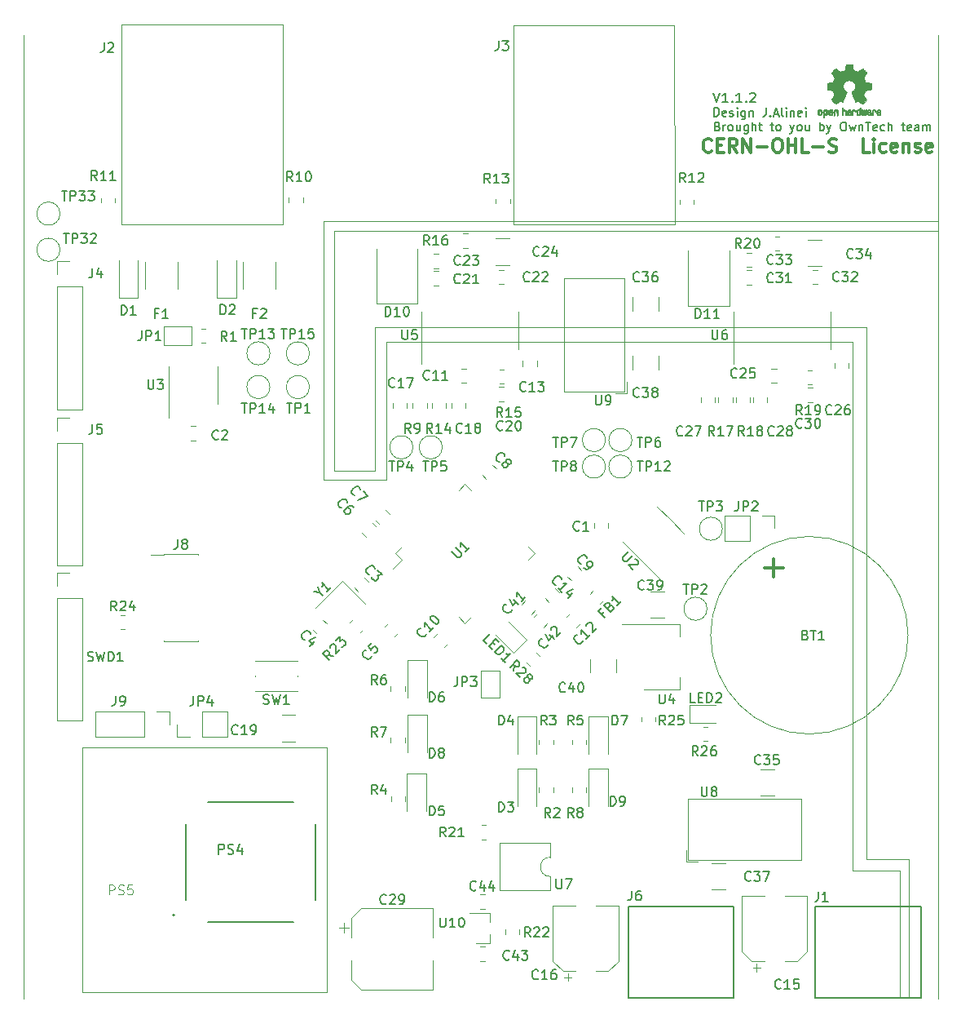
<source format=gto>
%TF.GenerationSoftware,KiCad,Pcbnew,5.1.7-a382d34a8~88~ubuntu20.04.1*%
%TF.CreationDate,2021-06-18T16:23:43+02:00*%
%TF.ProjectId,Shield_Nucleo,53686965-6c64-45f4-9e75-636c656f2e6b,rev?*%
%TF.SameCoordinates,Original*%
%TF.FileFunction,Legend,Top*%
%TF.FilePolarity,Positive*%
%FSLAX46Y46*%
G04 Gerber Fmt 4.6, Leading zero omitted, Abs format (unit mm)*
G04 Created by KiCad (PCBNEW 5.1.7-a382d34a8~88~ubuntu20.04.1) date 2021-06-18 16:23:43*
%MOMM*%
%LPD*%
G01*
G04 APERTURE LIST*
%ADD10C,0.120000*%
%ADD11C,0.150000*%
%ADD12C,0.300000*%
%ADD13C,0.127000*%
%ADD14C,0.200000*%
%ADD15C,0.010000*%
%ADD16C,0.015000*%
G04 APERTURE END LIST*
D10*
X138700000Y-122000000D02*
X138700000Y-136400000D01*
X137700000Y-123200000D02*
X137700000Y-136400000D01*
X132900000Y-123200000D02*
X137700000Y-123200000D01*
X134300000Y-122000000D02*
X138700000Y-122000000D01*
X79000000Y-56800000D02*
X141700000Y-56800000D01*
X77900000Y-55800000D02*
X141700000Y-55800000D01*
X77900000Y-55800000D02*
X77900000Y-82600000D01*
X79000000Y-56800000D02*
X79000000Y-81700000D01*
X79000000Y-81700000D02*
X83200000Y-81700000D01*
X77900000Y-82600000D02*
X84400000Y-82600000D01*
X134300000Y-66800000D02*
X134300000Y-122000000D01*
X83200000Y-66800000D02*
X83200000Y-81700000D01*
X84400000Y-68300000D02*
X84400000Y-82600000D01*
X83300000Y-66800000D02*
X134300000Y-66800000D01*
X132800000Y-68300000D02*
X132800000Y-123200000D01*
X84400000Y-68300000D02*
X132800000Y-68300000D01*
X46700000Y-136500000D02*
X46700000Y-36500000D01*
X141700000Y-136500000D02*
X141700000Y-36500000D01*
D11*
X118361904Y-42452380D02*
X118695238Y-43452380D01*
X119028571Y-42452380D01*
X119885714Y-43452380D02*
X119314285Y-43452380D01*
X119600000Y-43452380D02*
X119600000Y-42452380D01*
X119504761Y-42595238D01*
X119409523Y-42690476D01*
X119314285Y-42738095D01*
X120314285Y-43357142D02*
X120361904Y-43404761D01*
X120314285Y-43452380D01*
X120266666Y-43404761D01*
X120314285Y-43357142D01*
X120314285Y-43452380D01*
X121314285Y-43452380D02*
X120742857Y-43452380D01*
X121028571Y-43452380D02*
X121028571Y-42452380D01*
X120933333Y-42595238D01*
X120838095Y-42690476D01*
X120742857Y-42738095D01*
X121742857Y-43357142D02*
X121790476Y-43404761D01*
X121742857Y-43452380D01*
X121695238Y-43404761D01*
X121742857Y-43357142D01*
X121742857Y-43452380D01*
X122171428Y-42547619D02*
X122219047Y-42500000D01*
X122314285Y-42452380D01*
X122552380Y-42452380D01*
X122647619Y-42500000D01*
X122695238Y-42547619D01*
X122742857Y-42642857D01*
X122742857Y-42738095D01*
X122695238Y-42880952D01*
X122123809Y-43452380D01*
X122742857Y-43452380D01*
X118442857Y-44907142D02*
X118442857Y-44007142D01*
X118657142Y-44007142D01*
X118785714Y-44050000D01*
X118871428Y-44135714D01*
X118914285Y-44221428D01*
X118957142Y-44392857D01*
X118957142Y-44521428D01*
X118914285Y-44692857D01*
X118871428Y-44778571D01*
X118785714Y-44864285D01*
X118657142Y-44907142D01*
X118442857Y-44907142D01*
X119685714Y-44864285D02*
X119600000Y-44907142D01*
X119428571Y-44907142D01*
X119342857Y-44864285D01*
X119300000Y-44778571D01*
X119300000Y-44435714D01*
X119342857Y-44350000D01*
X119428571Y-44307142D01*
X119600000Y-44307142D01*
X119685714Y-44350000D01*
X119728571Y-44435714D01*
X119728571Y-44521428D01*
X119300000Y-44607142D01*
X120071428Y-44864285D02*
X120157142Y-44907142D01*
X120328571Y-44907142D01*
X120414285Y-44864285D01*
X120457142Y-44778571D01*
X120457142Y-44735714D01*
X120414285Y-44650000D01*
X120328571Y-44607142D01*
X120200000Y-44607142D01*
X120114285Y-44564285D01*
X120071428Y-44478571D01*
X120071428Y-44435714D01*
X120114285Y-44350000D01*
X120200000Y-44307142D01*
X120328571Y-44307142D01*
X120414285Y-44350000D01*
X120842857Y-44907142D02*
X120842857Y-44307142D01*
X120842857Y-44007142D02*
X120800000Y-44050000D01*
X120842857Y-44092857D01*
X120885714Y-44050000D01*
X120842857Y-44007142D01*
X120842857Y-44092857D01*
X121657142Y-44307142D02*
X121657142Y-45035714D01*
X121614285Y-45121428D01*
X121571428Y-45164285D01*
X121485714Y-45207142D01*
X121357142Y-45207142D01*
X121271428Y-45164285D01*
X121657142Y-44864285D02*
X121571428Y-44907142D01*
X121400000Y-44907142D01*
X121314285Y-44864285D01*
X121271428Y-44821428D01*
X121228571Y-44735714D01*
X121228571Y-44478571D01*
X121271428Y-44392857D01*
X121314285Y-44350000D01*
X121400000Y-44307142D01*
X121571428Y-44307142D01*
X121657142Y-44350000D01*
X122085714Y-44307142D02*
X122085714Y-44907142D01*
X122085714Y-44392857D02*
X122128571Y-44350000D01*
X122214285Y-44307142D01*
X122342857Y-44307142D01*
X122428571Y-44350000D01*
X122471428Y-44435714D01*
X122471428Y-44907142D01*
X123842857Y-44007142D02*
X123842857Y-44650000D01*
X123800000Y-44778571D01*
X123714285Y-44864285D01*
X123585714Y-44907142D01*
X123500000Y-44907142D01*
X124271428Y-44821428D02*
X124314285Y-44864285D01*
X124271428Y-44907142D01*
X124228571Y-44864285D01*
X124271428Y-44821428D01*
X124271428Y-44907142D01*
X124657142Y-44650000D02*
X125085714Y-44650000D01*
X124571428Y-44907142D02*
X124871428Y-44007142D01*
X125171428Y-44907142D01*
X125600000Y-44907142D02*
X125514285Y-44864285D01*
X125471428Y-44778571D01*
X125471428Y-44007142D01*
X125942857Y-44907142D02*
X125942857Y-44307142D01*
X125942857Y-44007142D02*
X125900000Y-44050000D01*
X125942857Y-44092857D01*
X125985714Y-44050000D01*
X125942857Y-44007142D01*
X125942857Y-44092857D01*
X126371428Y-44307142D02*
X126371428Y-44907142D01*
X126371428Y-44392857D02*
X126414285Y-44350000D01*
X126500000Y-44307142D01*
X126628571Y-44307142D01*
X126714285Y-44350000D01*
X126757142Y-44435714D01*
X126757142Y-44907142D01*
X127528571Y-44864285D02*
X127442857Y-44907142D01*
X127271428Y-44907142D01*
X127185714Y-44864285D01*
X127142857Y-44778571D01*
X127142857Y-44435714D01*
X127185714Y-44350000D01*
X127271428Y-44307142D01*
X127442857Y-44307142D01*
X127528571Y-44350000D01*
X127571428Y-44435714D01*
X127571428Y-44521428D01*
X127142857Y-44607142D01*
X127957142Y-44907142D02*
X127957142Y-44307142D01*
X127957142Y-44007142D02*
X127914285Y-44050000D01*
X127957142Y-44092857D01*
X128000000Y-44050000D01*
X127957142Y-44007142D01*
X127957142Y-44092857D01*
D12*
X118166666Y-48500000D02*
X118100000Y-48566666D01*
X117900000Y-48633333D01*
X117766666Y-48633333D01*
X117566666Y-48566666D01*
X117433333Y-48433333D01*
X117366666Y-48300000D01*
X117300000Y-48033333D01*
X117300000Y-47833333D01*
X117366666Y-47566666D01*
X117433333Y-47433333D01*
X117566666Y-47300000D01*
X117766666Y-47233333D01*
X117900000Y-47233333D01*
X118100000Y-47300000D01*
X118166666Y-47366666D01*
X118766666Y-47900000D02*
X119233333Y-47900000D01*
X119433333Y-48633333D02*
X118766666Y-48633333D01*
X118766666Y-47233333D01*
X119433333Y-47233333D01*
X120833333Y-48633333D02*
X120366666Y-47966666D01*
X120033333Y-48633333D02*
X120033333Y-47233333D01*
X120566666Y-47233333D01*
X120700000Y-47300000D01*
X120766666Y-47366666D01*
X120833333Y-47500000D01*
X120833333Y-47700000D01*
X120766666Y-47833333D01*
X120700000Y-47900000D01*
X120566666Y-47966666D01*
X120033333Y-47966666D01*
X121433333Y-48633333D02*
X121433333Y-47233333D01*
X122233333Y-48633333D01*
X122233333Y-47233333D01*
X122900000Y-48100000D02*
X123966666Y-48100000D01*
X124900000Y-47233333D02*
X125166666Y-47233333D01*
X125300000Y-47300000D01*
X125433333Y-47433333D01*
X125500000Y-47700000D01*
X125500000Y-48166666D01*
X125433333Y-48433333D01*
X125300000Y-48566666D01*
X125166666Y-48633333D01*
X124900000Y-48633333D01*
X124766666Y-48566666D01*
X124633333Y-48433333D01*
X124566666Y-48166666D01*
X124566666Y-47700000D01*
X124633333Y-47433333D01*
X124766666Y-47300000D01*
X124900000Y-47233333D01*
X126100000Y-48633333D02*
X126100000Y-47233333D01*
X126100000Y-47900000D02*
X126900000Y-47900000D01*
X126900000Y-48633333D02*
X126900000Y-47233333D01*
X128233333Y-48633333D02*
X127566666Y-48633333D01*
X127566666Y-47233333D01*
X128700000Y-48100000D02*
X129766666Y-48100000D01*
X130366666Y-48566666D02*
X130566666Y-48633333D01*
X130900000Y-48633333D01*
X131033333Y-48566666D01*
X131100000Y-48500000D01*
X131166666Y-48366666D01*
X131166666Y-48233333D01*
X131100000Y-48100000D01*
X131033333Y-48033333D01*
X130900000Y-47966666D01*
X130633333Y-47900000D01*
X130500000Y-47833333D01*
X130433333Y-47766666D01*
X130366666Y-47633333D01*
X130366666Y-47500000D01*
X130433333Y-47366666D01*
X130500000Y-47300000D01*
X130633333Y-47233333D01*
X130966666Y-47233333D01*
X131166666Y-47300000D01*
X134566666Y-48633333D02*
X133900000Y-48633333D01*
X133900000Y-47233333D01*
X135033333Y-48633333D02*
X135033333Y-47700000D01*
X135033333Y-47233333D02*
X134966666Y-47300000D01*
X135033333Y-47366666D01*
X135100000Y-47300000D01*
X135033333Y-47233333D01*
X135033333Y-47366666D01*
X136300000Y-48566666D02*
X136166666Y-48633333D01*
X135900000Y-48633333D01*
X135766666Y-48566666D01*
X135700000Y-48500000D01*
X135633333Y-48366666D01*
X135633333Y-47966666D01*
X135700000Y-47833333D01*
X135766666Y-47766666D01*
X135900000Y-47700000D01*
X136166666Y-47700000D01*
X136300000Y-47766666D01*
X137433333Y-48566666D02*
X137300000Y-48633333D01*
X137033333Y-48633333D01*
X136900000Y-48566666D01*
X136833333Y-48433333D01*
X136833333Y-47900000D01*
X136900000Y-47766666D01*
X137033333Y-47700000D01*
X137300000Y-47700000D01*
X137433333Y-47766666D01*
X137500000Y-47900000D01*
X137500000Y-48033333D01*
X136833333Y-48166666D01*
X138100000Y-47700000D02*
X138100000Y-48633333D01*
X138100000Y-47833333D02*
X138166666Y-47766666D01*
X138300000Y-47700000D01*
X138500000Y-47700000D01*
X138633333Y-47766666D01*
X138700000Y-47900000D01*
X138700000Y-48633333D01*
X139300000Y-48566666D02*
X139433333Y-48633333D01*
X139700000Y-48633333D01*
X139833333Y-48566666D01*
X139900000Y-48433333D01*
X139900000Y-48366666D01*
X139833333Y-48233333D01*
X139700000Y-48166666D01*
X139500000Y-48166666D01*
X139366666Y-48100000D01*
X139300000Y-47966666D01*
X139300000Y-47900000D01*
X139366666Y-47766666D01*
X139500000Y-47700000D01*
X139700000Y-47700000D01*
X139833333Y-47766666D01*
X141033333Y-48566666D02*
X140900000Y-48633333D01*
X140633333Y-48633333D01*
X140500000Y-48566666D01*
X140433333Y-48433333D01*
X140433333Y-47900000D01*
X140500000Y-47766666D01*
X140633333Y-47700000D01*
X140900000Y-47700000D01*
X141033333Y-47766666D01*
X141100000Y-47900000D01*
X141100000Y-48033333D01*
X140433333Y-48166666D01*
D11*
X118792857Y-45935714D02*
X118921428Y-45978571D01*
X118964285Y-46021428D01*
X119007142Y-46107142D01*
X119007142Y-46235714D01*
X118964285Y-46321428D01*
X118921428Y-46364285D01*
X118835714Y-46407142D01*
X118492857Y-46407142D01*
X118492857Y-45507142D01*
X118792857Y-45507142D01*
X118878571Y-45550000D01*
X118921428Y-45592857D01*
X118964285Y-45678571D01*
X118964285Y-45764285D01*
X118921428Y-45850000D01*
X118878571Y-45892857D01*
X118792857Y-45935714D01*
X118492857Y-45935714D01*
X119392857Y-46407142D02*
X119392857Y-45807142D01*
X119392857Y-45978571D02*
X119435714Y-45892857D01*
X119478571Y-45850000D01*
X119564285Y-45807142D01*
X119650000Y-45807142D01*
X120078571Y-46407142D02*
X119992857Y-46364285D01*
X119950000Y-46321428D01*
X119907142Y-46235714D01*
X119907142Y-45978571D01*
X119950000Y-45892857D01*
X119992857Y-45850000D01*
X120078571Y-45807142D01*
X120207142Y-45807142D01*
X120292857Y-45850000D01*
X120335714Y-45892857D01*
X120378571Y-45978571D01*
X120378571Y-46235714D01*
X120335714Y-46321428D01*
X120292857Y-46364285D01*
X120207142Y-46407142D01*
X120078571Y-46407142D01*
X121150000Y-45807142D02*
X121150000Y-46407142D01*
X120764285Y-45807142D02*
X120764285Y-46278571D01*
X120807142Y-46364285D01*
X120892857Y-46407142D01*
X121021428Y-46407142D01*
X121107142Y-46364285D01*
X121150000Y-46321428D01*
X121964285Y-45807142D02*
X121964285Y-46535714D01*
X121921428Y-46621428D01*
X121878571Y-46664285D01*
X121792857Y-46707142D01*
X121664285Y-46707142D01*
X121578571Y-46664285D01*
X121964285Y-46364285D02*
X121878571Y-46407142D01*
X121707142Y-46407142D01*
X121621428Y-46364285D01*
X121578571Y-46321428D01*
X121535714Y-46235714D01*
X121535714Y-45978571D01*
X121578571Y-45892857D01*
X121621428Y-45850000D01*
X121707142Y-45807142D01*
X121878571Y-45807142D01*
X121964285Y-45850000D01*
X122392857Y-46407142D02*
X122392857Y-45507142D01*
X122778571Y-46407142D02*
X122778571Y-45935714D01*
X122735714Y-45850000D01*
X122650000Y-45807142D01*
X122521428Y-45807142D01*
X122435714Y-45850000D01*
X122392857Y-45892857D01*
X123078571Y-45807142D02*
X123421428Y-45807142D01*
X123207142Y-45507142D02*
X123207142Y-46278571D01*
X123250000Y-46364285D01*
X123335714Y-46407142D01*
X123421428Y-46407142D01*
X124278571Y-45807142D02*
X124621428Y-45807142D01*
X124407142Y-45507142D02*
X124407142Y-46278571D01*
X124450000Y-46364285D01*
X124535714Y-46407142D01*
X124621428Y-46407142D01*
X125050000Y-46407142D02*
X124964285Y-46364285D01*
X124921428Y-46321428D01*
X124878571Y-46235714D01*
X124878571Y-45978571D01*
X124921428Y-45892857D01*
X124964285Y-45850000D01*
X125050000Y-45807142D01*
X125178571Y-45807142D01*
X125264285Y-45850000D01*
X125307142Y-45892857D01*
X125350000Y-45978571D01*
X125350000Y-46235714D01*
X125307142Y-46321428D01*
X125264285Y-46364285D01*
X125178571Y-46407142D01*
X125050000Y-46407142D01*
X126335714Y-45807142D02*
X126550000Y-46407142D01*
X126764285Y-45807142D02*
X126550000Y-46407142D01*
X126464285Y-46621428D01*
X126421428Y-46664285D01*
X126335714Y-46707142D01*
X127235714Y-46407142D02*
X127150000Y-46364285D01*
X127107142Y-46321428D01*
X127064285Y-46235714D01*
X127064285Y-45978571D01*
X127107142Y-45892857D01*
X127150000Y-45850000D01*
X127235714Y-45807142D01*
X127364285Y-45807142D01*
X127450000Y-45850000D01*
X127492857Y-45892857D01*
X127535714Y-45978571D01*
X127535714Y-46235714D01*
X127492857Y-46321428D01*
X127450000Y-46364285D01*
X127364285Y-46407142D01*
X127235714Y-46407142D01*
X128307142Y-45807142D02*
X128307142Y-46407142D01*
X127921428Y-45807142D02*
X127921428Y-46278571D01*
X127964285Y-46364285D01*
X128050000Y-46407142D01*
X128178571Y-46407142D01*
X128264285Y-46364285D01*
X128307142Y-46321428D01*
X129421428Y-46407142D02*
X129421428Y-45507142D01*
X129421428Y-45850000D02*
X129507142Y-45807142D01*
X129678571Y-45807142D01*
X129764285Y-45850000D01*
X129807142Y-45892857D01*
X129850000Y-45978571D01*
X129850000Y-46235714D01*
X129807142Y-46321428D01*
X129764285Y-46364285D01*
X129678571Y-46407142D01*
X129507142Y-46407142D01*
X129421428Y-46364285D01*
X130150000Y-45807142D02*
X130364285Y-46407142D01*
X130578571Y-45807142D02*
X130364285Y-46407142D01*
X130278571Y-46621428D01*
X130235714Y-46664285D01*
X130150000Y-46707142D01*
X131778571Y-45507142D02*
X131950000Y-45507142D01*
X132035714Y-45550000D01*
X132121428Y-45635714D01*
X132164285Y-45807142D01*
X132164285Y-46107142D01*
X132121428Y-46278571D01*
X132035714Y-46364285D01*
X131950000Y-46407142D01*
X131778571Y-46407142D01*
X131692857Y-46364285D01*
X131607142Y-46278571D01*
X131564285Y-46107142D01*
X131564285Y-45807142D01*
X131607142Y-45635714D01*
X131692857Y-45550000D01*
X131778571Y-45507142D01*
X132464285Y-45807142D02*
X132635714Y-46407142D01*
X132807142Y-45978571D01*
X132978571Y-46407142D01*
X133150000Y-45807142D01*
X133492857Y-45807142D02*
X133492857Y-46407142D01*
X133492857Y-45892857D02*
X133535714Y-45850000D01*
X133621428Y-45807142D01*
X133750000Y-45807142D01*
X133835714Y-45850000D01*
X133878571Y-45935714D01*
X133878571Y-46407142D01*
X134178571Y-45507142D02*
X134692857Y-45507142D01*
X134435714Y-46407142D02*
X134435714Y-45507142D01*
X135335714Y-46364285D02*
X135250000Y-46407142D01*
X135078571Y-46407142D01*
X134992857Y-46364285D01*
X134950000Y-46278571D01*
X134950000Y-45935714D01*
X134992857Y-45850000D01*
X135078571Y-45807142D01*
X135250000Y-45807142D01*
X135335714Y-45850000D01*
X135378571Y-45935714D01*
X135378571Y-46021428D01*
X134950000Y-46107142D01*
X136150000Y-46364285D02*
X136064285Y-46407142D01*
X135892857Y-46407142D01*
X135807142Y-46364285D01*
X135764285Y-46321428D01*
X135721428Y-46235714D01*
X135721428Y-45978571D01*
X135764285Y-45892857D01*
X135807142Y-45850000D01*
X135892857Y-45807142D01*
X136064285Y-45807142D01*
X136150000Y-45850000D01*
X136535714Y-46407142D02*
X136535714Y-45507142D01*
X136921428Y-46407142D02*
X136921428Y-45935714D01*
X136878571Y-45850000D01*
X136792857Y-45807142D01*
X136664285Y-45807142D01*
X136578571Y-45850000D01*
X136535714Y-45892857D01*
X137907142Y-45807142D02*
X138250000Y-45807142D01*
X138035714Y-45507142D02*
X138035714Y-46278571D01*
X138078571Y-46364285D01*
X138164285Y-46407142D01*
X138250000Y-46407142D01*
X138892857Y-46364285D02*
X138807142Y-46407142D01*
X138635714Y-46407142D01*
X138550000Y-46364285D01*
X138507142Y-46278571D01*
X138507142Y-45935714D01*
X138550000Y-45850000D01*
X138635714Y-45807142D01*
X138807142Y-45807142D01*
X138892857Y-45850000D01*
X138935714Y-45935714D01*
X138935714Y-46021428D01*
X138507142Y-46107142D01*
X139707142Y-46407142D02*
X139707142Y-45935714D01*
X139664285Y-45850000D01*
X139578571Y-45807142D01*
X139407142Y-45807142D01*
X139321428Y-45850000D01*
X139707142Y-46364285D02*
X139621428Y-46407142D01*
X139407142Y-46407142D01*
X139321428Y-46364285D01*
X139278571Y-46278571D01*
X139278571Y-46192857D01*
X139321428Y-46107142D01*
X139407142Y-46064285D01*
X139621428Y-46064285D01*
X139707142Y-46021428D01*
X140135714Y-46407142D02*
X140135714Y-45807142D01*
X140135714Y-45892857D02*
X140178571Y-45850000D01*
X140264285Y-45807142D01*
X140392857Y-45807142D01*
X140478571Y-45850000D01*
X140521428Y-45935714D01*
X140521428Y-46407142D01*
X140521428Y-45935714D02*
X140564285Y-45850000D01*
X140650000Y-45807142D01*
X140778571Y-45807142D01*
X140864285Y-45850000D01*
X140907142Y-45935714D01*
X140907142Y-46407142D01*
D10*
%TO.C,J5*%
X50170000Y-91530000D02*
X52830000Y-91530000D01*
X50170000Y-78770000D02*
X50170000Y-91530000D01*
X52830000Y-78770000D02*
X52830000Y-91530000D01*
X50170000Y-78770000D02*
X52830000Y-78770000D01*
X50170000Y-77500000D02*
X50170000Y-76170000D01*
X50170000Y-76170000D02*
X51500000Y-76170000D01*
%TO.C,J4*%
X50170000Y-75330000D02*
X52830000Y-75330000D01*
X50170000Y-62570000D02*
X50170000Y-75330000D01*
X52830000Y-62570000D02*
X52830000Y-75330000D01*
X50170000Y-62570000D02*
X52830000Y-62570000D01*
X50170000Y-61300000D02*
X50170000Y-59970000D01*
X50170000Y-59970000D02*
X51500000Y-59970000D01*
%TO.C,JP4*%
X62670000Y-109330000D02*
X62670000Y-108000000D01*
X64000000Y-109330000D02*
X62670000Y-109330000D01*
X65270000Y-109330000D02*
X65270000Y-106670000D01*
X65270000Y-106670000D02*
X67870000Y-106670000D01*
X65270000Y-109330000D02*
X67870000Y-109330000D01*
X67870000Y-109330000D02*
X67870000Y-106670000D01*
%TO.C,J9*%
X61870000Y-106670000D02*
X61870000Y-108000000D01*
X60540000Y-106670000D02*
X61870000Y-106670000D01*
X59270000Y-106670000D02*
X59270000Y-109330000D01*
X59270000Y-109330000D02*
X54130000Y-109330000D01*
X59270000Y-106670000D02*
X54130000Y-106670000D01*
X54130000Y-106670000D02*
X54130000Y-109330000D01*
%TO.C,U10*%
X95160000Y-130730000D02*
X95160000Y-129800000D01*
X95160000Y-127570000D02*
X95160000Y-128500000D01*
X95160000Y-127570000D02*
X93000000Y-127570000D01*
X95160000Y-130730000D02*
X93700000Y-130730000D01*
%TO.C,C44*%
X94661252Y-127135000D02*
X94138748Y-127135000D01*
X94661252Y-125665000D02*
X94138748Y-125665000D01*
%TO.C,C43*%
X94138748Y-131065000D02*
X94661252Y-131065000D01*
X94138748Y-132535000D02*
X94661252Y-132535000D01*
%TO.C,C14*%
X101934990Y-93895543D02*
X102304457Y-94265010D01*
X100895543Y-94934990D02*
X101265010Y-95304457D01*
%TO.C,R26*%
X117302936Y-108265000D02*
X117757064Y-108265000D01*
X117302936Y-109735000D02*
X117757064Y-109735000D01*
%TO.C,LED2*%
X118570000Y-105955000D02*
X115885000Y-105955000D01*
X115885000Y-105955000D02*
X115885000Y-107875000D01*
X115885000Y-107875000D02*
X118570000Y-107875000D01*
%TO.C,C42*%
X101104457Y-97534990D02*
X100734990Y-97904457D01*
X100065010Y-96495543D02*
X99695543Y-96865010D01*
%TO.C,C41*%
X99832706Y-96206741D02*
X99463239Y-96576208D01*
X98793259Y-95167294D02*
X98423792Y-95536761D01*
D11*
%TO.C,J6*%
X109500000Y-126900000D02*
X120500000Y-126900000D01*
X120500000Y-126900000D02*
X120500000Y-136400000D01*
X120500000Y-136400000D02*
X109500000Y-136400000D01*
X109500000Y-136400000D02*
X109500000Y-126900000D01*
%TO.C,J1*%
X128900000Y-126900000D02*
X139900000Y-126900000D01*
X139900000Y-126900000D02*
X139900000Y-136400000D01*
X139900000Y-136400000D02*
X128900000Y-136400000D01*
X128900000Y-136400000D02*
X128900000Y-126900000D01*
D13*
%TO.C,PS5*%
X74730000Y-128550000D02*
X65870000Y-128550000D01*
X65870000Y-116050000D02*
X74730000Y-116050000D01*
X77050000Y-118370000D02*
X77050000Y-126230000D01*
D14*
X62400000Y-127800000D02*
G75*
G03*
X62400000Y-127800000I-100000J0D01*
G01*
D13*
X63550000Y-126230000D02*
X63550000Y-118370000D01*
D10*
%TO.C,U6*%
X120450000Y-67110000D02*
X120450000Y-70560000D01*
X120450000Y-67110000D02*
X120450000Y-65160000D01*
X130570000Y-67110000D02*
X130570000Y-69060000D01*
X130570000Y-67110000D02*
X130570000Y-65160000D01*
%TO.C,U5*%
X88020000Y-67120000D02*
X88020000Y-70570000D01*
X88020000Y-67120000D02*
X88020000Y-65170000D01*
X98140000Y-67120000D02*
X98140000Y-69070000D01*
X98140000Y-67120000D02*
X98140000Y-65170000D01*
%TO.C,J3*%
X114304000Y-35437000D02*
X114325000Y-56138000D01*
X97574000Y-35437000D02*
X97595000Y-56138000D01*
X97574000Y-35437000D02*
X114304000Y-35437000D01*
X97595000Y-56138000D02*
X114325000Y-56138000D01*
%TO.C,J2*%
X73604000Y-35387000D02*
X73625000Y-56088000D01*
X56874000Y-35387000D02*
X56895000Y-56088000D01*
X56874000Y-35387000D02*
X73604000Y-35387000D01*
X56895000Y-56088000D02*
X73625000Y-56088000D01*
%TO.C,PS4*%
X52800000Y-135760000D02*
X52800000Y-123060000D01*
X78200000Y-135760000D02*
X52800000Y-135760000D01*
X78200000Y-110360000D02*
X78200000Y-135760000D01*
X52800000Y-110360000D02*
X78200000Y-110360000D01*
X52800000Y-123060000D02*
X52800000Y-110360000D01*
%TO.C,BT1*%
X138582787Y-98749000D02*
G75*
G03*
X138582787Y-98749000I-10250787J0D01*
G01*
%TO.C,U3*%
X61760000Y-72760000D02*
X61760000Y-76210000D01*
X61760000Y-72760000D02*
X61760000Y-70810000D01*
X66880000Y-72760000D02*
X66880000Y-74710000D01*
X66880000Y-72760000D02*
X66880000Y-70810000D01*
%TO.C,U2*%
X110289807Y-90410193D02*
X112729325Y-92849712D01*
X110289807Y-90410193D02*
X108910948Y-89031335D01*
X113910193Y-86789807D02*
X115289052Y-88168665D01*
X113910193Y-86789807D02*
X112531335Y-85410948D01*
%TO.C,U9*%
X102810000Y-73470000D02*
X102810000Y-61700000D01*
X102810000Y-73470000D02*
X109150000Y-73470000D01*
X109150000Y-73470000D02*
X109150000Y-61700000D01*
X102810000Y-61700000D02*
X109150000Y-61700000D01*
X108150000Y-73670000D02*
X109350000Y-73670000D01*
X109350000Y-73670000D02*
X109350000Y-72470000D01*
%TO.C,U8*%
X115750000Y-115710000D02*
X127520000Y-115710000D01*
X115750000Y-115710000D02*
X115750000Y-122050000D01*
X115750000Y-122050000D02*
X127520000Y-122050000D01*
X127520000Y-115710000D02*
X127520000Y-122050000D01*
X115550000Y-121050000D02*
X115550000Y-122250000D01*
X115550000Y-122250000D02*
X116750000Y-122250000D01*
%TO.C,TP33*%
X50490000Y-55000000D02*
G75*
G03*
X50490000Y-55000000I-1200000J0D01*
G01*
%TO.C,TP32*%
X50490000Y-58750000D02*
G75*
G03*
X50490000Y-58750000I-1200000J0D01*
G01*
%TO.C,TP15*%
X76400000Y-69500000D02*
G75*
G03*
X76400000Y-69500000I-1200000J0D01*
G01*
%TO.C,TP14*%
X72300000Y-73000000D02*
G75*
G03*
X72300000Y-73000000I-1200000J0D01*
G01*
%TO.C,TP13*%
X72300000Y-69500000D02*
G75*
G03*
X72300000Y-69500000I-1200000J0D01*
G01*
%TO.C,TP12*%
X109900000Y-81250000D02*
G75*
G03*
X109900000Y-81250000I-1200000J0D01*
G01*
%TO.C,TP8*%
X107150000Y-81250000D02*
G75*
G03*
X107150000Y-81250000I-1200000J0D01*
G01*
%TO.C,TP7*%
X107150000Y-78500000D02*
G75*
G03*
X107150000Y-78500000I-1200000J0D01*
G01*
%TO.C,TP6*%
X109900000Y-78500000D02*
G75*
G03*
X109900000Y-78500000I-1200000J0D01*
G01*
%TO.C,TP5*%
X90200000Y-79250000D02*
G75*
G03*
X90200000Y-79250000I-1200000J0D01*
G01*
%TO.C,TP4*%
X87150000Y-79250000D02*
G75*
G03*
X87150000Y-79250000I-1200000J0D01*
G01*
%TO.C,TP3*%
X119300000Y-87700000D02*
G75*
G03*
X119300000Y-87700000I-1200000J0D01*
G01*
%TO.C,TP2*%
X117700000Y-96000000D02*
G75*
G03*
X117700000Y-96000000I-1200000J0D01*
G01*
%TO.C,TP1*%
X76400000Y-73000000D02*
G75*
G03*
X76400000Y-73000000I-1200000J0D01*
G01*
%TO.C,U1*%
X99114880Y-90931751D02*
X99786631Y-90260000D01*
X99786631Y-90260000D02*
X99114880Y-89588249D01*
X93231751Y-96814880D02*
X92560000Y-97486631D01*
X92560000Y-97486631D02*
X91888249Y-96814880D01*
X91888249Y-83705120D02*
X92560000Y-83033369D01*
X92560000Y-83033369D02*
X93231751Y-83705120D01*
X86005120Y-89588249D02*
X85333369Y-90260000D01*
X85333369Y-90260000D02*
X86005120Y-90931751D01*
X86005120Y-90931751D02*
X85057597Y-91879275D01*
%TO.C,R23*%
X80619718Y-97440835D02*
X80940835Y-97119718D01*
X81659165Y-98480282D02*
X81980282Y-98159165D01*
%TO.C,R28*%
X100004400Y-100564953D02*
X100325517Y-100886070D01*
X98964953Y-101604400D02*
X99286070Y-101925517D01*
%TO.C,LED1*%
X95714071Y-98671716D02*
X97612652Y-100570297D01*
X97612652Y-100570297D02*
X98970297Y-99212652D01*
X98970297Y-99212652D02*
X97071716Y-97314071D01*
%TO.C,JP3*%
X94200000Y-102450000D02*
X96200000Y-102450000D01*
X94200000Y-105250000D02*
X94200000Y-102450000D01*
X96200000Y-105250000D02*
X94200000Y-105250000D01*
X96200000Y-102450000D02*
X96200000Y-105250000D01*
%TO.C,C40*%
X105540000Y-102636252D02*
X105540000Y-101213748D01*
X108260000Y-102636252D02*
X108260000Y-101213748D01*
%TO.C,C39*%
X113236252Y-96960000D02*
X111813748Y-96960000D01*
X113236252Y-94240000D02*
X111813748Y-94240000D01*
%TO.C,C38*%
X112660000Y-69763748D02*
X112660000Y-71186252D01*
X109940000Y-69763748D02*
X109940000Y-71186252D01*
%TO.C,C37*%
X119611252Y-125160000D02*
X118188748Y-125160000D01*
X119611252Y-122440000D02*
X118188748Y-122440000D01*
%TO.C,C36*%
X112660000Y-63688748D02*
X112660000Y-65111252D01*
X109940000Y-63688748D02*
X109940000Y-65111252D01*
%TO.C,C35*%
X124711252Y-115360000D02*
X123288748Y-115360000D01*
X124711252Y-112640000D02*
X123288748Y-112640000D01*
%TO.C,C29*%
X89235000Y-135560000D02*
X89235000Y-132510000D01*
X89235000Y-127040000D02*
X89235000Y-130090000D01*
X81779437Y-127040000D02*
X89235000Y-127040000D01*
X81779437Y-135560000D02*
X89235000Y-135560000D01*
X80715000Y-134495563D02*
X80715000Y-132510000D01*
X80715000Y-128104437D02*
X80715000Y-130090000D01*
X80715000Y-128104437D02*
X81779437Y-127040000D01*
X80715000Y-134495563D02*
X81779437Y-135560000D01*
X79475000Y-129090000D02*
X80475000Y-129090000D01*
X79975000Y-128590000D02*
X79975000Y-129590000D01*
%TO.C,C19*%
X74936252Y-109760000D02*
X73513748Y-109760000D01*
X74936252Y-107040000D02*
X73513748Y-107040000D01*
%TO.C,R25*%
X110865000Y-107714564D02*
X110865000Y-107260436D01*
X112335000Y-107714564D02*
X112335000Y-107260436D01*
%TO.C,SW1*%
X70750000Y-102950000D02*
X70750000Y-103050000D01*
X75150000Y-101450000D02*
X70750000Y-101450000D01*
X70750000Y-104550000D02*
X75150000Y-104550000D01*
X75150000Y-102950000D02*
X75150000Y-103050000D01*
%TO.C,C16*%
X108510000Y-126790000D02*
X106160000Y-126790000D01*
X101690000Y-126790000D02*
X104040000Y-126790000D01*
X101690000Y-132545563D02*
X101690000Y-126790000D01*
X108510000Y-132545563D02*
X108510000Y-126790000D01*
X107445563Y-133610000D02*
X106160000Y-133610000D01*
X102754437Y-133610000D02*
X104040000Y-133610000D01*
X102754437Y-133610000D02*
X101690000Y-132545563D01*
X107445563Y-133610000D02*
X108510000Y-132545563D01*
X103252500Y-134637500D02*
X103252500Y-133850000D01*
X102858750Y-134243750D02*
X103646250Y-134243750D01*
%TO.C,C15*%
X128110000Y-125790000D02*
X125760000Y-125790000D01*
X121290000Y-125790000D02*
X123640000Y-125790000D01*
X121290000Y-131545563D02*
X121290000Y-125790000D01*
X128110000Y-131545563D02*
X128110000Y-125790000D01*
X127045563Y-132610000D02*
X125760000Y-132610000D01*
X122354437Y-132610000D02*
X123640000Y-132610000D01*
X122354437Y-132610000D02*
X121290000Y-131545563D01*
X127045563Y-132610000D02*
X128110000Y-131545563D01*
X122852500Y-133637500D02*
X122852500Y-132850000D01*
X122458750Y-133243750D02*
X123246250Y-133243750D01*
%TO.C,R13*%
X97235000Y-53460436D02*
X97235000Y-53914564D01*
X95765000Y-53460436D02*
X95765000Y-53914564D01*
%TO.C,SWD1*%
X50170000Y-107630000D02*
X52830000Y-107630000D01*
X50170000Y-94870000D02*
X50170000Y-107630000D01*
X52830000Y-94870000D02*
X52830000Y-107630000D01*
X50170000Y-94870000D02*
X52830000Y-94870000D01*
X50170000Y-93600000D02*
X50170000Y-92270000D01*
X50170000Y-92270000D02*
X51500000Y-92270000D01*
%TO.C,R24*%
X56785436Y-96665000D02*
X57239564Y-96665000D01*
X56785436Y-98135000D02*
X57239564Y-98135000D01*
%TO.C,J8*%
X61285000Y-90365000D02*
X64815000Y-90365000D01*
X61285000Y-99375000D02*
X64815000Y-99375000D01*
X59960000Y-90430000D02*
X61285000Y-90430000D01*
X61285000Y-90365000D02*
X61285000Y-90430000D01*
X64815000Y-90365000D02*
X64815000Y-90430000D01*
X61285000Y-99310000D02*
X61285000Y-99375000D01*
X64815000Y-99310000D02*
X64815000Y-99375000D01*
%TO.C,R17*%
X118875000Y-74557064D02*
X118875000Y-74102936D01*
X120345000Y-74557064D02*
X120345000Y-74102936D01*
%TO.C,Y1*%
X82180940Y-95452513D02*
X79847487Y-93119060D01*
X79847487Y-93119060D02*
X77019060Y-95947487D01*
%TO.C,U7*%
X101400000Y-121780000D02*
X101400000Y-120330000D01*
X101400000Y-120330000D02*
X96200000Y-120330000D01*
X96200000Y-120330000D02*
X96200000Y-125230000D01*
X96200000Y-125230000D02*
X101400000Y-125230000D01*
X101400000Y-125230000D02*
X101400000Y-123780000D01*
X101400000Y-123780000D02*
G75*
G02*
X101400000Y-121780000I0J1000000D01*
G01*
%TO.C,R22*%
X96765000Y-129739564D02*
X96765000Y-129285436D01*
X98235000Y-129739564D02*
X98235000Y-129285436D01*
%TO.C,R21*%
X94272936Y-118465000D02*
X94727064Y-118465000D01*
X94272936Y-119935000D02*
X94727064Y-119935000D01*
%TO.C,R20*%
X124785436Y-57365000D02*
X125239564Y-57365000D01*
X124785436Y-58835000D02*
X125239564Y-58835000D01*
%TO.C,R19*%
X128624564Y-72745000D02*
X128170436Y-72745000D01*
X128624564Y-71275000D02*
X128170436Y-71275000D01*
%TO.C,R18*%
X120675000Y-74557064D02*
X120675000Y-74102936D01*
X122145000Y-74557064D02*
X122145000Y-74102936D01*
%TO.C,R16*%
X92385436Y-57065000D02*
X92839564Y-57065000D01*
X92385436Y-58535000D02*
X92839564Y-58535000D01*
%TO.C,R15*%
X96594564Y-72655000D02*
X96140436Y-72655000D01*
X96594564Y-71185000D02*
X96140436Y-71185000D01*
%TO.C,R14*%
X89145000Y-75147064D02*
X89145000Y-74692936D01*
X90615000Y-75147064D02*
X90615000Y-74692936D01*
%TO.C,R9*%
X87145000Y-75147064D02*
X87145000Y-74692936D01*
X88615000Y-75147064D02*
X88615000Y-74692936D01*
%TO.C,D11*%
X115750000Y-64550000D02*
X120050000Y-64550000D01*
X120050000Y-64550000D02*
X120050000Y-58850000D01*
X115750000Y-64550000D02*
X115750000Y-58850000D01*
%TO.C,D10*%
X83350000Y-64350000D02*
X87650000Y-64350000D01*
X87650000Y-64350000D02*
X87650000Y-58650000D01*
X83350000Y-64350000D02*
X83350000Y-58650000D01*
%TO.C,C34*%
X128173748Y-57740000D02*
X129596252Y-57740000D01*
X128173748Y-60460000D02*
X129596252Y-60460000D01*
%TO.C,C33*%
X121798748Y-59075000D02*
X122321252Y-59075000D01*
X121798748Y-60545000D02*
X122321252Y-60545000D01*
%TO.C,C32*%
X128638748Y-60865000D02*
X129161252Y-60865000D01*
X128638748Y-62335000D02*
X129161252Y-62335000D01*
%TO.C,C31*%
X121798748Y-60875000D02*
X122321252Y-60875000D01*
X121798748Y-62345000D02*
X122321252Y-62345000D01*
%TO.C,C30*%
X128156248Y-73075000D02*
X128678752Y-73075000D01*
X128156248Y-74545000D02*
X128678752Y-74545000D01*
%TO.C,C28*%
X123945000Y-74088748D02*
X123945000Y-74611252D01*
X122475000Y-74088748D02*
X122475000Y-74611252D01*
%TO.C,C27*%
X117065000Y-74611252D02*
X117065000Y-74088748D01*
X118535000Y-74611252D02*
X118535000Y-74088748D01*
%TO.C,C26*%
X132435000Y-70538748D02*
X132435000Y-71061252D01*
X130965000Y-70538748D02*
X130965000Y-71061252D01*
%TO.C,C25*%
X124388748Y-71065000D02*
X124911252Y-71065000D01*
X124388748Y-72535000D02*
X124911252Y-72535000D01*
%TO.C,C24*%
X95743748Y-57590000D02*
X97166252Y-57590000D01*
X95743748Y-60310000D02*
X97166252Y-60310000D01*
%TO.C,C23*%
X89318748Y-59185000D02*
X89841252Y-59185000D01*
X89318748Y-60655000D02*
X89841252Y-60655000D01*
%TO.C,C22*%
X96088748Y-60865000D02*
X96611252Y-60865000D01*
X96088748Y-62335000D02*
X96611252Y-62335000D01*
%TO.C,C21*%
X89318748Y-60985000D02*
X89841252Y-60985000D01*
X89318748Y-62455000D02*
X89841252Y-62455000D01*
%TO.C,C20*%
X96088748Y-72985000D02*
X96611252Y-72985000D01*
X96088748Y-74455000D02*
X96611252Y-74455000D01*
%TO.C,C18*%
X92635000Y-74678748D02*
X92635000Y-75201252D01*
X91165000Y-74678748D02*
X91165000Y-75201252D01*
%TO.C,C17*%
X85065000Y-75201252D02*
X85065000Y-74678748D01*
X86535000Y-75201252D02*
X86535000Y-74678748D01*
%TO.C,C13*%
X100035000Y-70288748D02*
X100035000Y-70811252D01*
X98565000Y-70288748D02*
X98565000Y-70811252D01*
%TO.C,C11*%
X92188748Y-71065000D02*
X92711252Y-71065000D01*
X92188748Y-72535000D02*
X92711252Y-72535000D01*
%TO.C,R8*%
X105135000Y-114572936D02*
X105135000Y-115027064D01*
X103665000Y-114572936D02*
X103665000Y-115027064D01*
%TO.C,R6*%
X86305000Y-104072936D02*
X86305000Y-104527064D01*
X84835000Y-104072936D02*
X84835000Y-104527064D01*
%TO.C,R4*%
X86335000Y-115485436D02*
X86335000Y-115939564D01*
X84865000Y-115485436D02*
X84865000Y-115939564D01*
%TO.C,R2*%
X101735000Y-114572936D02*
X101735000Y-115027064D01*
X100265000Y-114572936D02*
X100265000Y-115027064D01*
%TO.C,FB1*%
X105519718Y-94440835D02*
X105840835Y-94119718D01*
X106559165Y-95480282D02*
X106880282Y-95159165D01*
%TO.C,D9*%
X107400000Y-112550000D02*
X105400000Y-112550000D01*
X105400000Y-112550000D02*
X105400000Y-116450000D01*
X107400000Y-112550000D02*
X107400000Y-116450000D01*
%TO.C,D8*%
X88610000Y-106980000D02*
X86610000Y-106980000D01*
X86610000Y-106980000D02*
X86610000Y-110880000D01*
X88610000Y-106980000D02*
X88610000Y-110880000D01*
%TO.C,D7*%
X107410000Y-107180000D02*
X105410000Y-107180000D01*
X105410000Y-107180000D02*
X105410000Y-111080000D01*
X107410000Y-107180000D02*
X107410000Y-111080000D01*
%TO.C,D6*%
X88600000Y-101300000D02*
X86600000Y-101300000D01*
X86600000Y-101300000D02*
X86600000Y-105200000D01*
X88600000Y-101300000D02*
X88600000Y-105200000D01*
%TO.C,D5*%
X88500000Y-113100000D02*
X86500000Y-113100000D01*
X86500000Y-113100000D02*
X86500000Y-117000000D01*
X88500000Y-113100000D02*
X88500000Y-117000000D01*
%TO.C,D4*%
X100000000Y-107180000D02*
X98000000Y-107180000D01*
X98000000Y-107180000D02*
X98000000Y-111080000D01*
X100000000Y-107180000D02*
X100000000Y-111080000D01*
%TO.C,D3*%
X100000000Y-112550000D02*
X98000000Y-112550000D01*
X98000000Y-112550000D02*
X98000000Y-116450000D01*
X100000000Y-112550000D02*
X100000000Y-116450000D01*
%TO.C,U4*%
X114910000Y-104410000D02*
X114910000Y-103150000D01*
X114910000Y-97590000D02*
X114910000Y-98850000D01*
X111150000Y-104410000D02*
X114910000Y-104410000D01*
X108900000Y-97590000D02*
X114910000Y-97590000D01*
%TO.C,R7*%
X86305000Y-109385436D02*
X86305000Y-109839564D01*
X84835000Y-109385436D02*
X84835000Y-109839564D01*
%TO.C,R5*%
X105135000Y-109585436D02*
X105135000Y-110039564D01*
X103665000Y-109585436D02*
X103665000Y-110039564D01*
%TO.C,R3*%
X101735000Y-109585436D02*
X101735000Y-110039564D01*
X100265000Y-109585436D02*
X100265000Y-110039564D01*
%TO.C,C12*%
X104504457Y-97534990D02*
X104134990Y-97904457D01*
X103465010Y-96495543D02*
X103095543Y-96865010D01*
%TO.C,C10*%
X90732706Y-99606741D02*
X90363239Y-99976208D01*
X89693259Y-98567294D02*
X89323792Y-98936761D01*
%TO.C,C9*%
X104263239Y-91623792D02*
X104632706Y-91993259D01*
X103223792Y-92663239D02*
X103593259Y-93032706D01*
%TO.C,C8*%
X95434990Y-81095543D02*
X95804457Y-81465010D01*
X94395543Y-82134990D02*
X94765010Y-82504457D01*
%TO.C,C7*%
X83663259Y-87182706D02*
X83293792Y-86813239D01*
X84702706Y-86143259D02*
X84333239Y-85773792D01*
%TO.C,C6*%
X82265010Y-88504457D02*
X81895543Y-88134990D01*
X83304457Y-87465010D02*
X82934990Y-87095543D01*
%TO.C,C5*%
X85604457Y-98534990D02*
X85234990Y-98904457D01*
X84565010Y-97495543D02*
X84195543Y-97865010D01*
%TO.C,C4*%
X77136761Y-98576208D02*
X76767294Y-98206741D01*
X78176208Y-97536761D02*
X77806741Y-97167294D01*
%TO.C,C3*%
X82134990Y-92795543D02*
X82504457Y-93165010D01*
X81095543Y-93834990D02*
X81465010Y-94204457D01*
%TO.C,F2*%
X72910000Y-60013748D02*
X72910000Y-62786252D01*
X69490000Y-60013748D02*
X69490000Y-62786252D01*
%TO.C,F1*%
X59290000Y-62786252D02*
X59290000Y-60013748D01*
X62710000Y-62786252D02*
X62710000Y-60013748D01*
%TO.C,JP1*%
X61320000Y-68660000D02*
X61320000Y-66660000D01*
X64120000Y-68660000D02*
X61320000Y-68660000D01*
X64120000Y-66660000D02*
X64120000Y-68660000D01*
X61320000Y-66660000D02*
X64120000Y-66660000D01*
%TO.C,R12*%
X116335000Y-53572936D02*
X116335000Y-54027064D01*
X114865000Y-53572936D02*
X114865000Y-54027064D01*
%TO.C,R11*%
X56235000Y-53372936D02*
X56235000Y-53827064D01*
X54765000Y-53372936D02*
X54765000Y-53827064D01*
%TO.C,R10*%
X75735000Y-53360436D02*
X75735000Y-53814564D01*
X74265000Y-53360436D02*
X74265000Y-53814564D01*
%TO.C,D2*%
X66800000Y-63750000D02*
X68800000Y-63750000D01*
X68800000Y-63750000D02*
X68800000Y-59850000D01*
X66800000Y-63750000D02*
X66800000Y-59850000D01*
%TO.C,D1*%
X56600000Y-63750000D02*
X58600000Y-63750000D01*
X58600000Y-63750000D02*
X58600000Y-59850000D01*
X56600000Y-63750000D02*
X56600000Y-59850000D01*
%TO.C,JP2*%
X119535000Y-86319000D02*
X119535000Y-88979000D01*
X122135000Y-86319000D02*
X119535000Y-86319000D01*
X122135000Y-88979000D02*
X119535000Y-88979000D01*
X122135000Y-86319000D02*
X122135000Y-88979000D01*
X123405000Y-86319000D02*
X124735000Y-86319000D01*
X124735000Y-86319000D02*
X124735000Y-87649000D01*
%TO.C,R1*%
X65142936Y-66925000D02*
X65597064Y-66925000D01*
X65142936Y-68395000D02*
X65597064Y-68395000D01*
%TO.C,C2*%
X64561252Y-78535000D02*
X64038748Y-78535000D01*
X64561252Y-77065000D02*
X64038748Y-77065000D01*
%TO.C,C1*%
X107435000Y-87088748D02*
X107435000Y-87611252D01*
X105965000Y-87088748D02*
X105965000Y-87611252D01*
D15*
%TO.C,REF\u002A\u002A*%
G36*
X130049744Y-44169918D02*
G01*
X130105201Y-44197568D01*
X130154148Y-44248480D01*
X130167629Y-44267338D01*
X130182314Y-44292015D01*
X130191842Y-44318816D01*
X130197293Y-44354587D01*
X130199747Y-44406169D01*
X130200286Y-44474267D01*
X130197852Y-44567588D01*
X130189394Y-44637657D01*
X130173174Y-44689931D01*
X130147454Y-44729869D01*
X130110497Y-44762929D01*
X130107782Y-44764886D01*
X130071360Y-44784908D01*
X130027502Y-44794815D01*
X129971724Y-44797257D01*
X129881048Y-44797257D01*
X129881010Y-44885283D01*
X129880166Y-44934308D01*
X129875024Y-44963065D01*
X129861587Y-44980311D01*
X129835858Y-44994808D01*
X129829679Y-44997769D01*
X129800764Y-45011648D01*
X129778376Y-45020414D01*
X129761729Y-45021171D01*
X129750036Y-45011023D01*
X129742510Y-44987073D01*
X129738366Y-44946426D01*
X129736815Y-44886186D01*
X129737071Y-44803455D01*
X129738349Y-44695339D01*
X129738748Y-44663000D01*
X129740185Y-44551524D01*
X129741472Y-44478603D01*
X129880971Y-44478603D01*
X129881755Y-44540499D01*
X129885240Y-44580997D01*
X129893124Y-44607708D01*
X129907105Y-44628244D01*
X129916597Y-44638260D01*
X129955404Y-44667567D01*
X129989763Y-44669952D01*
X130025216Y-44645750D01*
X130026114Y-44644857D01*
X130040539Y-44626153D01*
X130049313Y-44600732D01*
X130053739Y-44561584D01*
X130055118Y-44501697D01*
X130055143Y-44488430D01*
X130051812Y-44405901D01*
X130040969Y-44348691D01*
X130021340Y-44313766D01*
X129991650Y-44298094D01*
X129974491Y-44296514D01*
X129933766Y-44303926D01*
X129905832Y-44328330D01*
X129889017Y-44372980D01*
X129881650Y-44441130D01*
X129880971Y-44478603D01*
X129741472Y-44478603D01*
X129741708Y-44465245D01*
X129743677Y-44400333D01*
X129746450Y-44352958D01*
X129750388Y-44319290D01*
X129755849Y-44295498D01*
X129763192Y-44277753D01*
X129772777Y-44262224D01*
X129776887Y-44256381D01*
X129831405Y-44201185D01*
X129900336Y-44169890D01*
X129980072Y-44161165D01*
X130049744Y-44169918D01*
G37*
X130049744Y-44169918D02*
X130105201Y-44197568D01*
X130154148Y-44248480D01*
X130167629Y-44267338D01*
X130182314Y-44292015D01*
X130191842Y-44318816D01*
X130197293Y-44354587D01*
X130199747Y-44406169D01*
X130200286Y-44474267D01*
X130197852Y-44567588D01*
X130189394Y-44637657D01*
X130173174Y-44689931D01*
X130147454Y-44729869D01*
X130110497Y-44762929D01*
X130107782Y-44764886D01*
X130071360Y-44784908D01*
X130027502Y-44794815D01*
X129971724Y-44797257D01*
X129881048Y-44797257D01*
X129881010Y-44885283D01*
X129880166Y-44934308D01*
X129875024Y-44963065D01*
X129861587Y-44980311D01*
X129835858Y-44994808D01*
X129829679Y-44997769D01*
X129800764Y-45011648D01*
X129778376Y-45020414D01*
X129761729Y-45021171D01*
X129750036Y-45011023D01*
X129742510Y-44987073D01*
X129738366Y-44946426D01*
X129736815Y-44886186D01*
X129737071Y-44803455D01*
X129738349Y-44695339D01*
X129738748Y-44663000D01*
X129740185Y-44551524D01*
X129741472Y-44478603D01*
X129880971Y-44478603D01*
X129881755Y-44540499D01*
X129885240Y-44580997D01*
X129893124Y-44607708D01*
X129907105Y-44628244D01*
X129916597Y-44638260D01*
X129955404Y-44667567D01*
X129989763Y-44669952D01*
X130025216Y-44645750D01*
X130026114Y-44644857D01*
X130040539Y-44626153D01*
X130049313Y-44600732D01*
X130053739Y-44561584D01*
X130055118Y-44501697D01*
X130055143Y-44488430D01*
X130051812Y-44405901D01*
X130040969Y-44348691D01*
X130021340Y-44313766D01*
X129991650Y-44298094D01*
X129974491Y-44296514D01*
X129933766Y-44303926D01*
X129905832Y-44328330D01*
X129889017Y-44372980D01*
X129881650Y-44441130D01*
X129880971Y-44478603D01*
X129741472Y-44478603D01*
X129741708Y-44465245D01*
X129743677Y-44400333D01*
X129746450Y-44352958D01*
X129750388Y-44319290D01*
X129755849Y-44295498D01*
X129763192Y-44277753D01*
X129772777Y-44262224D01*
X129776887Y-44256381D01*
X129831405Y-44201185D01*
X129900336Y-44169890D01*
X129980072Y-44161165D01*
X130049744Y-44169918D01*
G36*
X131166093Y-44177780D02*
G01*
X131212672Y-44204723D01*
X131245057Y-44231466D01*
X131268742Y-44259484D01*
X131285059Y-44293748D01*
X131295339Y-44339227D01*
X131300914Y-44400892D01*
X131303116Y-44483711D01*
X131303371Y-44543246D01*
X131303371Y-44762391D01*
X131241686Y-44790044D01*
X131180000Y-44817697D01*
X131172743Y-44577670D01*
X131169744Y-44488028D01*
X131166598Y-44422962D01*
X131162701Y-44378026D01*
X131157447Y-44348770D01*
X131150231Y-44330748D01*
X131140450Y-44319511D01*
X131137312Y-44317079D01*
X131089761Y-44298083D01*
X131041697Y-44305600D01*
X131013086Y-44325543D01*
X131001447Y-44339675D01*
X130993391Y-44358220D01*
X130988271Y-44386334D01*
X130985441Y-44429173D01*
X130984256Y-44491895D01*
X130984057Y-44557261D01*
X130984018Y-44639268D01*
X130982614Y-44697316D01*
X130977914Y-44736465D01*
X130967987Y-44761780D01*
X130950903Y-44778323D01*
X130924732Y-44791156D01*
X130889775Y-44804491D01*
X130851596Y-44819007D01*
X130856141Y-44561389D01*
X130857971Y-44468519D01*
X130860112Y-44399889D01*
X130863181Y-44350711D01*
X130867794Y-44316198D01*
X130874568Y-44291562D01*
X130884119Y-44272016D01*
X130895634Y-44254770D01*
X130951190Y-44199680D01*
X131018980Y-44167822D01*
X131092713Y-44160191D01*
X131166093Y-44177780D01*
G37*
X131166093Y-44177780D02*
X131212672Y-44204723D01*
X131245057Y-44231466D01*
X131268742Y-44259484D01*
X131285059Y-44293748D01*
X131295339Y-44339227D01*
X131300914Y-44400892D01*
X131303116Y-44483711D01*
X131303371Y-44543246D01*
X131303371Y-44762391D01*
X131241686Y-44790044D01*
X131180000Y-44817697D01*
X131172743Y-44577670D01*
X131169744Y-44488028D01*
X131166598Y-44422962D01*
X131162701Y-44378026D01*
X131157447Y-44348770D01*
X131150231Y-44330748D01*
X131140450Y-44319511D01*
X131137312Y-44317079D01*
X131089761Y-44298083D01*
X131041697Y-44305600D01*
X131013086Y-44325543D01*
X131001447Y-44339675D01*
X130993391Y-44358220D01*
X130988271Y-44386334D01*
X130985441Y-44429173D01*
X130984256Y-44491895D01*
X130984057Y-44557261D01*
X130984018Y-44639268D01*
X130982614Y-44697316D01*
X130977914Y-44736465D01*
X130967987Y-44761780D01*
X130950903Y-44778323D01*
X130924732Y-44791156D01*
X130889775Y-44804491D01*
X130851596Y-44819007D01*
X130856141Y-44561389D01*
X130857971Y-44468519D01*
X130860112Y-44399889D01*
X130863181Y-44350711D01*
X130867794Y-44316198D01*
X130874568Y-44291562D01*
X130884119Y-44272016D01*
X130895634Y-44254770D01*
X130951190Y-44199680D01*
X131018980Y-44167822D01*
X131092713Y-44160191D01*
X131166093Y-44177780D01*
G36*
X129491115Y-44171962D02*
G01*
X129559145Y-44207733D01*
X129609351Y-44265301D01*
X129627185Y-44302312D01*
X129641063Y-44357882D01*
X129648167Y-44428096D01*
X129648840Y-44504727D01*
X129643427Y-44579552D01*
X129632270Y-44644342D01*
X129615714Y-44690873D01*
X129610626Y-44698887D01*
X129550355Y-44758707D01*
X129478769Y-44794535D01*
X129401092Y-44805020D01*
X129322548Y-44788810D01*
X129300689Y-44779092D01*
X129258122Y-44749143D01*
X129220763Y-44709433D01*
X129217232Y-44704397D01*
X129202881Y-44680124D01*
X129193394Y-44654178D01*
X129187790Y-44620022D01*
X129185086Y-44571119D01*
X129184299Y-44500935D01*
X129184286Y-44485200D01*
X129184322Y-44480192D01*
X129329429Y-44480192D01*
X129330273Y-44546430D01*
X129333596Y-44590386D01*
X129340583Y-44618779D01*
X129352416Y-44638325D01*
X129358457Y-44644857D01*
X129393186Y-44669680D01*
X129426903Y-44668548D01*
X129460995Y-44647016D01*
X129481329Y-44624029D01*
X129493371Y-44590478D01*
X129500134Y-44537569D01*
X129500598Y-44531399D01*
X129501752Y-44435513D01*
X129489688Y-44364299D01*
X129464570Y-44318194D01*
X129426560Y-44297635D01*
X129412992Y-44296514D01*
X129377364Y-44302152D01*
X129352994Y-44321686D01*
X129338093Y-44359042D01*
X129330875Y-44418150D01*
X129329429Y-44480192D01*
X129184322Y-44480192D01*
X129184826Y-44410413D01*
X129187096Y-44358159D01*
X129192068Y-44321949D01*
X129200713Y-44295299D01*
X129214005Y-44271722D01*
X129216943Y-44267338D01*
X129266313Y-44208249D01*
X129320109Y-44173947D01*
X129385602Y-44160331D01*
X129407842Y-44159665D01*
X129491115Y-44171962D01*
G37*
X129491115Y-44171962D02*
X129559145Y-44207733D01*
X129609351Y-44265301D01*
X129627185Y-44302312D01*
X129641063Y-44357882D01*
X129648167Y-44428096D01*
X129648840Y-44504727D01*
X129643427Y-44579552D01*
X129632270Y-44644342D01*
X129615714Y-44690873D01*
X129610626Y-44698887D01*
X129550355Y-44758707D01*
X129478769Y-44794535D01*
X129401092Y-44805020D01*
X129322548Y-44788810D01*
X129300689Y-44779092D01*
X129258122Y-44749143D01*
X129220763Y-44709433D01*
X129217232Y-44704397D01*
X129202881Y-44680124D01*
X129193394Y-44654178D01*
X129187790Y-44620022D01*
X129185086Y-44571119D01*
X129184299Y-44500935D01*
X129184286Y-44485200D01*
X129184322Y-44480192D01*
X129329429Y-44480192D01*
X129330273Y-44546430D01*
X129333596Y-44590386D01*
X129340583Y-44618779D01*
X129352416Y-44638325D01*
X129358457Y-44644857D01*
X129393186Y-44669680D01*
X129426903Y-44668548D01*
X129460995Y-44647016D01*
X129481329Y-44624029D01*
X129493371Y-44590478D01*
X129500134Y-44537569D01*
X129500598Y-44531399D01*
X129501752Y-44435513D01*
X129489688Y-44364299D01*
X129464570Y-44318194D01*
X129426560Y-44297635D01*
X129412992Y-44296514D01*
X129377364Y-44302152D01*
X129352994Y-44321686D01*
X129338093Y-44359042D01*
X129330875Y-44418150D01*
X129329429Y-44480192D01*
X129184322Y-44480192D01*
X129184826Y-44410413D01*
X129187096Y-44358159D01*
X129192068Y-44321949D01*
X129200713Y-44295299D01*
X129214005Y-44271722D01*
X129216943Y-44267338D01*
X129266313Y-44208249D01*
X129320109Y-44173947D01*
X129385602Y-44160331D01*
X129407842Y-44159665D01*
X129491115Y-44171962D01*
G36*
X130618303Y-44181239D02*
G01*
X130675527Y-44219735D01*
X130719749Y-44275335D01*
X130746167Y-44346086D01*
X130751510Y-44398162D01*
X130750903Y-44419893D01*
X130745822Y-44436531D01*
X130731855Y-44451437D01*
X130704589Y-44467973D01*
X130659612Y-44489498D01*
X130592511Y-44519374D01*
X130592171Y-44519524D01*
X130530407Y-44547813D01*
X130479759Y-44572933D01*
X130445404Y-44592179D01*
X130432518Y-44602848D01*
X130432514Y-44602934D01*
X130443872Y-44626166D01*
X130470431Y-44651774D01*
X130500923Y-44670221D01*
X130516370Y-44673886D01*
X130558515Y-44661212D01*
X130594808Y-44629471D01*
X130612517Y-44594572D01*
X130629552Y-44568845D01*
X130662922Y-44539546D01*
X130702149Y-44514235D01*
X130736756Y-44500471D01*
X130743993Y-44499714D01*
X130752139Y-44512160D01*
X130752630Y-44543972D01*
X130746643Y-44586866D01*
X130735357Y-44632558D01*
X130719950Y-44672761D01*
X130719171Y-44674322D01*
X130672804Y-44739062D01*
X130612711Y-44783097D01*
X130544465Y-44804711D01*
X130473638Y-44802185D01*
X130405804Y-44773804D01*
X130402788Y-44771808D01*
X130349427Y-44723448D01*
X130314340Y-44660352D01*
X130294922Y-44577387D01*
X130292316Y-44554078D01*
X130287701Y-44444055D01*
X130293233Y-44392748D01*
X130432514Y-44392748D01*
X130434324Y-44424753D01*
X130444222Y-44434093D01*
X130468898Y-44427105D01*
X130507795Y-44410587D01*
X130551275Y-44389881D01*
X130552356Y-44389333D01*
X130589209Y-44369949D01*
X130604000Y-44357013D01*
X130600353Y-44343451D01*
X130584995Y-44325632D01*
X130545923Y-44299845D01*
X130503846Y-44297950D01*
X130466103Y-44316717D01*
X130440034Y-44352915D01*
X130432514Y-44392748D01*
X130293233Y-44392748D01*
X130297194Y-44356027D01*
X130321550Y-44286212D01*
X130355456Y-44237302D01*
X130416653Y-44187878D01*
X130484063Y-44163359D01*
X130552880Y-44161797D01*
X130618303Y-44181239D01*
G37*
X130618303Y-44181239D02*
X130675527Y-44219735D01*
X130719749Y-44275335D01*
X130746167Y-44346086D01*
X130751510Y-44398162D01*
X130750903Y-44419893D01*
X130745822Y-44436531D01*
X130731855Y-44451437D01*
X130704589Y-44467973D01*
X130659612Y-44489498D01*
X130592511Y-44519374D01*
X130592171Y-44519524D01*
X130530407Y-44547813D01*
X130479759Y-44572933D01*
X130445404Y-44592179D01*
X130432518Y-44602848D01*
X130432514Y-44602934D01*
X130443872Y-44626166D01*
X130470431Y-44651774D01*
X130500923Y-44670221D01*
X130516370Y-44673886D01*
X130558515Y-44661212D01*
X130594808Y-44629471D01*
X130612517Y-44594572D01*
X130629552Y-44568845D01*
X130662922Y-44539546D01*
X130702149Y-44514235D01*
X130736756Y-44500471D01*
X130743993Y-44499714D01*
X130752139Y-44512160D01*
X130752630Y-44543972D01*
X130746643Y-44586866D01*
X130735357Y-44632558D01*
X130719950Y-44672761D01*
X130719171Y-44674322D01*
X130672804Y-44739062D01*
X130612711Y-44783097D01*
X130544465Y-44804711D01*
X130473638Y-44802185D01*
X130405804Y-44773804D01*
X130402788Y-44771808D01*
X130349427Y-44723448D01*
X130314340Y-44660352D01*
X130294922Y-44577387D01*
X130292316Y-44554078D01*
X130287701Y-44444055D01*
X130293233Y-44392748D01*
X130432514Y-44392748D01*
X130434324Y-44424753D01*
X130444222Y-44434093D01*
X130468898Y-44427105D01*
X130507795Y-44410587D01*
X130551275Y-44389881D01*
X130552356Y-44389333D01*
X130589209Y-44369949D01*
X130604000Y-44357013D01*
X130600353Y-44343451D01*
X130584995Y-44325632D01*
X130545923Y-44299845D01*
X130503846Y-44297950D01*
X130466103Y-44316717D01*
X130440034Y-44352915D01*
X130432514Y-44392748D01*
X130293233Y-44392748D01*
X130297194Y-44356027D01*
X130321550Y-44286212D01*
X130355456Y-44237302D01*
X130416653Y-44187878D01*
X130484063Y-44163359D01*
X130552880Y-44161797D01*
X130618303Y-44181239D01*
G36*
X131825886Y-44101289D02*
G01*
X131830139Y-44160613D01*
X131835025Y-44195572D01*
X131841795Y-44210820D01*
X131851702Y-44211015D01*
X131854914Y-44209195D01*
X131897644Y-44196015D01*
X131953227Y-44196785D01*
X132009737Y-44210333D01*
X132045082Y-44227861D01*
X132081321Y-44255861D01*
X132107813Y-44287549D01*
X132125999Y-44327813D01*
X132137322Y-44381543D01*
X132143222Y-44453626D01*
X132145143Y-44548951D01*
X132145177Y-44567237D01*
X132145200Y-44772646D01*
X132099491Y-44788580D01*
X132067027Y-44799420D01*
X132049215Y-44804468D01*
X132048691Y-44804514D01*
X132046937Y-44790828D01*
X132045444Y-44753076D01*
X132044326Y-44696224D01*
X132043697Y-44625234D01*
X132043600Y-44582073D01*
X132043398Y-44496973D01*
X132042358Y-44435981D01*
X132039831Y-44394177D01*
X132035164Y-44366642D01*
X132027707Y-44348456D01*
X132016811Y-44334698D01*
X132010007Y-44328073D01*
X131963272Y-44301375D01*
X131912272Y-44299375D01*
X131866001Y-44321955D01*
X131857444Y-44330107D01*
X131844893Y-44345436D01*
X131836188Y-44363618D01*
X131830631Y-44389909D01*
X131827526Y-44429562D01*
X131826176Y-44487832D01*
X131825886Y-44568173D01*
X131825886Y-44772646D01*
X131780177Y-44788580D01*
X131747713Y-44799420D01*
X131729901Y-44804468D01*
X131729377Y-44804514D01*
X131728037Y-44790623D01*
X131726828Y-44751439D01*
X131725801Y-44690700D01*
X131725002Y-44612141D01*
X131724481Y-44519498D01*
X131724286Y-44416509D01*
X131724286Y-44019342D01*
X131771457Y-43999444D01*
X131818629Y-43979547D01*
X131825886Y-44101289D01*
G37*
X131825886Y-44101289D02*
X131830139Y-44160613D01*
X131835025Y-44195572D01*
X131841795Y-44210820D01*
X131851702Y-44211015D01*
X131854914Y-44209195D01*
X131897644Y-44196015D01*
X131953227Y-44196785D01*
X132009737Y-44210333D01*
X132045082Y-44227861D01*
X132081321Y-44255861D01*
X132107813Y-44287549D01*
X132125999Y-44327813D01*
X132137322Y-44381543D01*
X132143222Y-44453626D01*
X132145143Y-44548951D01*
X132145177Y-44567237D01*
X132145200Y-44772646D01*
X132099491Y-44788580D01*
X132067027Y-44799420D01*
X132049215Y-44804468D01*
X132048691Y-44804514D01*
X132046937Y-44790828D01*
X132045444Y-44753076D01*
X132044326Y-44696224D01*
X132043697Y-44625234D01*
X132043600Y-44582073D01*
X132043398Y-44496973D01*
X132042358Y-44435981D01*
X132039831Y-44394177D01*
X132035164Y-44366642D01*
X132027707Y-44348456D01*
X132016811Y-44334698D01*
X132010007Y-44328073D01*
X131963272Y-44301375D01*
X131912272Y-44299375D01*
X131866001Y-44321955D01*
X131857444Y-44330107D01*
X131844893Y-44345436D01*
X131836188Y-44363618D01*
X131830631Y-44389909D01*
X131827526Y-44429562D01*
X131826176Y-44487832D01*
X131825886Y-44568173D01*
X131825886Y-44772646D01*
X131780177Y-44788580D01*
X131747713Y-44799420D01*
X131729901Y-44804468D01*
X131729377Y-44804514D01*
X131728037Y-44790623D01*
X131726828Y-44751439D01*
X131725801Y-44690700D01*
X131725002Y-44612141D01*
X131724481Y-44519498D01*
X131724286Y-44416509D01*
X131724286Y-44019342D01*
X131771457Y-43999444D01*
X131818629Y-43979547D01*
X131825886Y-44101289D01*
G36*
X132489744Y-44200968D02*
G01*
X132546616Y-44222087D01*
X132547267Y-44222493D01*
X132582440Y-44248380D01*
X132608407Y-44278633D01*
X132626670Y-44318058D01*
X132638732Y-44371462D01*
X132646096Y-44443651D01*
X132650264Y-44539432D01*
X132650629Y-44553078D01*
X132655876Y-44758842D01*
X132611716Y-44781678D01*
X132579763Y-44797110D01*
X132560470Y-44804423D01*
X132559578Y-44804514D01*
X132556239Y-44791022D01*
X132553587Y-44754626D01*
X132551956Y-44701452D01*
X132551600Y-44658393D01*
X132551592Y-44588641D01*
X132548403Y-44544837D01*
X132537288Y-44523944D01*
X132513501Y-44522925D01*
X132472296Y-44538741D01*
X132410086Y-44567815D01*
X132364341Y-44591963D01*
X132340813Y-44612913D01*
X132333896Y-44635747D01*
X132333886Y-44636877D01*
X132345299Y-44676212D01*
X132379092Y-44697462D01*
X132430809Y-44700539D01*
X132468061Y-44700006D01*
X132487703Y-44710735D01*
X132499952Y-44736505D01*
X132507002Y-44769337D01*
X132496842Y-44787966D01*
X132493017Y-44790632D01*
X132457001Y-44801340D01*
X132406566Y-44802856D01*
X132354626Y-44795759D01*
X132317822Y-44782788D01*
X132266938Y-44739585D01*
X132238014Y-44679446D01*
X132232286Y-44632462D01*
X132236657Y-44590082D01*
X132252475Y-44555488D01*
X132283797Y-44524763D01*
X132334678Y-44493990D01*
X132409176Y-44459252D01*
X132413714Y-44457288D01*
X132480821Y-44426287D01*
X132522232Y-44400862D01*
X132539981Y-44378014D01*
X132536107Y-44354745D01*
X132512643Y-44328056D01*
X132505627Y-44321914D01*
X132458630Y-44298100D01*
X132409933Y-44299103D01*
X132367522Y-44322451D01*
X132339384Y-44365675D01*
X132336769Y-44374160D01*
X132311308Y-44415308D01*
X132279001Y-44435128D01*
X132232286Y-44454770D01*
X132232286Y-44403950D01*
X132246496Y-44330082D01*
X132288675Y-44262327D01*
X132310624Y-44239661D01*
X132360517Y-44210569D01*
X132423967Y-44197400D01*
X132489744Y-44200968D01*
G37*
X132489744Y-44200968D02*
X132546616Y-44222087D01*
X132547267Y-44222493D01*
X132582440Y-44248380D01*
X132608407Y-44278633D01*
X132626670Y-44318058D01*
X132638732Y-44371462D01*
X132646096Y-44443651D01*
X132650264Y-44539432D01*
X132650629Y-44553078D01*
X132655876Y-44758842D01*
X132611716Y-44781678D01*
X132579763Y-44797110D01*
X132560470Y-44804423D01*
X132559578Y-44804514D01*
X132556239Y-44791022D01*
X132553587Y-44754626D01*
X132551956Y-44701452D01*
X132551600Y-44658393D01*
X132551592Y-44588641D01*
X132548403Y-44544837D01*
X132537288Y-44523944D01*
X132513501Y-44522925D01*
X132472296Y-44538741D01*
X132410086Y-44567815D01*
X132364341Y-44591963D01*
X132340813Y-44612913D01*
X132333896Y-44635747D01*
X132333886Y-44636877D01*
X132345299Y-44676212D01*
X132379092Y-44697462D01*
X132430809Y-44700539D01*
X132468061Y-44700006D01*
X132487703Y-44710735D01*
X132499952Y-44736505D01*
X132507002Y-44769337D01*
X132496842Y-44787966D01*
X132493017Y-44790632D01*
X132457001Y-44801340D01*
X132406566Y-44802856D01*
X132354626Y-44795759D01*
X132317822Y-44782788D01*
X132266938Y-44739585D01*
X132238014Y-44679446D01*
X132232286Y-44632462D01*
X132236657Y-44590082D01*
X132252475Y-44555488D01*
X132283797Y-44524763D01*
X132334678Y-44493990D01*
X132409176Y-44459252D01*
X132413714Y-44457288D01*
X132480821Y-44426287D01*
X132522232Y-44400862D01*
X132539981Y-44378014D01*
X132536107Y-44354745D01*
X132512643Y-44328056D01*
X132505627Y-44321914D01*
X132458630Y-44298100D01*
X132409933Y-44299103D01*
X132367522Y-44322451D01*
X132339384Y-44365675D01*
X132336769Y-44374160D01*
X132311308Y-44415308D01*
X132279001Y-44435128D01*
X132232286Y-44454770D01*
X132232286Y-44403950D01*
X132246496Y-44330082D01*
X132288675Y-44262327D01*
X132310624Y-44239661D01*
X132360517Y-44210569D01*
X132423967Y-44197400D01*
X132489744Y-44200968D01*
G36*
X132979926Y-44199755D02*
G01*
X133045858Y-44224084D01*
X133099273Y-44267117D01*
X133120164Y-44297409D01*
X133142939Y-44352994D01*
X133142466Y-44393186D01*
X133118562Y-44420217D01*
X133109717Y-44424813D01*
X133071530Y-44439144D01*
X133052028Y-44435472D01*
X133045422Y-44411407D01*
X133045086Y-44398114D01*
X133032992Y-44349210D01*
X133001471Y-44314999D01*
X132957659Y-44298476D01*
X132908695Y-44302634D01*
X132868894Y-44324227D01*
X132855450Y-44336544D01*
X132845921Y-44351487D01*
X132839485Y-44374075D01*
X132835317Y-44409328D01*
X132832597Y-44462266D01*
X132830502Y-44537907D01*
X132829960Y-44561857D01*
X132827981Y-44643790D01*
X132825731Y-44701455D01*
X132822357Y-44739608D01*
X132817006Y-44763004D01*
X132808824Y-44776398D01*
X132796959Y-44784545D01*
X132789362Y-44788144D01*
X132757102Y-44800452D01*
X132738111Y-44804514D01*
X132731836Y-44790948D01*
X132728006Y-44749934D01*
X132726600Y-44680999D01*
X132727598Y-44583669D01*
X132727908Y-44568657D01*
X132730101Y-44479859D01*
X132732693Y-44415019D01*
X132736382Y-44369067D01*
X132741864Y-44336935D01*
X132749835Y-44313553D01*
X132760993Y-44293852D01*
X132766830Y-44285410D01*
X132800296Y-44248057D01*
X132837727Y-44219003D01*
X132842309Y-44216467D01*
X132909426Y-44196443D01*
X132979926Y-44199755D01*
G37*
X132979926Y-44199755D02*
X133045858Y-44224084D01*
X133099273Y-44267117D01*
X133120164Y-44297409D01*
X133142939Y-44352994D01*
X133142466Y-44393186D01*
X133118562Y-44420217D01*
X133109717Y-44424813D01*
X133071530Y-44439144D01*
X133052028Y-44435472D01*
X133045422Y-44411407D01*
X133045086Y-44398114D01*
X133032992Y-44349210D01*
X133001471Y-44314999D01*
X132957659Y-44298476D01*
X132908695Y-44302634D01*
X132868894Y-44324227D01*
X132855450Y-44336544D01*
X132845921Y-44351487D01*
X132839485Y-44374075D01*
X132835317Y-44409328D01*
X132832597Y-44462266D01*
X132830502Y-44537907D01*
X132829960Y-44561857D01*
X132827981Y-44643790D01*
X132825731Y-44701455D01*
X132822357Y-44739608D01*
X132817006Y-44763004D01*
X132808824Y-44776398D01*
X132796959Y-44784545D01*
X132789362Y-44788144D01*
X132757102Y-44800452D01*
X132738111Y-44804514D01*
X132731836Y-44790948D01*
X132728006Y-44749934D01*
X132726600Y-44680999D01*
X132727598Y-44583669D01*
X132727908Y-44568657D01*
X132730101Y-44479859D01*
X132732693Y-44415019D01*
X132736382Y-44369067D01*
X132741864Y-44336935D01*
X132749835Y-44313553D01*
X132760993Y-44293852D01*
X132766830Y-44285410D01*
X132800296Y-44248057D01*
X132837727Y-44219003D01*
X132842309Y-44216467D01*
X132909426Y-44196443D01*
X132979926Y-44199755D01*
G36*
X133640117Y-44315358D02*
G01*
X133639933Y-44423837D01*
X133639219Y-44507287D01*
X133637675Y-44569704D01*
X133635001Y-44615085D01*
X133630894Y-44647429D01*
X133625055Y-44670733D01*
X133617182Y-44688995D01*
X133611221Y-44699418D01*
X133561855Y-44755945D01*
X133499264Y-44791377D01*
X133430013Y-44804090D01*
X133360668Y-44792463D01*
X133319375Y-44771568D01*
X133276025Y-44735422D01*
X133246481Y-44691276D01*
X133228655Y-44633462D01*
X133220463Y-44556313D01*
X133219302Y-44499714D01*
X133219458Y-44495647D01*
X133320857Y-44495647D01*
X133321476Y-44560550D01*
X133324314Y-44603514D01*
X133330840Y-44631622D01*
X133342523Y-44651953D01*
X133356483Y-44667288D01*
X133403365Y-44696890D01*
X133453701Y-44699419D01*
X133501276Y-44674705D01*
X133504979Y-44671356D01*
X133520783Y-44653935D01*
X133530693Y-44633209D01*
X133536058Y-44602362D01*
X133538228Y-44554577D01*
X133538571Y-44501748D01*
X133537827Y-44435381D01*
X133534748Y-44391106D01*
X133528061Y-44362009D01*
X133516496Y-44341173D01*
X133507013Y-44330107D01*
X133462960Y-44302198D01*
X133412224Y-44298843D01*
X133363796Y-44320159D01*
X133354450Y-44328073D01*
X133338540Y-44345647D01*
X133328610Y-44366587D01*
X133323278Y-44397782D01*
X133321163Y-44446122D01*
X133320857Y-44495647D01*
X133219458Y-44495647D01*
X133222810Y-44408568D01*
X133234726Y-44340086D01*
X133257135Y-44288600D01*
X133292124Y-44248443D01*
X133319375Y-44227861D01*
X133368907Y-44205625D01*
X133426316Y-44195304D01*
X133479682Y-44198067D01*
X133509543Y-44209212D01*
X133521261Y-44212383D01*
X133529037Y-44200557D01*
X133534465Y-44168866D01*
X133538571Y-44120593D01*
X133543067Y-44066829D01*
X133549313Y-44034482D01*
X133560676Y-44015985D01*
X133580528Y-44003770D01*
X133593000Y-43998362D01*
X133640171Y-43978601D01*
X133640117Y-44315358D01*
G37*
X133640117Y-44315358D02*
X133639933Y-44423837D01*
X133639219Y-44507287D01*
X133637675Y-44569704D01*
X133635001Y-44615085D01*
X133630894Y-44647429D01*
X133625055Y-44670733D01*
X133617182Y-44688995D01*
X133611221Y-44699418D01*
X133561855Y-44755945D01*
X133499264Y-44791377D01*
X133430013Y-44804090D01*
X133360668Y-44792463D01*
X133319375Y-44771568D01*
X133276025Y-44735422D01*
X133246481Y-44691276D01*
X133228655Y-44633462D01*
X133220463Y-44556313D01*
X133219302Y-44499714D01*
X133219458Y-44495647D01*
X133320857Y-44495647D01*
X133321476Y-44560550D01*
X133324314Y-44603514D01*
X133330840Y-44631622D01*
X133342523Y-44651953D01*
X133356483Y-44667288D01*
X133403365Y-44696890D01*
X133453701Y-44699419D01*
X133501276Y-44674705D01*
X133504979Y-44671356D01*
X133520783Y-44653935D01*
X133530693Y-44633209D01*
X133536058Y-44602362D01*
X133538228Y-44554577D01*
X133538571Y-44501748D01*
X133537827Y-44435381D01*
X133534748Y-44391106D01*
X133528061Y-44362009D01*
X133516496Y-44341173D01*
X133507013Y-44330107D01*
X133462960Y-44302198D01*
X133412224Y-44298843D01*
X133363796Y-44320159D01*
X133354450Y-44328073D01*
X133338540Y-44345647D01*
X133328610Y-44366587D01*
X133323278Y-44397782D01*
X133321163Y-44446122D01*
X133320857Y-44495647D01*
X133219458Y-44495647D01*
X133222810Y-44408568D01*
X133234726Y-44340086D01*
X133257135Y-44288600D01*
X133292124Y-44248443D01*
X133319375Y-44227861D01*
X133368907Y-44205625D01*
X133426316Y-44195304D01*
X133479682Y-44198067D01*
X133509543Y-44209212D01*
X133521261Y-44212383D01*
X133529037Y-44200557D01*
X133534465Y-44168866D01*
X133538571Y-44120593D01*
X133543067Y-44066829D01*
X133549313Y-44034482D01*
X133560676Y-44015985D01*
X133580528Y-44003770D01*
X133593000Y-43998362D01*
X133640171Y-43978601D01*
X133640117Y-44315358D01*
G36*
X134229833Y-44208663D02*
G01*
X134232048Y-44246850D01*
X134233784Y-44304886D01*
X134234899Y-44378180D01*
X134235257Y-44455055D01*
X134235257Y-44715196D01*
X134189326Y-44761127D01*
X134157675Y-44789429D01*
X134129890Y-44800893D01*
X134091915Y-44800168D01*
X134076840Y-44798321D01*
X134029726Y-44792948D01*
X133990756Y-44789869D01*
X133981257Y-44789585D01*
X133949233Y-44791445D01*
X133903432Y-44796114D01*
X133885674Y-44798321D01*
X133842057Y-44801735D01*
X133812745Y-44794320D01*
X133783680Y-44771427D01*
X133773188Y-44761127D01*
X133727257Y-44715196D01*
X133727257Y-44228602D01*
X133764226Y-44211758D01*
X133796059Y-44199282D01*
X133814683Y-44194914D01*
X133819458Y-44208718D01*
X133823921Y-44247286D01*
X133827775Y-44306356D01*
X133830722Y-44381663D01*
X133832143Y-44445286D01*
X133836114Y-44695657D01*
X133870759Y-44700556D01*
X133902268Y-44697131D01*
X133917708Y-44686041D01*
X133922023Y-44665308D01*
X133925708Y-44621145D01*
X133928469Y-44559146D01*
X133930012Y-44484909D01*
X133930235Y-44446706D01*
X133930457Y-44226783D01*
X133976166Y-44210849D01*
X134008518Y-44200015D01*
X134026115Y-44194962D01*
X134026623Y-44194914D01*
X134028388Y-44208648D01*
X134030329Y-44246730D01*
X134032282Y-44304482D01*
X134034084Y-44377227D01*
X134035343Y-44445286D01*
X134039314Y-44695657D01*
X134126400Y-44695657D01*
X134130396Y-44467240D01*
X134134392Y-44238822D01*
X134176847Y-44216868D01*
X134208192Y-44201793D01*
X134226744Y-44194951D01*
X134227279Y-44194914D01*
X134229833Y-44208663D01*
G37*
X134229833Y-44208663D02*
X134232048Y-44246850D01*
X134233784Y-44304886D01*
X134234899Y-44378180D01*
X134235257Y-44455055D01*
X134235257Y-44715196D01*
X134189326Y-44761127D01*
X134157675Y-44789429D01*
X134129890Y-44800893D01*
X134091915Y-44800168D01*
X134076840Y-44798321D01*
X134029726Y-44792948D01*
X133990756Y-44789869D01*
X133981257Y-44789585D01*
X133949233Y-44791445D01*
X133903432Y-44796114D01*
X133885674Y-44798321D01*
X133842057Y-44801735D01*
X133812745Y-44794320D01*
X133783680Y-44771427D01*
X133773188Y-44761127D01*
X133727257Y-44715196D01*
X133727257Y-44228602D01*
X133764226Y-44211758D01*
X133796059Y-44199282D01*
X133814683Y-44194914D01*
X133819458Y-44208718D01*
X133823921Y-44247286D01*
X133827775Y-44306356D01*
X133830722Y-44381663D01*
X133832143Y-44445286D01*
X133836114Y-44695657D01*
X133870759Y-44700556D01*
X133902268Y-44697131D01*
X133917708Y-44686041D01*
X133922023Y-44665308D01*
X133925708Y-44621145D01*
X133928469Y-44559146D01*
X133930012Y-44484909D01*
X133930235Y-44446706D01*
X133930457Y-44226783D01*
X133976166Y-44210849D01*
X134008518Y-44200015D01*
X134026115Y-44194962D01*
X134026623Y-44194914D01*
X134028388Y-44208648D01*
X134030329Y-44246730D01*
X134032282Y-44304482D01*
X134034084Y-44377227D01*
X134035343Y-44445286D01*
X134039314Y-44695657D01*
X134126400Y-44695657D01*
X134130396Y-44467240D01*
X134134392Y-44238822D01*
X134176847Y-44216868D01*
X134208192Y-44201793D01*
X134226744Y-44194951D01*
X134227279Y-44194914D01*
X134229833Y-44208663D01*
G36*
X134594876Y-44206335D02*
G01*
X134636667Y-44225344D01*
X134669469Y-44248378D01*
X134693503Y-44274133D01*
X134710097Y-44307358D01*
X134720577Y-44352800D01*
X134726271Y-44415207D01*
X134728507Y-44499327D01*
X134728743Y-44554721D01*
X134728743Y-44770826D01*
X134691774Y-44787670D01*
X134662656Y-44799981D01*
X134648231Y-44804514D01*
X134645472Y-44791025D01*
X134643282Y-44754653D01*
X134641942Y-44701542D01*
X134641657Y-44659372D01*
X134640434Y-44598447D01*
X134637136Y-44550115D01*
X134632321Y-44520518D01*
X134628496Y-44514229D01*
X134602783Y-44520652D01*
X134562418Y-44537125D01*
X134515679Y-44559458D01*
X134470845Y-44583457D01*
X134436193Y-44604930D01*
X134420002Y-44619685D01*
X134419938Y-44619845D01*
X134421330Y-44647152D01*
X134433818Y-44673219D01*
X134455743Y-44694392D01*
X134487743Y-44701474D01*
X134515092Y-44700649D01*
X134553826Y-44700042D01*
X134574158Y-44709116D01*
X134586369Y-44733092D01*
X134587909Y-44737613D01*
X134593203Y-44771806D01*
X134579047Y-44792568D01*
X134542148Y-44802462D01*
X134502289Y-44804292D01*
X134430562Y-44790727D01*
X134393432Y-44771355D01*
X134347576Y-44725845D01*
X134323256Y-44669983D01*
X134321073Y-44610957D01*
X134341629Y-44555953D01*
X134372549Y-44521486D01*
X134403420Y-44502189D01*
X134451942Y-44477759D01*
X134508485Y-44452985D01*
X134517910Y-44449199D01*
X134580019Y-44421791D01*
X134615822Y-44397634D01*
X134627337Y-44373619D01*
X134616580Y-44346635D01*
X134598114Y-44325543D01*
X134554469Y-44299572D01*
X134506446Y-44297624D01*
X134462406Y-44317637D01*
X134430709Y-44357551D01*
X134426549Y-44367848D01*
X134402327Y-44405724D01*
X134366965Y-44433842D01*
X134322343Y-44456917D01*
X134322343Y-44391485D01*
X134324969Y-44351506D01*
X134336230Y-44319997D01*
X134361199Y-44286378D01*
X134385169Y-44260484D01*
X134422441Y-44223817D01*
X134451401Y-44204121D01*
X134482505Y-44196220D01*
X134517713Y-44194914D01*
X134594876Y-44206335D01*
G37*
X134594876Y-44206335D02*
X134636667Y-44225344D01*
X134669469Y-44248378D01*
X134693503Y-44274133D01*
X134710097Y-44307358D01*
X134720577Y-44352800D01*
X134726271Y-44415207D01*
X134728507Y-44499327D01*
X134728743Y-44554721D01*
X134728743Y-44770826D01*
X134691774Y-44787670D01*
X134662656Y-44799981D01*
X134648231Y-44804514D01*
X134645472Y-44791025D01*
X134643282Y-44754653D01*
X134641942Y-44701542D01*
X134641657Y-44659372D01*
X134640434Y-44598447D01*
X134637136Y-44550115D01*
X134632321Y-44520518D01*
X134628496Y-44514229D01*
X134602783Y-44520652D01*
X134562418Y-44537125D01*
X134515679Y-44559458D01*
X134470845Y-44583457D01*
X134436193Y-44604930D01*
X134420002Y-44619685D01*
X134419938Y-44619845D01*
X134421330Y-44647152D01*
X134433818Y-44673219D01*
X134455743Y-44694392D01*
X134487743Y-44701474D01*
X134515092Y-44700649D01*
X134553826Y-44700042D01*
X134574158Y-44709116D01*
X134586369Y-44733092D01*
X134587909Y-44737613D01*
X134593203Y-44771806D01*
X134579047Y-44792568D01*
X134542148Y-44802462D01*
X134502289Y-44804292D01*
X134430562Y-44790727D01*
X134393432Y-44771355D01*
X134347576Y-44725845D01*
X134323256Y-44669983D01*
X134321073Y-44610957D01*
X134341629Y-44555953D01*
X134372549Y-44521486D01*
X134403420Y-44502189D01*
X134451942Y-44477759D01*
X134508485Y-44452985D01*
X134517910Y-44449199D01*
X134580019Y-44421791D01*
X134615822Y-44397634D01*
X134627337Y-44373619D01*
X134616580Y-44346635D01*
X134598114Y-44325543D01*
X134554469Y-44299572D01*
X134506446Y-44297624D01*
X134462406Y-44317637D01*
X134430709Y-44357551D01*
X134426549Y-44367848D01*
X134402327Y-44405724D01*
X134366965Y-44433842D01*
X134322343Y-44456917D01*
X134322343Y-44391485D01*
X134324969Y-44351506D01*
X134336230Y-44319997D01*
X134361199Y-44286378D01*
X134385169Y-44260484D01*
X134422441Y-44223817D01*
X134451401Y-44204121D01*
X134482505Y-44196220D01*
X134517713Y-44194914D01*
X134594876Y-44206335D01*
G36*
X135102600Y-44208752D02*
G01*
X135119948Y-44216334D01*
X135161356Y-44249128D01*
X135196765Y-44296547D01*
X135218664Y-44347151D01*
X135222229Y-44372098D01*
X135210279Y-44406927D01*
X135184067Y-44425357D01*
X135155964Y-44436516D01*
X135143095Y-44438572D01*
X135136829Y-44423649D01*
X135124456Y-44391175D01*
X135119028Y-44376502D01*
X135088590Y-44325744D01*
X135044520Y-44300427D01*
X134988010Y-44301206D01*
X134983825Y-44302203D01*
X134953655Y-44316507D01*
X134931476Y-44344393D01*
X134916327Y-44389287D01*
X134907250Y-44454615D01*
X134903286Y-44543804D01*
X134902914Y-44591261D01*
X134902730Y-44666071D01*
X134901522Y-44717069D01*
X134898309Y-44749471D01*
X134892109Y-44768495D01*
X134881940Y-44779356D01*
X134866819Y-44787272D01*
X134865946Y-44787670D01*
X134836828Y-44799981D01*
X134822403Y-44804514D01*
X134820186Y-44790809D01*
X134818289Y-44752925D01*
X134816847Y-44695715D01*
X134815998Y-44624027D01*
X134815829Y-44571565D01*
X134816692Y-44470047D01*
X134820070Y-44393032D01*
X134827142Y-44336023D01*
X134839088Y-44294526D01*
X134857090Y-44264043D01*
X134882327Y-44240080D01*
X134907247Y-44223355D01*
X134967171Y-44201097D01*
X135036911Y-44196076D01*
X135102600Y-44208752D01*
G37*
X135102600Y-44208752D02*
X135119948Y-44216334D01*
X135161356Y-44249128D01*
X135196765Y-44296547D01*
X135218664Y-44347151D01*
X135222229Y-44372098D01*
X135210279Y-44406927D01*
X135184067Y-44425357D01*
X135155964Y-44436516D01*
X135143095Y-44438572D01*
X135136829Y-44423649D01*
X135124456Y-44391175D01*
X135119028Y-44376502D01*
X135088590Y-44325744D01*
X135044520Y-44300427D01*
X134988010Y-44301206D01*
X134983825Y-44302203D01*
X134953655Y-44316507D01*
X134931476Y-44344393D01*
X134916327Y-44389287D01*
X134907250Y-44454615D01*
X134903286Y-44543804D01*
X134902914Y-44591261D01*
X134902730Y-44666071D01*
X134901522Y-44717069D01*
X134898309Y-44749471D01*
X134892109Y-44768495D01*
X134881940Y-44779356D01*
X134866819Y-44787272D01*
X134865946Y-44787670D01*
X134836828Y-44799981D01*
X134822403Y-44804514D01*
X134820186Y-44790809D01*
X134818289Y-44752925D01*
X134816847Y-44695715D01*
X134815998Y-44624027D01*
X134815829Y-44571565D01*
X134816692Y-44470047D01*
X134820070Y-44393032D01*
X134827142Y-44336023D01*
X134839088Y-44294526D01*
X134857090Y-44264043D01*
X134882327Y-44240080D01*
X134907247Y-44223355D01*
X134967171Y-44201097D01*
X135036911Y-44196076D01*
X135102600Y-44208752D01*
G36*
X135603595Y-44216966D02*
G01*
X135661021Y-44254497D01*
X135688719Y-44288096D01*
X135710662Y-44349064D01*
X135712405Y-44397308D01*
X135708457Y-44461816D01*
X135559686Y-44526934D01*
X135487349Y-44560202D01*
X135440084Y-44586964D01*
X135415507Y-44610144D01*
X135411237Y-44632667D01*
X135424889Y-44657455D01*
X135439943Y-44673886D01*
X135483746Y-44700235D01*
X135531389Y-44702081D01*
X135575145Y-44681546D01*
X135607289Y-44640752D01*
X135613038Y-44626347D01*
X135640576Y-44581356D01*
X135672258Y-44562182D01*
X135715714Y-44545779D01*
X135715714Y-44607966D01*
X135711872Y-44650283D01*
X135696823Y-44685969D01*
X135665280Y-44726943D01*
X135660592Y-44732267D01*
X135625506Y-44768720D01*
X135595347Y-44788283D01*
X135557615Y-44797283D01*
X135526335Y-44800230D01*
X135470385Y-44800965D01*
X135430555Y-44791660D01*
X135405708Y-44777846D01*
X135366656Y-44747467D01*
X135339625Y-44714613D01*
X135322517Y-44673294D01*
X135313238Y-44617521D01*
X135309693Y-44541305D01*
X135309410Y-44502622D01*
X135310372Y-44456247D01*
X135398007Y-44456247D01*
X135399023Y-44481126D01*
X135401556Y-44485200D01*
X135418274Y-44479665D01*
X135454249Y-44465017D01*
X135502331Y-44444190D01*
X135512386Y-44439714D01*
X135573152Y-44408814D01*
X135606632Y-44381657D01*
X135613990Y-44356220D01*
X135596391Y-44330481D01*
X135581856Y-44319109D01*
X135529410Y-44296364D01*
X135480322Y-44300122D01*
X135439227Y-44327884D01*
X135410758Y-44377152D01*
X135401631Y-44416257D01*
X135398007Y-44456247D01*
X135310372Y-44456247D01*
X135311285Y-44412249D01*
X135318196Y-44345384D01*
X135331884Y-44296695D01*
X135354096Y-44260849D01*
X135386574Y-44232513D01*
X135400733Y-44223355D01*
X135465053Y-44199507D01*
X135535473Y-44198006D01*
X135603595Y-44216966D01*
G37*
X135603595Y-44216966D02*
X135661021Y-44254497D01*
X135688719Y-44288096D01*
X135710662Y-44349064D01*
X135712405Y-44397308D01*
X135708457Y-44461816D01*
X135559686Y-44526934D01*
X135487349Y-44560202D01*
X135440084Y-44586964D01*
X135415507Y-44610144D01*
X135411237Y-44632667D01*
X135424889Y-44657455D01*
X135439943Y-44673886D01*
X135483746Y-44700235D01*
X135531389Y-44702081D01*
X135575145Y-44681546D01*
X135607289Y-44640752D01*
X135613038Y-44626347D01*
X135640576Y-44581356D01*
X135672258Y-44562182D01*
X135715714Y-44545779D01*
X135715714Y-44607966D01*
X135711872Y-44650283D01*
X135696823Y-44685969D01*
X135665280Y-44726943D01*
X135660592Y-44732267D01*
X135625506Y-44768720D01*
X135595347Y-44788283D01*
X135557615Y-44797283D01*
X135526335Y-44800230D01*
X135470385Y-44800965D01*
X135430555Y-44791660D01*
X135405708Y-44777846D01*
X135366656Y-44747467D01*
X135339625Y-44714613D01*
X135322517Y-44673294D01*
X135313238Y-44617521D01*
X135309693Y-44541305D01*
X135309410Y-44502622D01*
X135310372Y-44456247D01*
X135398007Y-44456247D01*
X135399023Y-44481126D01*
X135401556Y-44485200D01*
X135418274Y-44479665D01*
X135454249Y-44465017D01*
X135502331Y-44444190D01*
X135512386Y-44439714D01*
X135573152Y-44408814D01*
X135606632Y-44381657D01*
X135613990Y-44356220D01*
X135596391Y-44330481D01*
X135581856Y-44319109D01*
X135529410Y-44296364D01*
X135480322Y-44300122D01*
X135439227Y-44327884D01*
X135410758Y-44377152D01*
X135401631Y-44416257D01*
X135398007Y-44456247D01*
X135310372Y-44456247D01*
X135311285Y-44412249D01*
X135318196Y-44345384D01*
X135331884Y-44296695D01*
X135354096Y-44260849D01*
X135386574Y-44232513D01*
X135400733Y-44223355D01*
X135465053Y-44199507D01*
X135535473Y-44198006D01*
X135603595Y-44216966D01*
G36*
X132553910Y-39492348D02*
G01*
X132632454Y-39492778D01*
X132689298Y-39493942D01*
X132728105Y-39496207D01*
X132752538Y-39499940D01*
X132766262Y-39505506D01*
X132772940Y-39513273D01*
X132776236Y-39523605D01*
X132776556Y-39524943D01*
X132781562Y-39549079D01*
X132790829Y-39596701D01*
X132803392Y-39662741D01*
X132818287Y-39742128D01*
X132834551Y-39829796D01*
X132835119Y-39832875D01*
X132851410Y-39918789D01*
X132866652Y-39994696D01*
X132879861Y-40056045D01*
X132890054Y-40098282D01*
X132896248Y-40116855D01*
X132896543Y-40117184D01*
X132914788Y-40126253D01*
X132952405Y-40141367D01*
X133001271Y-40159262D01*
X133001543Y-40159358D01*
X133063093Y-40182493D01*
X133135657Y-40211965D01*
X133204057Y-40241597D01*
X133207294Y-40243062D01*
X133318702Y-40293626D01*
X133565399Y-40125160D01*
X133641077Y-40073803D01*
X133709631Y-40027889D01*
X133767088Y-39990030D01*
X133809476Y-39962837D01*
X133832825Y-39948921D01*
X133835042Y-39947889D01*
X133852010Y-39952484D01*
X133883701Y-39974655D01*
X133931352Y-40015447D01*
X133996198Y-40075905D01*
X134062397Y-40140227D01*
X134126214Y-40203612D01*
X134183329Y-40261451D01*
X134230305Y-40310175D01*
X134263703Y-40346210D01*
X134280085Y-40365984D01*
X134280694Y-40367002D01*
X134282505Y-40380572D01*
X134275683Y-40402733D01*
X134258540Y-40436478D01*
X134229393Y-40484800D01*
X134186555Y-40550692D01*
X134129448Y-40635517D01*
X134078766Y-40710177D01*
X134033461Y-40777140D01*
X133996150Y-40832516D01*
X133969452Y-40872420D01*
X133955985Y-40892962D01*
X133955137Y-40894356D01*
X133956781Y-40914038D01*
X133969245Y-40952293D01*
X133990048Y-41001889D01*
X133997462Y-41017728D01*
X134029814Y-41088290D01*
X134064328Y-41168353D01*
X134092365Y-41237629D01*
X134112568Y-41289045D01*
X134128615Y-41328119D01*
X134137888Y-41348541D01*
X134139041Y-41350114D01*
X134156096Y-41352721D01*
X134196298Y-41359863D01*
X134254302Y-41370523D01*
X134324763Y-41383685D01*
X134402335Y-41398333D01*
X134481672Y-41413449D01*
X134557431Y-41428018D01*
X134624264Y-41441022D01*
X134676828Y-41451445D01*
X134709776Y-41458270D01*
X134717857Y-41460199D01*
X134726205Y-41464962D01*
X134732506Y-41475718D01*
X134737045Y-41496098D01*
X134740104Y-41529734D01*
X134741967Y-41580255D01*
X134742918Y-41651292D01*
X134743240Y-41746476D01*
X134743257Y-41785492D01*
X134743257Y-42102799D01*
X134667057Y-42117839D01*
X134624663Y-42125995D01*
X134561400Y-42137899D01*
X134484962Y-42152116D01*
X134403043Y-42167210D01*
X134380400Y-42171355D01*
X134304806Y-42186053D01*
X134238953Y-42200505D01*
X134188366Y-42213375D01*
X134158574Y-42223322D01*
X134153612Y-42226287D01*
X134141426Y-42247283D01*
X134123953Y-42287967D01*
X134104577Y-42340322D01*
X134100734Y-42351600D01*
X134075339Y-42421523D01*
X134043817Y-42500418D01*
X134012969Y-42571266D01*
X134012817Y-42571595D01*
X133961447Y-42682733D01*
X134130399Y-42931253D01*
X134299352Y-43179772D01*
X134082429Y-43397058D01*
X134016819Y-43461726D01*
X133956979Y-43518733D01*
X133906267Y-43565033D01*
X133868046Y-43597584D01*
X133845675Y-43613343D01*
X133842466Y-43614343D01*
X133823626Y-43606469D01*
X133785180Y-43584578D01*
X133731330Y-43551267D01*
X133666276Y-43509131D01*
X133595940Y-43461943D01*
X133524555Y-43413810D01*
X133460908Y-43371928D01*
X133409041Y-43338871D01*
X133372995Y-43317218D01*
X133356867Y-43309543D01*
X133337189Y-43316037D01*
X133299875Y-43333150D01*
X133252621Y-43357326D01*
X133247612Y-43360013D01*
X133183977Y-43391927D01*
X133140341Y-43407579D01*
X133113202Y-43407745D01*
X133099057Y-43393204D01*
X133098975Y-43393000D01*
X133091905Y-43375779D01*
X133075042Y-43334899D01*
X133049695Y-43273525D01*
X133017171Y-43194819D01*
X132978778Y-43101947D01*
X132935822Y-42998072D01*
X132894222Y-42897502D01*
X132848504Y-42786516D01*
X132806526Y-42683703D01*
X132769548Y-42592215D01*
X132738827Y-42515201D01*
X132715622Y-42455815D01*
X132701190Y-42417209D01*
X132696743Y-42402800D01*
X132707896Y-42386272D01*
X132737069Y-42359930D01*
X132775971Y-42330887D01*
X132886757Y-42239039D01*
X132973351Y-42133759D01*
X133034716Y-42017266D01*
X133069815Y-41891776D01*
X133077608Y-41759507D01*
X133071943Y-41698457D01*
X133041078Y-41571795D01*
X132987920Y-41459941D01*
X132915767Y-41364001D01*
X132827917Y-41285076D01*
X132727665Y-41224270D01*
X132618310Y-41182687D01*
X132503147Y-41161428D01*
X132385475Y-41161599D01*
X132268590Y-41184301D01*
X132155789Y-41230638D01*
X132050369Y-41301713D01*
X132006368Y-41341911D01*
X131921979Y-41445129D01*
X131863222Y-41557925D01*
X131829704Y-41677010D01*
X131821035Y-41799095D01*
X131836823Y-41920893D01*
X131876678Y-42039116D01*
X131940207Y-42150475D01*
X132027021Y-42251684D01*
X132124029Y-42330887D01*
X132164437Y-42361162D01*
X132192982Y-42387219D01*
X132203257Y-42402825D01*
X132197877Y-42419843D01*
X132182575Y-42460500D01*
X132158612Y-42521642D01*
X132127244Y-42600119D01*
X132089732Y-42692780D01*
X132047333Y-42796472D01*
X132005663Y-42897526D01*
X131959690Y-43008607D01*
X131917107Y-43111541D01*
X131879221Y-43203165D01*
X131847340Y-43280316D01*
X131822771Y-43339831D01*
X131806820Y-43378544D01*
X131800910Y-43393000D01*
X131786948Y-43407685D01*
X131759940Y-43407642D01*
X131716413Y-43392099D01*
X131652890Y-43360284D01*
X131652388Y-43360013D01*
X131604560Y-43335323D01*
X131565897Y-43317338D01*
X131544095Y-43309614D01*
X131543133Y-43309543D01*
X131526721Y-43317378D01*
X131490487Y-43339165D01*
X131438474Y-43372328D01*
X131374725Y-43414291D01*
X131304060Y-43461943D01*
X131232116Y-43510191D01*
X131167274Y-43552151D01*
X131113735Y-43585227D01*
X131075697Y-43606821D01*
X131057533Y-43614343D01*
X131040808Y-43604457D01*
X131007180Y-43576826D01*
X130960010Y-43534495D01*
X130902658Y-43480505D01*
X130838484Y-43417899D01*
X130817497Y-43396983D01*
X130600499Y-43179623D01*
X130765668Y-42937220D01*
X130815864Y-42862781D01*
X130859919Y-42795972D01*
X130895362Y-42740665D01*
X130919719Y-42700729D01*
X130930522Y-42680036D01*
X130930838Y-42678563D01*
X130925143Y-42659058D01*
X130909826Y-42619822D01*
X130887537Y-42567430D01*
X130871893Y-42532355D01*
X130842641Y-42465201D01*
X130815094Y-42397358D01*
X130793737Y-42340034D01*
X130787935Y-42322572D01*
X130771452Y-42275938D01*
X130755340Y-42239905D01*
X130746490Y-42226287D01*
X130726960Y-42217952D01*
X130684334Y-42206137D01*
X130624145Y-42192181D01*
X130551922Y-42177422D01*
X130519600Y-42171355D01*
X130437522Y-42156273D01*
X130358795Y-42141669D01*
X130291109Y-42128980D01*
X130242160Y-42119642D01*
X130232943Y-42117839D01*
X130156743Y-42102799D01*
X130156743Y-41785492D01*
X130156914Y-41681154D01*
X130157616Y-41602213D01*
X130159134Y-41545038D01*
X130161749Y-41505999D01*
X130165746Y-41481465D01*
X130171409Y-41467805D01*
X130179020Y-41461389D01*
X130182143Y-41460199D01*
X130200978Y-41455980D01*
X130242588Y-41447562D01*
X130301630Y-41435961D01*
X130372757Y-41422195D01*
X130450625Y-41407280D01*
X130529887Y-41392232D01*
X130605198Y-41378069D01*
X130671213Y-41365806D01*
X130722587Y-41356461D01*
X130753975Y-41351050D01*
X130760959Y-41350114D01*
X130767285Y-41337596D01*
X130781290Y-41304246D01*
X130800355Y-41256377D01*
X130807634Y-41237629D01*
X130836996Y-41165195D01*
X130871571Y-41085170D01*
X130902537Y-41017728D01*
X130925323Y-40966159D01*
X130940482Y-40923785D01*
X130945542Y-40897834D01*
X130944736Y-40894356D01*
X130934041Y-40877936D01*
X130909620Y-40841417D01*
X130874095Y-40788687D01*
X130830087Y-40723635D01*
X130780217Y-40650151D01*
X130770356Y-40635645D01*
X130712492Y-40549704D01*
X130669956Y-40484261D01*
X130641054Y-40436304D01*
X130624090Y-40402820D01*
X130617367Y-40380795D01*
X130619190Y-40367217D01*
X130619236Y-40367131D01*
X130633586Y-40349297D01*
X130665323Y-40314817D01*
X130711010Y-40267268D01*
X130767204Y-40210222D01*
X130830468Y-40147255D01*
X130837602Y-40140227D01*
X130917330Y-40063020D01*
X130978857Y-40006330D01*
X131023421Y-39969110D01*
X131052257Y-39950315D01*
X131064958Y-39947889D01*
X131083494Y-39958471D01*
X131121961Y-39982916D01*
X131176386Y-40018612D01*
X131242798Y-40062947D01*
X131317225Y-40113311D01*
X131334601Y-40125160D01*
X131581297Y-40293626D01*
X131692706Y-40243062D01*
X131760457Y-40213595D01*
X131833183Y-40183959D01*
X131895703Y-40160330D01*
X131898457Y-40159358D01*
X131947360Y-40141457D01*
X131985057Y-40126320D01*
X132003425Y-40117210D01*
X132003456Y-40117184D01*
X132009285Y-40100717D01*
X132019192Y-40060219D01*
X132032195Y-40000242D01*
X132047309Y-39925340D01*
X132063552Y-39840064D01*
X132064881Y-39832875D01*
X132081175Y-39745014D01*
X132096133Y-39665260D01*
X132108791Y-39598681D01*
X132118186Y-39550347D01*
X132123354Y-39525325D01*
X132123444Y-39524943D01*
X132126589Y-39514299D01*
X132132704Y-39506262D01*
X132145453Y-39500467D01*
X132168500Y-39496547D01*
X132205509Y-39494135D01*
X132260144Y-39492865D01*
X132336067Y-39492371D01*
X132436944Y-39492286D01*
X132450000Y-39492286D01*
X132553910Y-39492348D01*
G37*
X132553910Y-39492348D02*
X132632454Y-39492778D01*
X132689298Y-39493942D01*
X132728105Y-39496207D01*
X132752538Y-39499940D01*
X132766262Y-39505506D01*
X132772940Y-39513273D01*
X132776236Y-39523605D01*
X132776556Y-39524943D01*
X132781562Y-39549079D01*
X132790829Y-39596701D01*
X132803392Y-39662741D01*
X132818287Y-39742128D01*
X132834551Y-39829796D01*
X132835119Y-39832875D01*
X132851410Y-39918789D01*
X132866652Y-39994696D01*
X132879861Y-40056045D01*
X132890054Y-40098282D01*
X132896248Y-40116855D01*
X132896543Y-40117184D01*
X132914788Y-40126253D01*
X132952405Y-40141367D01*
X133001271Y-40159262D01*
X133001543Y-40159358D01*
X133063093Y-40182493D01*
X133135657Y-40211965D01*
X133204057Y-40241597D01*
X133207294Y-40243062D01*
X133318702Y-40293626D01*
X133565399Y-40125160D01*
X133641077Y-40073803D01*
X133709631Y-40027889D01*
X133767088Y-39990030D01*
X133809476Y-39962837D01*
X133832825Y-39948921D01*
X133835042Y-39947889D01*
X133852010Y-39952484D01*
X133883701Y-39974655D01*
X133931352Y-40015447D01*
X133996198Y-40075905D01*
X134062397Y-40140227D01*
X134126214Y-40203612D01*
X134183329Y-40261451D01*
X134230305Y-40310175D01*
X134263703Y-40346210D01*
X134280085Y-40365984D01*
X134280694Y-40367002D01*
X134282505Y-40380572D01*
X134275683Y-40402733D01*
X134258540Y-40436478D01*
X134229393Y-40484800D01*
X134186555Y-40550692D01*
X134129448Y-40635517D01*
X134078766Y-40710177D01*
X134033461Y-40777140D01*
X133996150Y-40832516D01*
X133969452Y-40872420D01*
X133955985Y-40892962D01*
X133955137Y-40894356D01*
X133956781Y-40914038D01*
X133969245Y-40952293D01*
X133990048Y-41001889D01*
X133997462Y-41017728D01*
X134029814Y-41088290D01*
X134064328Y-41168353D01*
X134092365Y-41237629D01*
X134112568Y-41289045D01*
X134128615Y-41328119D01*
X134137888Y-41348541D01*
X134139041Y-41350114D01*
X134156096Y-41352721D01*
X134196298Y-41359863D01*
X134254302Y-41370523D01*
X134324763Y-41383685D01*
X134402335Y-41398333D01*
X134481672Y-41413449D01*
X134557431Y-41428018D01*
X134624264Y-41441022D01*
X134676828Y-41451445D01*
X134709776Y-41458270D01*
X134717857Y-41460199D01*
X134726205Y-41464962D01*
X134732506Y-41475718D01*
X134737045Y-41496098D01*
X134740104Y-41529734D01*
X134741967Y-41580255D01*
X134742918Y-41651292D01*
X134743240Y-41746476D01*
X134743257Y-41785492D01*
X134743257Y-42102799D01*
X134667057Y-42117839D01*
X134624663Y-42125995D01*
X134561400Y-42137899D01*
X134484962Y-42152116D01*
X134403043Y-42167210D01*
X134380400Y-42171355D01*
X134304806Y-42186053D01*
X134238953Y-42200505D01*
X134188366Y-42213375D01*
X134158574Y-42223322D01*
X134153612Y-42226287D01*
X134141426Y-42247283D01*
X134123953Y-42287967D01*
X134104577Y-42340322D01*
X134100734Y-42351600D01*
X134075339Y-42421523D01*
X134043817Y-42500418D01*
X134012969Y-42571266D01*
X134012817Y-42571595D01*
X133961447Y-42682733D01*
X134130399Y-42931253D01*
X134299352Y-43179772D01*
X134082429Y-43397058D01*
X134016819Y-43461726D01*
X133956979Y-43518733D01*
X133906267Y-43565033D01*
X133868046Y-43597584D01*
X133845675Y-43613343D01*
X133842466Y-43614343D01*
X133823626Y-43606469D01*
X133785180Y-43584578D01*
X133731330Y-43551267D01*
X133666276Y-43509131D01*
X133595940Y-43461943D01*
X133524555Y-43413810D01*
X133460908Y-43371928D01*
X133409041Y-43338871D01*
X133372995Y-43317218D01*
X133356867Y-43309543D01*
X133337189Y-43316037D01*
X133299875Y-43333150D01*
X133252621Y-43357326D01*
X133247612Y-43360013D01*
X133183977Y-43391927D01*
X133140341Y-43407579D01*
X133113202Y-43407745D01*
X133099057Y-43393204D01*
X133098975Y-43393000D01*
X133091905Y-43375779D01*
X133075042Y-43334899D01*
X133049695Y-43273525D01*
X133017171Y-43194819D01*
X132978778Y-43101947D01*
X132935822Y-42998072D01*
X132894222Y-42897502D01*
X132848504Y-42786516D01*
X132806526Y-42683703D01*
X132769548Y-42592215D01*
X132738827Y-42515201D01*
X132715622Y-42455815D01*
X132701190Y-42417209D01*
X132696743Y-42402800D01*
X132707896Y-42386272D01*
X132737069Y-42359930D01*
X132775971Y-42330887D01*
X132886757Y-42239039D01*
X132973351Y-42133759D01*
X133034716Y-42017266D01*
X133069815Y-41891776D01*
X133077608Y-41759507D01*
X133071943Y-41698457D01*
X133041078Y-41571795D01*
X132987920Y-41459941D01*
X132915767Y-41364001D01*
X132827917Y-41285076D01*
X132727665Y-41224270D01*
X132618310Y-41182687D01*
X132503147Y-41161428D01*
X132385475Y-41161599D01*
X132268590Y-41184301D01*
X132155789Y-41230638D01*
X132050369Y-41301713D01*
X132006368Y-41341911D01*
X131921979Y-41445129D01*
X131863222Y-41557925D01*
X131829704Y-41677010D01*
X131821035Y-41799095D01*
X131836823Y-41920893D01*
X131876678Y-42039116D01*
X131940207Y-42150475D01*
X132027021Y-42251684D01*
X132124029Y-42330887D01*
X132164437Y-42361162D01*
X132192982Y-42387219D01*
X132203257Y-42402825D01*
X132197877Y-42419843D01*
X132182575Y-42460500D01*
X132158612Y-42521642D01*
X132127244Y-42600119D01*
X132089732Y-42692780D01*
X132047333Y-42796472D01*
X132005663Y-42897526D01*
X131959690Y-43008607D01*
X131917107Y-43111541D01*
X131879221Y-43203165D01*
X131847340Y-43280316D01*
X131822771Y-43339831D01*
X131806820Y-43378544D01*
X131800910Y-43393000D01*
X131786948Y-43407685D01*
X131759940Y-43407642D01*
X131716413Y-43392099D01*
X131652890Y-43360284D01*
X131652388Y-43360013D01*
X131604560Y-43335323D01*
X131565897Y-43317338D01*
X131544095Y-43309614D01*
X131543133Y-43309543D01*
X131526721Y-43317378D01*
X131490487Y-43339165D01*
X131438474Y-43372328D01*
X131374725Y-43414291D01*
X131304060Y-43461943D01*
X131232116Y-43510191D01*
X131167274Y-43552151D01*
X131113735Y-43585227D01*
X131075697Y-43606821D01*
X131057533Y-43614343D01*
X131040808Y-43604457D01*
X131007180Y-43576826D01*
X130960010Y-43534495D01*
X130902658Y-43480505D01*
X130838484Y-43417899D01*
X130817497Y-43396983D01*
X130600499Y-43179623D01*
X130765668Y-42937220D01*
X130815864Y-42862781D01*
X130859919Y-42795972D01*
X130895362Y-42740665D01*
X130919719Y-42700729D01*
X130930522Y-42680036D01*
X130930838Y-42678563D01*
X130925143Y-42659058D01*
X130909826Y-42619822D01*
X130887537Y-42567430D01*
X130871893Y-42532355D01*
X130842641Y-42465201D01*
X130815094Y-42397358D01*
X130793737Y-42340034D01*
X130787935Y-42322572D01*
X130771452Y-42275938D01*
X130755340Y-42239905D01*
X130746490Y-42226287D01*
X130726960Y-42217952D01*
X130684334Y-42206137D01*
X130624145Y-42192181D01*
X130551922Y-42177422D01*
X130519600Y-42171355D01*
X130437522Y-42156273D01*
X130358795Y-42141669D01*
X130291109Y-42128980D01*
X130242160Y-42119642D01*
X130232943Y-42117839D01*
X130156743Y-42102799D01*
X130156743Y-41785492D01*
X130156914Y-41681154D01*
X130157616Y-41602213D01*
X130159134Y-41545038D01*
X130161749Y-41505999D01*
X130165746Y-41481465D01*
X130171409Y-41467805D01*
X130179020Y-41461389D01*
X130182143Y-41460199D01*
X130200978Y-41455980D01*
X130242588Y-41447562D01*
X130301630Y-41435961D01*
X130372757Y-41422195D01*
X130450625Y-41407280D01*
X130529887Y-41392232D01*
X130605198Y-41378069D01*
X130671213Y-41365806D01*
X130722587Y-41356461D01*
X130753975Y-41351050D01*
X130760959Y-41350114D01*
X130767285Y-41337596D01*
X130781290Y-41304246D01*
X130800355Y-41256377D01*
X130807634Y-41237629D01*
X130836996Y-41165195D01*
X130871571Y-41085170D01*
X130902537Y-41017728D01*
X130925323Y-40966159D01*
X130940482Y-40923785D01*
X130945542Y-40897834D01*
X130944736Y-40894356D01*
X130934041Y-40877936D01*
X130909620Y-40841417D01*
X130874095Y-40788687D01*
X130830087Y-40723635D01*
X130780217Y-40650151D01*
X130770356Y-40635645D01*
X130712492Y-40549704D01*
X130669956Y-40484261D01*
X130641054Y-40436304D01*
X130624090Y-40402820D01*
X130617367Y-40380795D01*
X130619190Y-40367217D01*
X130619236Y-40367131D01*
X130633586Y-40349297D01*
X130665323Y-40314817D01*
X130711010Y-40267268D01*
X130767204Y-40210222D01*
X130830468Y-40147255D01*
X130837602Y-40140227D01*
X130917330Y-40063020D01*
X130978857Y-40006330D01*
X131023421Y-39969110D01*
X131052257Y-39950315D01*
X131064958Y-39947889D01*
X131083494Y-39958471D01*
X131121961Y-39982916D01*
X131176386Y-40018612D01*
X131242798Y-40062947D01*
X131317225Y-40113311D01*
X131334601Y-40125160D01*
X131581297Y-40293626D01*
X131692706Y-40243062D01*
X131760457Y-40213595D01*
X131833183Y-40183959D01*
X131895703Y-40160330D01*
X131898457Y-40159358D01*
X131947360Y-40141457D01*
X131985057Y-40126320D01*
X132003425Y-40117210D01*
X132003456Y-40117184D01*
X132009285Y-40100717D01*
X132019192Y-40060219D01*
X132032195Y-40000242D01*
X132047309Y-39925340D01*
X132063552Y-39840064D01*
X132064881Y-39832875D01*
X132081175Y-39745014D01*
X132096133Y-39665260D01*
X132108791Y-39598681D01*
X132118186Y-39550347D01*
X132123354Y-39525325D01*
X132123444Y-39524943D01*
X132126589Y-39514299D01*
X132132704Y-39506262D01*
X132145453Y-39500467D01*
X132168500Y-39496547D01*
X132205509Y-39494135D01*
X132260144Y-39492865D01*
X132336067Y-39492371D01*
X132436944Y-39492286D01*
X132450000Y-39492286D01*
X132553910Y-39492348D01*
%TO.C,J5*%
D11*
X53866666Y-76852380D02*
X53866666Y-77566666D01*
X53819047Y-77709523D01*
X53723809Y-77804761D01*
X53580952Y-77852380D01*
X53485714Y-77852380D01*
X54819047Y-76852380D02*
X54342857Y-76852380D01*
X54295238Y-77328571D01*
X54342857Y-77280952D01*
X54438095Y-77233333D01*
X54676190Y-77233333D01*
X54771428Y-77280952D01*
X54819047Y-77328571D01*
X54866666Y-77423809D01*
X54866666Y-77661904D01*
X54819047Y-77757142D01*
X54771428Y-77804761D01*
X54676190Y-77852380D01*
X54438095Y-77852380D01*
X54342857Y-77804761D01*
X54295238Y-77757142D01*
%TO.C,J4*%
X53866666Y-60652380D02*
X53866666Y-61366666D01*
X53819047Y-61509523D01*
X53723809Y-61604761D01*
X53580952Y-61652380D01*
X53485714Y-61652380D01*
X54771428Y-60985714D02*
X54771428Y-61652380D01*
X54533333Y-60604761D02*
X54295238Y-61319047D01*
X54914285Y-61319047D01*
%TO.C,JP4*%
X64366666Y-105052380D02*
X64366666Y-105766666D01*
X64319047Y-105909523D01*
X64223809Y-106004761D01*
X64080952Y-106052380D01*
X63985714Y-106052380D01*
X64842857Y-106052380D02*
X64842857Y-105052380D01*
X65223809Y-105052380D01*
X65319047Y-105100000D01*
X65366666Y-105147619D01*
X65414285Y-105242857D01*
X65414285Y-105385714D01*
X65366666Y-105480952D01*
X65319047Y-105528571D01*
X65223809Y-105576190D01*
X64842857Y-105576190D01*
X66271428Y-105385714D02*
X66271428Y-106052380D01*
X66033333Y-105004761D02*
X65795238Y-105719047D01*
X66414285Y-105719047D01*
%TO.C,J9*%
X56266666Y-105052380D02*
X56266666Y-105766666D01*
X56219047Y-105909523D01*
X56123809Y-106004761D01*
X55980952Y-106052380D01*
X55885714Y-106052380D01*
X56790476Y-106052380D02*
X56980952Y-106052380D01*
X57076190Y-106004761D01*
X57123809Y-105957142D01*
X57219047Y-105814285D01*
X57266666Y-105623809D01*
X57266666Y-105242857D01*
X57219047Y-105147619D01*
X57171428Y-105100000D01*
X57076190Y-105052380D01*
X56885714Y-105052380D01*
X56790476Y-105100000D01*
X56742857Y-105147619D01*
X56695238Y-105242857D01*
X56695238Y-105480952D01*
X56742857Y-105576190D01*
X56790476Y-105623809D01*
X56885714Y-105671428D01*
X57076190Y-105671428D01*
X57171428Y-105623809D01*
X57219047Y-105576190D01*
X57266666Y-105480952D01*
%TO.C,U10*%
X89961904Y-128052380D02*
X89961904Y-128861904D01*
X90009523Y-128957142D01*
X90057142Y-129004761D01*
X90152380Y-129052380D01*
X90342857Y-129052380D01*
X90438095Y-129004761D01*
X90485714Y-128957142D01*
X90533333Y-128861904D01*
X90533333Y-128052380D01*
X91533333Y-129052380D02*
X90961904Y-129052380D01*
X91247619Y-129052380D02*
X91247619Y-128052380D01*
X91152380Y-128195238D01*
X91057142Y-128290476D01*
X90961904Y-128338095D01*
X92152380Y-128052380D02*
X92247619Y-128052380D01*
X92342857Y-128100000D01*
X92390476Y-128147619D01*
X92438095Y-128242857D01*
X92485714Y-128433333D01*
X92485714Y-128671428D01*
X92438095Y-128861904D01*
X92390476Y-128957142D01*
X92342857Y-129004761D01*
X92247619Y-129052380D01*
X92152380Y-129052380D01*
X92057142Y-129004761D01*
X92009523Y-128957142D01*
X91961904Y-128861904D01*
X91914285Y-128671428D01*
X91914285Y-128433333D01*
X91961904Y-128242857D01*
X92009523Y-128147619D01*
X92057142Y-128100000D01*
X92152380Y-128052380D01*
%TO.C,C44*%
X93707142Y-125157142D02*
X93659523Y-125204761D01*
X93516666Y-125252380D01*
X93421428Y-125252380D01*
X93278571Y-125204761D01*
X93183333Y-125109523D01*
X93135714Y-125014285D01*
X93088095Y-124823809D01*
X93088095Y-124680952D01*
X93135714Y-124490476D01*
X93183333Y-124395238D01*
X93278571Y-124300000D01*
X93421428Y-124252380D01*
X93516666Y-124252380D01*
X93659523Y-124300000D01*
X93707142Y-124347619D01*
X94564285Y-124585714D02*
X94564285Y-125252380D01*
X94326190Y-124204761D02*
X94088095Y-124919047D01*
X94707142Y-124919047D01*
X95516666Y-124585714D02*
X95516666Y-125252380D01*
X95278571Y-124204761D02*
X95040476Y-124919047D01*
X95659523Y-124919047D01*
%TO.C,C43*%
X97157142Y-132357142D02*
X97109523Y-132404761D01*
X96966666Y-132452380D01*
X96871428Y-132452380D01*
X96728571Y-132404761D01*
X96633333Y-132309523D01*
X96585714Y-132214285D01*
X96538095Y-132023809D01*
X96538095Y-131880952D01*
X96585714Y-131690476D01*
X96633333Y-131595238D01*
X96728571Y-131500000D01*
X96871428Y-131452380D01*
X96966666Y-131452380D01*
X97109523Y-131500000D01*
X97157142Y-131547619D01*
X98014285Y-131785714D02*
X98014285Y-132452380D01*
X97776190Y-131404761D02*
X97538095Y-132119047D01*
X98157142Y-132119047D01*
X98442857Y-131452380D02*
X99061904Y-131452380D01*
X98728571Y-131833333D01*
X98871428Y-131833333D01*
X98966666Y-131880952D01*
X99014285Y-131928571D01*
X99061904Y-132023809D01*
X99061904Y-132261904D01*
X99014285Y-132357142D01*
X98966666Y-132404761D01*
X98871428Y-132452380D01*
X98585714Y-132452380D01*
X98490476Y-132404761D01*
X98442857Y-132357142D01*
%TO.C,C14*%
X102021142Y-93526217D02*
X101953798Y-93526217D01*
X101819111Y-93458873D01*
X101751768Y-93391530D01*
X101684424Y-93256843D01*
X101684424Y-93122156D01*
X101718096Y-93021141D01*
X101819111Y-92852782D01*
X101920126Y-92751767D01*
X102088485Y-92650751D01*
X102189500Y-92617080D01*
X102324187Y-92617080D01*
X102458874Y-92684423D01*
X102526218Y-92751767D01*
X102593561Y-92886454D01*
X102593561Y-92953797D01*
X102627233Y-94266996D02*
X102223172Y-93862935D01*
X102425203Y-94064965D02*
X103132310Y-93357858D01*
X102963951Y-93391530D01*
X102829264Y-93391530D01*
X102728249Y-93357858D01*
X103704729Y-94401683D02*
X103233325Y-94873087D01*
X103805745Y-93963950D02*
X103132310Y-94300667D01*
X103570042Y-94738400D01*
%TO.C,R26*%
X116757142Y-111252380D02*
X116423809Y-110776190D01*
X116185714Y-111252380D02*
X116185714Y-110252380D01*
X116566666Y-110252380D01*
X116661904Y-110300000D01*
X116709523Y-110347619D01*
X116757142Y-110442857D01*
X116757142Y-110585714D01*
X116709523Y-110680952D01*
X116661904Y-110728571D01*
X116566666Y-110776190D01*
X116185714Y-110776190D01*
X117138095Y-110347619D02*
X117185714Y-110300000D01*
X117280952Y-110252380D01*
X117519047Y-110252380D01*
X117614285Y-110300000D01*
X117661904Y-110347619D01*
X117709523Y-110442857D01*
X117709523Y-110538095D01*
X117661904Y-110680952D01*
X117090476Y-111252380D01*
X117709523Y-111252380D01*
X118566666Y-110252380D02*
X118376190Y-110252380D01*
X118280952Y-110300000D01*
X118233333Y-110347619D01*
X118138095Y-110490476D01*
X118090476Y-110680952D01*
X118090476Y-111061904D01*
X118138095Y-111157142D01*
X118185714Y-111204761D01*
X118280952Y-111252380D01*
X118471428Y-111252380D01*
X118566666Y-111204761D01*
X118614285Y-111157142D01*
X118661904Y-111061904D01*
X118661904Y-110823809D01*
X118614285Y-110728571D01*
X118566666Y-110680952D01*
X118471428Y-110633333D01*
X118280952Y-110633333D01*
X118185714Y-110680952D01*
X118138095Y-110728571D01*
X118090476Y-110823809D01*
%TO.C,LED2*%
X116450952Y-105717380D02*
X115974761Y-105717380D01*
X115974761Y-104717380D01*
X116784285Y-105193571D02*
X117117619Y-105193571D01*
X117260476Y-105717380D02*
X116784285Y-105717380D01*
X116784285Y-104717380D01*
X117260476Y-104717380D01*
X117689047Y-105717380D02*
X117689047Y-104717380D01*
X117927142Y-104717380D01*
X118070000Y-104765000D01*
X118165238Y-104860238D01*
X118212857Y-104955476D01*
X118260476Y-105145952D01*
X118260476Y-105288809D01*
X118212857Y-105479285D01*
X118165238Y-105574523D01*
X118070000Y-105669761D01*
X117927142Y-105717380D01*
X117689047Y-105717380D01*
X118641428Y-104812619D02*
X118689047Y-104765000D01*
X118784285Y-104717380D01*
X119022380Y-104717380D01*
X119117619Y-104765000D01*
X119165238Y-104812619D01*
X119212857Y-104907857D01*
X119212857Y-105003095D01*
X119165238Y-105145952D01*
X118593809Y-105717380D01*
X119212857Y-105717380D01*
%TO.C,C42*%
X101126218Y-99707106D02*
X101126218Y-99774450D01*
X101058874Y-99909137D01*
X100991531Y-99976480D01*
X100856844Y-100043824D01*
X100722157Y-100043824D01*
X100621142Y-100010152D01*
X100452783Y-99909137D01*
X100351768Y-99808122D01*
X100250752Y-99639763D01*
X100217081Y-99538748D01*
X100217081Y-99404061D01*
X100284424Y-99269374D01*
X100351768Y-99202030D01*
X100486455Y-99134687D01*
X100553798Y-99134687D01*
X101328249Y-98696954D02*
X101799653Y-99168358D01*
X100890516Y-98595938D02*
X101227233Y-99269374D01*
X101664966Y-98831641D01*
X101496607Y-98191877D02*
X101496607Y-98124534D01*
X101530279Y-98023519D01*
X101698638Y-97855160D01*
X101799653Y-97821488D01*
X101866997Y-97821488D01*
X101968012Y-97855160D01*
X102035355Y-97922503D01*
X102102699Y-98057190D01*
X102102699Y-98865312D01*
X102540432Y-98427580D01*
%TO.C,C41*%
X97397969Y-96107106D02*
X97397969Y-96174450D01*
X97330625Y-96309137D01*
X97263282Y-96376480D01*
X97128595Y-96443824D01*
X96993908Y-96443824D01*
X96892893Y-96410152D01*
X96724534Y-96309137D01*
X96623519Y-96208122D01*
X96522503Y-96039763D01*
X96488832Y-95938748D01*
X96488832Y-95804061D01*
X96556175Y-95669374D01*
X96623519Y-95602030D01*
X96758206Y-95534687D01*
X96825549Y-95534687D01*
X97600000Y-95096954D02*
X98071404Y-95568358D01*
X97162267Y-94995938D02*
X97498984Y-95669374D01*
X97936717Y-95231641D01*
X98812183Y-94827580D02*
X98408122Y-95231641D01*
X98610152Y-95029610D02*
X97903045Y-94322503D01*
X97936717Y-94490862D01*
X97936717Y-94625549D01*
X97903045Y-94726564D01*
%TO.C,J6*%
X109866666Y-125252380D02*
X109866666Y-125966666D01*
X109819047Y-126109523D01*
X109723809Y-126204761D01*
X109580952Y-126252380D01*
X109485714Y-126252380D01*
X110771428Y-125252380D02*
X110580952Y-125252380D01*
X110485714Y-125300000D01*
X110438095Y-125347619D01*
X110342857Y-125490476D01*
X110295238Y-125680952D01*
X110295238Y-126061904D01*
X110342857Y-126157142D01*
X110390476Y-126204761D01*
X110485714Y-126252380D01*
X110676190Y-126252380D01*
X110771428Y-126204761D01*
X110819047Y-126157142D01*
X110866666Y-126061904D01*
X110866666Y-125823809D01*
X110819047Y-125728571D01*
X110771428Y-125680952D01*
X110676190Y-125633333D01*
X110485714Y-125633333D01*
X110390476Y-125680952D01*
X110342857Y-125728571D01*
X110295238Y-125823809D01*
%TO.C,J1*%
X129266666Y-125352380D02*
X129266666Y-126066666D01*
X129219047Y-126209523D01*
X129123809Y-126304761D01*
X128980952Y-126352380D01*
X128885714Y-126352380D01*
X130266666Y-126352380D02*
X129695238Y-126352380D01*
X129980952Y-126352380D02*
X129980952Y-125352380D01*
X129885714Y-125495238D01*
X129790476Y-125590476D01*
X129695238Y-125638095D01*
%TO.C,PS5*%
D16*
X55585714Y-125652380D02*
X55585714Y-124652380D01*
X55966666Y-124652380D01*
X56061904Y-124700000D01*
X56109523Y-124747619D01*
X56157142Y-124842857D01*
X56157142Y-124985714D01*
X56109523Y-125080952D01*
X56061904Y-125128571D01*
X55966666Y-125176190D01*
X55585714Y-125176190D01*
X56538095Y-125604761D02*
X56680952Y-125652380D01*
X56919047Y-125652380D01*
X57014285Y-125604761D01*
X57061904Y-125557142D01*
X57109523Y-125461904D01*
X57109523Y-125366666D01*
X57061904Y-125271428D01*
X57014285Y-125223809D01*
X56919047Y-125176190D01*
X56728571Y-125128571D01*
X56633333Y-125080952D01*
X56585714Y-125033333D01*
X56538095Y-124938095D01*
X56538095Y-124842857D01*
X56585714Y-124747619D01*
X56633333Y-124700000D01*
X56728571Y-124652380D01*
X56966666Y-124652380D01*
X57109523Y-124700000D01*
X58014285Y-124652380D02*
X57538095Y-124652380D01*
X57490476Y-125128571D01*
X57538095Y-125080952D01*
X57633333Y-125033333D01*
X57871428Y-125033333D01*
X57966666Y-125080952D01*
X58014285Y-125128571D01*
X58061904Y-125223809D01*
X58061904Y-125461904D01*
X58014285Y-125557142D01*
X57966666Y-125604761D01*
X57871428Y-125652380D01*
X57633333Y-125652380D01*
X57538095Y-125604761D01*
X57490476Y-125557142D01*
%TO.C,U6*%
D11*
X118238095Y-67052380D02*
X118238095Y-67861904D01*
X118285714Y-67957142D01*
X118333333Y-68004761D01*
X118428571Y-68052380D01*
X118619047Y-68052380D01*
X118714285Y-68004761D01*
X118761904Y-67957142D01*
X118809523Y-67861904D01*
X118809523Y-67052380D01*
X119714285Y-67052380D02*
X119523809Y-67052380D01*
X119428571Y-67100000D01*
X119380952Y-67147619D01*
X119285714Y-67290476D01*
X119238095Y-67480952D01*
X119238095Y-67861904D01*
X119285714Y-67957142D01*
X119333333Y-68004761D01*
X119428571Y-68052380D01*
X119619047Y-68052380D01*
X119714285Y-68004761D01*
X119761904Y-67957142D01*
X119809523Y-67861904D01*
X119809523Y-67623809D01*
X119761904Y-67528571D01*
X119714285Y-67480952D01*
X119619047Y-67433333D01*
X119428571Y-67433333D01*
X119333333Y-67480952D01*
X119285714Y-67528571D01*
X119238095Y-67623809D01*
%TO.C,U5*%
X86038095Y-67052380D02*
X86038095Y-67861904D01*
X86085714Y-67957142D01*
X86133333Y-68004761D01*
X86228571Y-68052380D01*
X86419047Y-68052380D01*
X86514285Y-68004761D01*
X86561904Y-67957142D01*
X86609523Y-67861904D01*
X86609523Y-67052380D01*
X87561904Y-67052380D02*
X87085714Y-67052380D01*
X87038095Y-67528571D01*
X87085714Y-67480952D01*
X87180952Y-67433333D01*
X87419047Y-67433333D01*
X87514285Y-67480952D01*
X87561904Y-67528571D01*
X87609523Y-67623809D01*
X87609523Y-67861904D01*
X87561904Y-67957142D01*
X87514285Y-68004761D01*
X87419047Y-68052380D01*
X87180952Y-68052380D01*
X87085714Y-68004761D01*
X87038095Y-67957142D01*
%TO.C,J3*%
X96066666Y-37052380D02*
X96066666Y-37766666D01*
X96019047Y-37909523D01*
X95923809Y-38004761D01*
X95780952Y-38052380D01*
X95685714Y-38052380D01*
X96447619Y-37052380D02*
X97066666Y-37052380D01*
X96733333Y-37433333D01*
X96876190Y-37433333D01*
X96971428Y-37480952D01*
X97019047Y-37528571D01*
X97066666Y-37623809D01*
X97066666Y-37861904D01*
X97019047Y-37957142D01*
X96971428Y-38004761D01*
X96876190Y-38052380D01*
X96590476Y-38052380D01*
X96495238Y-38004761D01*
X96447619Y-37957142D01*
%TO.C,J2*%
X55066666Y-37252380D02*
X55066666Y-37966666D01*
X55019047Y-38109523D01*
X54923809Y-38204761D01*
X54780952Y-38252380D01*
X54685714Y-38252380D01*
X55495238Y-37347619D02*
X55542857Y-37300000D01*
X55638095Y-37252380D01*
X55876190Y-37252380D01*
X55971428Y-37300000D01*
X56019047Y-37347619D01*
X56066666Y-37442857D01*
X56066666Y-37538095D01*
X56019047Y-37680952D01*
X55447619Y-38252380D01*
X56066666Y-38252380D01*
%TO.C,PS4*%
X66985714Y-121452380D02*
X66985714Y-120452380D01*
X67366666Y-120452380D01*
X67461904Y-120500000D01*
X67509523Y-120547619D01*
X67557142Y-120642857D01*
X67557142Y-120785714D01*
X67509523Y-120880952D01*
X67461904Y-120928571D01*
X67366666Y-120976190D01*
X66985714Y-120976190D01*
X67938095Y-121404761D02*
X68080952Y-121452380D01*
X68319047Y-121452380D01*
X68414285Y-121404761D01*
X68461904Y-121357142D01*
X68509523Y-121261904D01*
X68509523Y-121166666D01*
X68461904Y-121071428D01*
X68414285Y-121023809D01*
X68319047Y-120976190D01*
X68128571Y-120928571D01*
X68033333Y-120880952D01*
X67985714Y-120833333D01*
X67938095Y-120738095D01*
X67938095Y-120642857D01*
X67985714Y-120547619D01*
X68033333Y-120500000D01*
X68128571Y-120452380D01*
X68366666Y-120452380D01*
X68509523Y-120500000D01*
X69366666Y-120785714D02*
X69366666Y-121452380D01*
X69128571Y-120404761D02*
X68890476Y-121119047D01*
X69509523Y-121119047D01*
%TO.C,BT1*%
X127919285Y-98728571D02*
X128062142Y-98776190D01*
X128109761Y-98823809D01*
X128157380Y-98919047D01*
X128157380Y-99061904D01*
X128109761Y-99157142D01*
X128062142Y-99204761D01*
X127966904Y-99252380D01*
X127585952Y-99252380D01*
X127585952Y-98252380D01*
X127919285Y-98252380D01*
X128014523Y-98300000D01*
X128062142Y-98347619D01*
X128109761Y-98442857D01*
X128109761Y-98538095D01*
X128062142Y-98633333D01*
X128014523Y-98680952D01*
X127919285Y-98728571D01*
X127585952Y-98728571D01*
X128443095Y-98252380D02*
X129014523Y-98252380D01*
X128728809Y-99252380D02*
X128728809Y-98252380D01*
X129871666Y-99252380D02*
X129300238Y-99252380D01*
X129585952Y-99252380D02*
X129585952Y-98252380D01*
X129490714Y-98395238D01*
X129395476Y-98490476D01*
X129300238Y-98538095D01*
D12*
X124633571Y-92701380D02*
X124633571Y-90796619D01*
X125585952Y-91749000D02*
X123681190Y-91749000D01*
%TO.C,U3*%
D11*
X59638095Y-72212380D02*
X59638095Y-73021904D01*
X59685714Y-73117142D01*
X59733333Y-73164761D01*
X59828571Y-73212380D01*
X60019047Y-73212380D01*
X60114285Y-73164761D01*
X60161904Y-73117142D01*
X60209523Y-73021904D01*
X60209523Y-72212380D01*
X60590476Y-72212380D02*
X61209523Y-72212380D01*
X60876190Y-72593333D01*
X61019047Y-72593333D01*
X61114285Y-72640952D01*
X61161904Y-72688571D01*
X61209523Y-72783809D01*
X61209523Y-73021904D01*
X61161904Y-73117142D01*
X61114285Y-73164761D01*
X61019047Y-73212380D01*
X60733333Y-73212380D01*
X60638095Y-73164761D01*
X60590476Y-73117142D01*
%TO.C,U2*%
X109544314Y-90078189D02*
X108971894Y-90650609D01*
X108938222Y-90751624D01*
X108938222Y-90818968D01*
X108971894Y-90919983D01*
X109106581Y-91054670D01*
X109207596Y-91088342D01*
X109274940Y-91088342D01*
X109375955Y-91054670D01*
X109948375Y-90482250D01*
X110184077Y-90852640D02*
X110251420Y-90852640D01*
X110352436Y-90886311D01*
X110520794Y-91054670D01*
X110554466Y-91155685D01*
X110554466Y-91223029D01*
X110520794Y-91324044D01*
X110453451Y-91391388D01*
X110318764Y-91458731D01*
X109510642Y-91458731D01*
X109948375Y-91896464D01*
%TO.C,U9*%
X106138095Y-73852380D02*
X106138095Y-74661904D01*
X106185714Y-74757142D01*
X106233333Y-74804761D01*
X106328571Y-74852380D01*
X106519047Y-74852380D01*
X106614285Y-74804761D01*
X106661904Y-74757142D01*
X106709523Y-74661904D01*
X106709523Y-73852380D01*
X107233333Y-74852380D02*
X107423809Y-74852380D01*
X107519047Y-74804761D01*
X107566666Y-74757142D01*
X107661904Y-74614285D01*
X107709523Y-74423809D01*
X107709523Y-74042857D01*
X107661904Y-73947619D01*
X107614285Y-73900000D01*
X107519047Y-73852380D01*
X107328571Y-73852380D01*
X107233333Y-73900000D01*
X107185714Y-73947619D01*
X107138095Y-74042857D01*
X107138095Y-74280952D01*
X107185714Y-74376190D01*
X107233333Y-74423809D01*
X107328571Y-74471428D01*
X107519047Y-74471428D01*
X107614285Y-74423809D01*
X107661904Y-74376190D01*
X107709523Y-74280952D01*
%TO.C,U8*%
X117138095Y-114452380D02*
X117138095Y-115261904D01*
X117185714Y-115357142D01*
X117233333Y-115404761D01*
X117328571Y-115452380D01*
X117519047Y-115452380D01*
X117614285Y-115404761D01*
X117661904Y-115357142D01*
X117709523Y-115261904D01*
X117709523Y-114452380D01*
X118328571Y-114880952D02*
X118233333Y-114833333D01*
X118185714Y-114785714D01*
X118138095Y-114690476D01*
X118138095Y-114642857D01*
X118185714Y-114547619D01*
X118233333Y-114500000D01*
X118328571Y-114452380D01*
X118519047Y-114452380D01*
X118614285Y-114500000D01*
X118661904Y-114547619D01*
X118709523Y-114642857D01*
X118709523Y-114690476D01*
X118661904Y-114785714D01*
X118614285Y-114833333D01*
X118519047Y-114880952D01*
X118328571Y-114880952D01*
X118233333Y-114928571D01*
X118185714Y-114976190D01*
X118138095Y-115071428D01*
X118138095Y-115261904D01*
X118185714Y-115357142D01*
X118233333Y-115404761D01*
X118328571Y-115452380D01*
X118519047Y-115452380D01*
X118614285Y-115404761D01*
X118661904Y-115357142D01*
X118709523Y-115261904D01*
X118709523Y-115071428D01*
X118661904Y-114976190D01*
X118614285Y-114928571D01*
X118519047Y-114880952D01*
%TO.C,TP33*%
X50661904Y-52652380D02*
X51233333Y-52652380D01*
X50947619Y-53652380D02*
X50947619Y-52652380D01*
X51566666Y-53652380D02*
X51566666Y-52652380D01*
X51947619Y-52652380D01*
X52042857Y-52700000D01*
X52090476Y-52747619D01*
X52138095Y-52842857D01*
X52138095Y-52985714D01*
X52090476Y-53080952D01*
X52042857Y-53128571D01*
X51947619Y-53176190D01*
X51566666Y-53176190D01*
X52471428Y-52652380D02*
X53090476Y-52652380D01*
X52757142Y-53033333D01*
X52900000Y-53033333D01*
X52995238Y-53080952D01*
X53042857Y-53128571D01*
X53090476Y-53223809D01*
X53090476Y-53461904D01*
X53042857Y-53557142D01*
X52995238Y-53604761D01*
X52900000Y-53652380D01*
X52614285Y-53652380D01*
X52519047Y-53604761D01*
X52471428Y-53557142D01*
X53423809Y-52652380D02*
X54042857Y-52652380D01*
X53709523Y-53033333D01*
X53852380Y-53033333D01*
X53947619Y-53080952D01*
X53995238Y-53128571D01*
X54042857Y-53223809D01*
X54042857Y-53461904D01*
X53995238Y-53557142D01*
X53947619Y-53604761D01*
X53852380Y-53652380D01*
X53566666Y-53652380D01*
X53471428Y-53604761D01*
X53423809Y-53557142D01*
%TO.C,TP32*%
X50861904Y-57052380D02*
X51433333Y-57052380D01*
X51147619Y-58052380D02*
X51147619Y-57052380D01*
X51766666Y-58052380D02*
X51766666Y-57052380D01*
X52147619Y-57052380D01*
X52242857Y-57100000D01*
X52290476Y-57147619D01*
X52338095Y-57242857D01*
X52338095Y-57385714D01*
X52290476Y-57480952D01*
X52242857Y-57528571D01*
X52147619Y-57576190D01*
X51766666Y-57576190D01*
X52671428Y-57052380D02*
X53290476Y-57052380D01*
X52957142Y-57433333D01*
X53100000Y-57433333D01*
X53195238Y-57480952D01*
X53242857Y-57528571D01*
X53290476Y-57623809D01*
X53290476Y-57861904D01*
X53242857Y-57957142D01*
X53195238Y-58004761D01*
X53100000Y-58052380D01*
X52814285Y-58052380D01*
X52719047Y-58004761D01*
X52671428Y-57957142D01*
X53671428Y-57147619D02*
X53719047Y-57100000D01*
X53814285Y-57052380D01*
X54052380Y-57052380D01*
X54147619Y-57100000D01*
X54195238Y-57147619D01*
X54242857Y-57242857D01*
X54242857Y-57338095D01*
X54195238Y-57480952D01*
X53623809Y-58052380D01*
X54242857Y-58052380D01*
%TO.C,TP15*%
X73461904Y-66952380D02*
X74033333Y-66952380D01*
X73747619Y-67952380D02*
X73747619Y-66952380D01*
X74366666Y-67952380D02*
X74366666Y-66952380D01*
X74747619Y-66952380D01*
X74842857Y-67000000D01*
X74890476Y-67047619D01*
X74938095Y-67142857D01*
X74938095Y-67285714D01*
X74890476Y-67380952D01*
X74842857Y-67428571D01*
X74747619Y-67476190D01*
X74366666Y-67476190D01*
X75890476Y-67952380D02*
X75319047Y-67952380D01*
X75604761Y-67952380D02*
X75604761Y-66952380D01*
X75509523Y-67095238D01*
X75414285Y-67190476D01*
X75319047Y-67238095D01*
X76795238Y-66952380D02*
X76319047Y-66952380D01*
X76271428Y-67428571D01*
X76319047Y-67380952D01*
X76414285Y-67333333D01*
X76652380Y-67333333D01*
X76747619Y-67380952D01*
X76795238Y-67428571D01*
X76842857Y-67523809D01*
X76842857Y-67761904D01*
X76795238Y-67857142D01*
X76747619Y-67904761D01*
X76652380Y-67952380D01*
X76414285Y-67952380D01*
X76319047Y-67904761D01*
X76271428Y-67857142D01*
%TO.C,TP14*%
X69361904Y-74702380D02*
X69933333Y-74702380D01*
X69647619Y-75702380D02*
X69647619Y-74702380D01*
X70266666Y-75702380D02*
X70266666Y-74702380D01*
X70647619Y-74702380D01*
X70742857Y-74750000D01*
X70790476Y-74797619D01*
X70838095Y-74892857D01*
X70838095Y-75035714D01*
X70790476Y-75130952D01*
X70742857Y-75178571D01*
X70647619Y-75226190D01*
X70266666Y-75226190D01*
X71790476Y-75702380D02*
X71219047Y-75702380D01*
X71504761Y-75702380D02*
X71504761Y-74702380D01*
X71409523Y-74845238D01*
X71314285Y-74940476D01*
X71219047Y-74988095D01*
X72647619Y-75035714D02*
X72647619Y-75702380D01*
X72409523Y-74654761D02*
X72171428Y-75369047D01*
X72790476Y-75369047D01*
%TO.C,TP13*%
X69361904Y-66954380D02*
X69933333Y-66954380D01*
X69647619Y-67954380D02*
X69647619Y-66954380D01*
X70266666Y-67954380D02*
X70266666Y-66954380D01*
X70647619Y-66954380D01*
X70742857Y-67002000D01*
X70790476Y-67049619D01*
X70838095Y-67144857D01*
X70838095Y-67287714D01*
X70790476Y-67382952D01*
X70742857Y-67430571D01*
X70647619Y-67478190D01*
X70266666Y-67478190D01*
X71790476Y-67954380D02*
X71219047Y-67954380D01*
X71504761Y-67954380D02*
X71504761Y-66954380D01*
X71409523Y-67097238D01*
X71314285Y-67192476D01*
X71219047Y-67240095D01*
X72123809Y-66954380D02*
X72742857Y-66954380D01*
X72409523Y-67335333D01*
X72552380Y-67335333D01*
X72647619Y-67382952D01*
X72695238Y-67430571D01*
X72742857Y-67525809D01*
X72742857Y-67763904D01*
X72695238Y-67859142D01*
X72647619Y-67906761D01*
X72552380Y-67954380D01*
X72266666Y-67954380D01*
X72171428Y-67906761D01*
X72123809Y-67859142D01*
%TO.C,TP12*%
X110461904Y-80702380D02*
X111033333Y-80702380D01*
X110747619Y-81702380D02*
X110747619Y-80702380D01*
X111366666Y-81702380D02*
X111366666Y-80702380D01*
X111747619Y-80702380D01*
X111842857Y-80750000D01*
X111890476Y-80797619D01*
X111938095Y-80892857D01*
X111938095Y-81035714D01*
X111890476Y-81130952D01*
X111842857Y-81178571D01*
X111747619Y-81226190D01*
X111366666Y-81226190D01*
X112890476Y-81702380D02*
X112319047Y-81702380D01*
X112604761Y-81702380D02*
X112604761Y-80702380D01*
X112509523Y-80845238D01*
X112414285Y-80940476D01*
X112319047Y-80988095D01*
X113271428Y-80797619D02*
X113319047Y-80750000D01*
X113414285Y-80702380D01*
X113652380Y-80702380D01*
X113747619Y-80750000D01*
X113795238Y-80797619D01*
X113842857Y-80892857D01*
X113842857Y-80988095D01*
X113795238Y-81130952D01*
X113223809Y-81702380D01*
X113842857Y-81702380D01*
%TO.C,TP8*%
X101688095Y-80702380D02*
X102259523Y-80702380D01*
X101973809Y-81702380D02*
X101973809Y-80702380D01*
X102592857Y-81702380D02*
X102592857Y-80702380D01*
X102973809Y-80702380D01*
X103069047Y-80750000D01*
X103116666Y-80797619D01*
X103164285Y-80892857D01*
X103164285Y-81035714D01*
X103116666Y-81130952D01*
X103069047Y-81178571D01*
X102973809Y-81226190D01*
X102592857Y-81226190D01*
X103735714Y-81130952D02*
X103640476Y-81083333D01*
X103592857Y-81035714D01*
X103545238Y-80940476D01*
X103545238Y-80892857D01*
X103592857Y-80797619D01*
X103640476Y-80750000D01*
X103735714Y-80702380D01*
X103926190Y-80702380D01*
X104021428Y-80750000D01*
X104069047Y-80797619D01*
X104116666Y-80892857D01*
X104116666Y-80940476D01*
X104069047Y-81035714D01*
X104021428Y-81083333D01*
X103926190Y-81130952D01*
X103735714Y-81130952D01*
X103640476Y-81178571D01*
X103592857Y-81226190D01*
X103545238Y-81321428D01*
X103545238Y-81511904D01*
X103592857Y-81607142D01*
X103640476Y-81654761D01*
X103735714Y-81702380D01*
X103926190Y-81702380D01*
X104021428Y-81654761D01*
X104069047Y-81607142D01*
X104116666Y-81511904D01*
X104116666Y-81321428D01*
X104069047Y-81226190D01*
X104021428Y-81178571D01*
X103926190Y-81130952D01*
%TO.C,TP7*%
X101688095Y-78202380D02*
X102259523Y-78202380D01*
X101973809Y-79202380D02*
X101973809Y-78202380D01*
X102592857Y-79202380D02*
X102592857Y-78202380D01*
X102973809Y-78202380D01*
X103069047Y-78250000D01*
X103116666Y-78297619D01*
X103164285Y-78392857D01*
X103164285Y-78535714D01*
X103116666Y-78630952D01*
X103069047Y-78678571D01*
X102973809Y-78726190D01*
X102592857Y-78726190D01*
X103497619Y-78202380D02*
X104164285Y-78202380D01*
X103735714Y-79202380D01*
%TO.C,TP6*%
X110438095Y-78202380D02*
X111009523Y-78202380D01*
X110723809Y-79202380D02*
X110723809Y-78202380D01*
X111342857Y-79202380D02*
X111342857Y-78202380D01*
X111723809Y-78202380D01*
X111819047Y-78250000D01*
X111866666Y-78297619D01*
X111914285Y-78392857D01*
X111914285Y-78535714D01*
X111866666Y-78630952D01*
X111819047Y-78678571D01*
X111723809Y-78726190D01*
X111342857Y-78726190D01*
X112771428Y-78202380D02*
X112580952Y-78202380D01*
X112485714Y-78250000D01*
X112438095Y-78297619D01*
X112342857Y-78440476D01*
X112295238Y-78630952D01*
X112295238Y-79011904D01*
X112342857Y-79107142D01*
X112390476Y-79154761D01*
X112485714Y-79202380D01*
X112676190Y-79202380D01*
X112771428Y-79154761D01*
X112819047Y-79107142D01*
X112866666Y-79011904D01*
X112866666Y-78773809D01*
X112819047Y-78678571D01*
X112771428Y-78630952D01*
X112676190Y-78583333D01*
X112485714Y-78583333D01*
X112390476Y-78630952D01*
X112342857Y-78678571D01*
X112295238Y-78773809D01*
%TO.C,TP5*%
X88188095Y-80702380D02*
X88759523Y-80702380D01*
X88473809Y-81702380D02*
X88473809Y-80702380D01*
X89092857Y-81702380D02*
X89092857Y-80702380D01*
X89473809Y-80702380D01*
X89569047Y-80750000D01*
X89616666Y-80797619D01*
X89664285Y-80892857D01*
X89664285Y-81035714D01*
X89616666Y-81130952D01*
X89569047Y-81178571D01*
X89473809Y-81226190D01*
X89092857Y-81226190D01*
X90569047Y-80702380D02*
X90092857Y-80702380D01*
X90045238Y-81178571D01*
X90092857Y-81130952D01*
X90188095Y-81083333D01*
X90426190Y-81083333D01*
X90521428Y-81130952D01*
X90569047Y-81178571D01*
X90616666Y-81273809D01*
X90616666Y-81511904D01*
X90569047Y-81607142D01*
X90521428Y-81654761D01*
X90426190Y-81702380D01*
X90188095Y-81702380D01*
X90092857Y-81654761D01*
X90045238Y-81607142D01*
%TO.C,TP4*%
X84688095Y-80702380D02*
X85259523Y-80702380D01*
X84973809Y-81702380D02*
X84973809Y-80702380D01*
X85592857Y-81702380D02*
X85592857Y-80702380D01*
X85973809Y-80702380D01*
X86069047Y-80750000D01*
X86116666Y-80797619D01*
X86164285Y-80892857D01*
X86164285Y-81035714D01*
X86116666Y-81130952D01*
X86069047Y-81178571D01*
X85973809Y-81226190D01*
X85592857Y-81226190D01*
X87021428Y-81035714D02*
X87021428Y-81702380D01*
X86783333Y-80654761D02*
X86545238Y-81369047D01*
X87164285Y-81369047D01*
%TO.C,TP3*%
X116838095Y-84852380D02*
X117409523Y-84852380D01*
X117123809Y-85852380D02*
X117123809Y-84852380D01*
X117742857Y-85852380D02*
X117742857Y-84852380D01*
X118123809Y-84852380D01*
X118219047Y-84900000D01*
X118266666Y-84947619D01*
X118314285Y-85042857D01*
X118314285Y-85185714D01*
X118266666Y-85280952D01*
X118219047Y-85328571D01*
X118123809Y-85376190D01*
X117742857Y-85376190D01*
X118647619Y-84852380D02*
X119266666Y-84852380D01*
X118933333Y-85233333D01*
X119076190Y-85233333D01*
X119171428Y-85280952D01*
X119219047Y-85328571D01*
X119266666Y-85423809D01*
X119266666Y-85661904D01*
X119219047Y-85757142D01*
X119171428Y-85804761D01*
X119076190Y-85852380D01*
X118790476Y-85852380D01*
X118695238Y-85804761D01*
X118647619Y-85757142D01*
%TO.C,TP2*%
X115238095Y-93452380D02*
X115809523Y-93452380D01*
X115523809Y-94452380D02*
X115523809Y-93452380D01*
X116142857Y-94452380D02*
X116142857Y-93452380D01*
X116523809Y-93452380D01*
X116619047Y-93500000D01*
X116666666Y-93547619D01*
X116714285Y-93642857D01*
X116714285Y-93785714D01*
X116666666Y-93880952D01*
X116619047Y-93928571D01*
X116523809Y-93976190D01*
X116142857Y-93976190D01*
X117095238Y-93547619D02*
X117142857Y-93500000D01*
X117238095Y-93452380D01*
X117476190Y-93452380D01*
X117571428Y-93500000D01*
X117619047Y-93547619D01*
X117666666Y-93642857D01*
X117666666Y-93738095D01*
X117619047Y-93880952D01*
X117047619Y-94452380D01*
X117666666Y-94452380D01*
%TO.C,TP1*%
X74038095Y-74652380D02*
X74609523Y-74652380D01*
X74323809Y-75652380D02*
X74323809Y-74652380D01*
X74942857Y-75652380D02*
X74942857Y-74652380D01*
X75323809Y-74652380D01*
X75419047Y-74700000D01*
X75466666Y-74747619D01*
X75514285Y-74842857D01*
X75514285Y-74985714D01*
X75466666Y-75080952D01*
X75419047Y-75128571D01*
X75323809Y-75176190D01*
X74942857Y-75176190D01*
X76466666Y-75652380D02*
X75895238Y-75652380D01*
X76180952Y-75652380D02*
X76180952Y-74652380D01*
X76085714Y-74795238D01*
X75990476Y-74890476D01*
X75895238Y-74938095D01*
%TO.C,U1*%
X91174025Y-90051522D02*
X91746445Y-90623942D01*
X91847460Y-90657614D01*
X91914804Y-90657614D01*
X92015819Y-90623942D01*
X92150506Y-90489255D01*
X92184178Y-90388240D01*
X92184178Y-90320896D01*
X92150506Y-90219881D01*
X91578086Y-89647461D01*
X92992300Y-89647461D02*
X92588239Y-90051522D01*
X92790269Y-89849492D02*
X92083163Y-89142385D01*
X92116834Y-89310744D01*
X92116834Y-89445431D01*
X92083163Y-89546446D01*
%TO.C,R23*%
X78910547Y-100929215D02*
X78338128Y-100828200D01*
X78506486Y-101333276D02*
X77799380Y-100626169D01*
X78068754Y-100356795D01*
X78169769Y-100323123D01*
X78237112Y-100323123D01*
X78338128Y-100356795D01*
X78439143Y-100457810D01*
X78472815Y-100558826D01*
X78472815Y-100626169D01*
X78439143Y-100727184D01*
X78169769Y-100996558D01*
X78540158Y-100020077D02*
X78540158Y-99952734D01*
X78573830Y-99851719D01*
X78742189Y-99683360D01*
X78843204Y-99649688D01*
X78910547Y-99649688D01*
X79011563Y-99683360D01*
X79078906Y-99750703D01*
X79146250Y-99885390D01*
X79146250Y-100693513D01*
X79583983Y-100255780D01*
X79112578Y-99312971D02*
X79550311Y-98875238D01*
X79583983Y-99380314D01*
X79684998Y-99279299D01*
X79786013Y-99245627D01*
X79853357Y-99245627D01*
X79954372Y-99279299D01*
X80122731Y-99447658D01*
X80156402Y-99548673D01*
X80156402Y-99616016D01*
X80122731Y-99717032D01*
X79920700Y-99919062D01*
X79819685Y-99952734D01*
X79752341Y-99952734D01*
%TO.C,R28*%
X97625548Y-102465312D02*
X97726563Y-101892893D01*
X97221487Y-102061251D02*
X97928594Y-101354145D01*
X98197968Y-101623519D01*
X98231640Y-101724534D01*
X98231640Y-101791877D01*
X98197968Y-101892893D01*
X98096953Y-101993908D01*
X97995937Y-102027580D01*
X97928594Y-102027580D01*
X97827579Y-101993908D01*
X97558205Y-101724534D01*
X98534686Y-102094923D02*
X98602029Y-102094923D01*
X98703044Y-102128595D01*
X98871403Y-102296954D01*
X98905075Y-102397969D01*
X98905075Y-102465312D01*
X98871403Y-102566328D01*
X98804060Y-102633671D01*
X98669373Y-102701015D01*
X97861250Y-102701015D01*
X98298983Y-103138748D01*
X99107105Y-103138748D02*
X99073434Y-103037732D01*
X99073434Y-102970389D01*
X99107105Y-102869374D01*
X99140777Y-102835702D01*
X99241792Y-102802030D01*
X99309136Y-102802030D01*
X99410151Y-102835702D01*
X99544838Y-102970389D01*
X99578510Y-103071404D01*
X99578510Y-103138748D01*
X99544838Y-103239763D01*
X99511166Y-103273435D01*
X99410151Y-103307106D01*
X99342808Y-103307106D01*
X99241792Y-103273435D01*
X99107105Y-103138748D01*
X99006090Y-103105076D01*
X98938747Y-103105076D01*
X98837731Y-103138748D01*
X98703044Y-103273435D01*
X98669373Y-103374450D01*
X98669373Y-103441793D01*
X98703044Y-103542809D01*
X98837731Y-103677496D01*
X98938747Y-103711167D01*
X99006090Y-103711167D01*
X99107105Y-103677496D01*
X99241792Y-103542809D01*
X99275464Y-103441793D01*
X99275464Y-103374450D01*
X99241792Y-103273435D01*
%TO.C,LED1*%
X94788831Y-99628595D02*
X94452113Y-99291877D01*
X95159220Y-98584771D01*
X95394922Y-99493908D02*
X95630624Y-99729610D01*
X95361250Y-100201015D02*
X95024533Y-99864297D01*
X95731640Y-99157190D01*
X96068357Y-99493908D01*
X95664296Y-100504061D02*
X96371403Y-99796954D01*
X96539762Y-99965312D01*
X96607105Y-100100000D01*
X96607105Y-100234687D01*
X96573434Y-100335702D01*
X96472418Y-100504061D01*
X96371403Y-100605076D01*
X96203044Y-100706091D01*
X96102029Y-100739763D01*
X95967342Y-100739763D01*
X95832655Y-100672419D01*
X95664296Y-100504061D01*
X96741792Y-101581557D02*
X96337731Y-101177496D01*
X96539762Y-101379526D02*
X97246869Y-100672419D01*
X97078510Y-100706091D01*
X96943823Y-100706091D01*
X96842808Y-100672419D01*
%TO.C,JP3*%
X91766666Y-103052380D02*
X91766666Y-103766666D01*
X91719047Y-103909523D01*
X91623809Y-104004761D01*
X91480952Y-104052380D01*
X91385714Y-104052380D01*
X92242857Y-104052380D02*
X92242857Y-103052380D01*
X92623809Y-103052380D01*
X92719047Y-103100000D01*
X92766666Y-103147619D01*
X92814285Y-103242857D01*
X92814285Y-103385714D01*
X92766666Y-103480952D01*
X92719047Y-103528571D01*
X92623809Y-103576190D01*
X92242857Y-103576190D01*
X93147619Y-103052380D02*
X93766666Y-103052380D01*
X93433333Y-103433333D01*
X93576190Y-103433333D01*
X93671428Y-103480952D01*
X93719047Y-103528571D01*
X93766666Y-103623809D01*
X93766666Y-103861904D01*
X93719047Y-103957142D01*
X93671428Y-104004761D01*
X93576190Y-104052380D01*
X93290476Y-104052380D01*
X93195238Y-104004761D01*
X93147619Y-103957142D01*
%TO.C,C40*%
X102957142Y-104557142D02*
X102909523Y-104604761D01*
X102766666Y-104652380D01*
X102671428Y-104652380D01*
X102528571Y-104604761D01*
X102433333Y-104509523D01*
X102385714Y-104414285D01*
X102338095Y-104223809D01*
X102338095Y-104080952D01*
X102385714Y-103890476D01*
X102433333Y-103795238D01*
X102528571Y-103700000D01*
X102671428Y-103652380D01*
X102766666Y-103652380D01*
X102909523Y-103700000D01*
X102957142Y-103747619D01*
X103814285Y-103985714D02*
X103814285Y-104652380D01*
X103576190Y-103604761D02*
X103338095Y-104319047D01*
X103957142Y-104319047D01*
X104528571Y-103652380D02*
X104623809Y-103652380D01*
X104719047Y-103700000D01*
X104766666Y-103747619D01*
X104814285Y-103842857D01*
X104861904Y-104033333D01*
X104861904Y-104271428D01*
X104814285Y-104461904D01*
X104766666Y-104557142D01*
X104719047Y-104604761D01*
X104623809Y-104652380D01*
X104528571Y-104652380D01*
X104433333Y-104604761D01*
X104385714Y-104557142D01*
X104338095Y-104461904D01*
X104290476Y-104271428D01*
X104290476Y-104033333D01*
X104338095Y-103842857D01*
X104385714Y-103747619D01*
X104433333Y-103700000D01*
X104528571Y-103652380D01*
%TO.C,C39*%
X111157142Y-93957142D02*
X111109523Y-94004761D01*
X110966666Y-94052380D01*
X110871428Y-94052380D01*
X110728571Y-94004761D01*
X110633333Y-93909523D01*
X110585714Y-93814285D01*
X110538095Y-93623809D01*
X110538095Y-93480952D01*
X110585714Y-93290476D01*
X110633333Y-93195238D01*
X110728571Y-93100000D01*
X110871428Y-93052380D01*
X110966666Y-93052380D01*
X111109523Y-93100000D01*
X111157142Y-93147619D01*
X111490476Y-93052380D02*
X112109523Y-93052380D01*
X111776190Y-93433333D01*
X111919047Y-93433333D01*
X112014285Y-93480952D01*
X112061904Y-93528571D01*
X112109523Y-93623809D01*
X112109523Y-93861904D01*
X112061904Y-93957142D01*
X112014285Y-94004761D01*
X111919047Y-94052380D01*
X111633333Y-94052380D01*
X111538095Y-94004761D01*
X111490476Y-93957142D01*
X112585714Y-94052380D02*
X112776190Y-94052380D01*
X112871428Y-94004761D01*
X112919047Y-93957142D01*
X113014285Y-93814285D01*
X113061904Y-93623809D01*
X113061904Y-93242857D01*
X113014285Y-93147619D01*
X112966666Y-93100000D01*
X112871428Y-93052380D01*
X112680952Y-93052380D01*
X112585714Y-93100000D01*
X112538095Y-93147619D01*
X112490476Y-93242857D01*
X112490476Y-93480952D01*
X112538095Y-93576190D01*
X112585714Y-93623809D01*
X112680952Y-93671428D01*
X112871428Y-93671428D01*
X112966666Y-93623809D01*
X113014285Y-93576190D01*
X113061904Y-93480952D01*
%TO.C,C38*%
X110657142Y-73957142D02*
X110609523Y-74004761D01*
X110466666Y-74052380D01*
X110371428Y-74052380D01*
X110228571Y-74004761D01*
X110133333Y-73909523D01*
X110085714Y-73814285D01*
X110038095Y-73623809D01*
X110038095Y-73480952D01*
X110085714Y-73290476D01*
X110133333Y-73195238D01*
X110228571Y-73100000D01*
X110371428Y-73052380D01*
X110466666Y-73052380D01*
X110609523Y-73100000D01*
X110657142Y-73147619D01*
X110990476Y-73052380D02*
X111609523Y-73052380D01*
X111276190Y-73433333D01*
X111419047Y-73433333D01*
X111514285Y-73480952D01*
X111561904Y-73528571D01*
X111609523Y-73623809D01*
X111609523Y-73861904D01*
X111561904Y-73957142D01*
X111514285Y-74004761D01*
X111419047Y-74052380D01*
X111133333Y-74052380D01*
X111038095Y-74004761D01*
X110990476Y-73957142D01*
X112180952Y-73480952D02*
X112085714Y-73433333D01*
X112038095Y-73385714D01*
X111990476Y-73290476D01*
X111990476Y-73242857D01*
X112038095Y-73147619D01*
X112085714Y-73100000D01*
X112180952Y-73052380D01*
X112371428Y-73052380D01*
X112466666Y-73100000D01*
X112514285Y-73147619D01*
X112561904Y-73242857D01*
X112561904Y-73290476D01*
X112514285Y-73385714D01*
X112466666Y-73433333D01*
X112371428Y-73480952D01*
X112180952Y-73480952D01*
X112085714Y-73528571D01*
X112038095Y-73576190D01*
X111990476Y-73671428D01*
X111990476Y-73861904D01*
X112038095Y-73957142D01*
X112085714Y-74004761D01*
X112180952Y-74052380D01*
X112371428Y-74052380D01*
X112466666Y-74004761D01*
X112514285Y-73957142D01*
X112561904Y-73861904D01*
X112561904Y-73671428D01*
X112514285Y-73576190D01*
X112466666Y-73528571D01*
X112371428Y-73480952D01*
%TO.C,C37*%
X122257142Y-124157142D02*
X122209523Y-124204761D01*
X122066666Y-124252380D01*
X121971428Y-124252380D01*
X121828571Y-124204761D01*
X121733333Y-124109523D01*
X121685714Y-124014285D01*
X121638095Y-123823809D01*
X121638095Y-123680952D01*
X121685714Y-123490476D01*
X121733333Y-123395238D01*
X121828571Y-123300000D01*
X121971428Y-123252380D01*
X122066666Y-123252380D01*
X122209523Y-123300000D01*
X122257142Y-123347619D01*
X122590476Y-123252380D02*
X123209523Y-123252380D01*
X122876190Y-123633333D01*
X123019047Y-123633333D01*
X123114285Y-123680952D01*
X123161904Y-123728571D01*
X123209523Y-123823809D01*
X123209523Y-124061904D01*
X123161904Y-124157142D01*
X123114285Y-124204761D01*
X123019047Y-124252380D01*
X122733333Y-124252380D01*
X122638095Y-124204761D01*
X122590476Y-124157142D01*
X123542857Y-123252380D02*
X124209523Y-123252380D01*
X123780952Y-124252380D01*
%TO.C,C36*%
X110657142Y-61957142D02*
X110609523Y-62004761D01*
X110466666Y-62052380D01*
X110371428Y-62052380D01*
X110228571Y-62004761D01*
X110133333Y-61909523D01*
X110085714Y-61814285D01*
X110038095Y-61623809D01*
X110038095Y-61480952D01*
X110085714Y-61290476D01*
X110133333Y-61195238D01*
X110228571Y-61100000D01*
X110371428Y-61052380D01*
X110466666Y-61052380D01*
X110609523Y-61100000D01*
X110657142Y-61147619D01*
X110990476Y-61052380D02*
X111609523Y-61052380D01*
X111276190Y-61433333D01*
X111419047Y-61433333D01*
X111514285Y-61480952D01*
X111561904Y-61528571D01*
X111609523Y-61623809D01*
X111609523Y-61861904D01*
X111561904Y-61957142D01*
X111514285Y-62004761D01*
X111419047Y-62052380D01*
X111133333Y-62052380D01*
X111038095Y-62004761D01*
X110990476Y-61957142D01*
X112466666Y-61052380D02*
X112276190Y-61052380D01*
X112180952Y-61100000D01*
X112133333Y-61147619D01*
X112038095Y-61290476D01*
X111990476Y-61480952D01*
X111990476Y-61861904D01*
X112038095Y-61957142D01*
X112085714Y-62004761D01*
X112180952Y-62052380D01*
X112371428Y-62052380D01*
X112466666Y-62004761D01*
X112514285Y-61957142D01*
X112561904Y-61861904D01*
X112561904Y-61623809D01*
X112514285Y-61528571D01*
X112466666Y-61480952D01*
X112371428Y-61433333D01*
X112180952Y-61433333D01*
X112085714Y-61480952D01*
X112038095Y-61528571D01*
X111990476Y-61623809D01*
%TO.C,C35*%
X123257142Y-112057142D02*
X123209523Y-112104761D01*
X123066666Y-112152380D01*
X122971428Y-112152380D01*
X122828571Y-112104761D01*
X122733333Y-112009523D01*
X122685714Y-111914285D01*
X122638095Y-111723809D01*
X122638095Y-111580952D01*
X122685714Y-111390476D01*
X122733333Y-111295238D01*
X122828571Y-111200000D01*
X122971428Y-111152380D01*
X123066666Y-111152380D01*
X123209523Y-111200000D01*
X123257142Y-111247619D01*
X123590476Y-111152380D02*
X124209523Y-111152380D01*
X123876190Y-111533333D01*
X124019047Y-111533333D01*
X124114285Y-111580952D01*
X124161904Y-111628571D01*
X124209523Y-111723809D01*
X124209523Y-111961904D01*
X124161904Y-112057142D01*
X124114285Y-112104761D01*
X124019047Y-112152380D01*
X123733333Y-112152380D01*
X123638095Y-112104761D01*
X123590476Y-112057142D01*
X125114285Y-111152380D02*
X124638095Y-111152380D01*
X124590476Y-111628571D01*
X124638095Y-111580952D01*
X124733333Y-111533333D01*
X124971428Y-111533333D01*
X125066666Y-111580952D01*
X125114285Y-111628571D01*
X125161904Y-111723809D01*
X125161904Y-111961904D01*
X125114285Y-112057142D01*
X125066666Y-112104761D01*
X124971428Y-112152380D01*
X124733333Y-112152380D01*
X124638095Y-112104761D01*
X124590476Y-112057142D01*
%TO.C,C29*%
X84357142Y-126557142D02*
X84309523Y-126604761D01*
X84166666Y-126652380D01*
X84071428Y-126652380D01*
X83928571Y-126604761D01*
X83833333Y-126509523D01*
X83785714Y-126414285D01*
X83738095Y-126223809D01*
X83738095Y-126080952D01*
X83785714Y-125890476D01*
X83833333Y-125795238D01*
X83928571Y-125700000D01*
X84071428Y-125652380D01*
X84166666Y-125652380D01*
X84309523Y-125700000D01*
X84357142Y-125747619D01*
X84738095Y-125747619D02*
X84785714Y-125700000D01*
X84880952Y-125652380D01*
X85119047Y-125652380D01*
X85214285Y-125700000D01*
X85261904Y-125747619D01*
X85309523Y-125842857D01*
X85309523Y-125938095D01*
X85261904Y-126080952D01*
X84690476Y-126652380D01*
X85309523Y-126652380D01*
X85785714Y-126652380D02*
X85976190Y-126652380D01*
X86071428Y-126604761D01*
X86119047Y-126557142D01*
X86214285Y-126414285D01*
X86261904Y-126223809D01*
X86261904Y-125842857D01*
X86214285Y-125747619D01*
X86166666Y-125700000D01*
X86071428Y-125652380D01*
X85880952Y-125652380D01*
X85785714Y-125700000D01*
X85738095Y-125747619D01*
X85690476Y-125842857D01*
X85690476Y-126080952D01*
X85738095Y-126176190D01*
X85785714Y-126223809D01*
X85880952Y-126271428D01*
X86071428Y-126271428D01*
X86166666Y-126223809D01*
X86214285Y-126176190D01*
X86261904Y-126080952D01*
%TO.C,C19*%
X68957142Y-108957142D02*
X68909523Y-109004761D01*
X68766666Y-109052380D01*
X68671428Y-109052380D01*
X68528571Y-109004761D01*
X68433333Y-108909523D01*
X68385714Y-108814285D01*
X68338095Y-108623809D01*
X68338095Y-108480952D01*
X68385714Y-108290476D01*
X68433333Y-108195238D01*
X68528571Y-108100000D01*
X68671428Y-108052380D01*
X68766666Y-108052380D01*
X68909523Y-108100000D01*
X68957142Y-108147619D01*
X69909523Y-109052380D02*
X69338095Y-109052380D01*
X69623809Y-109052380D02*
X69623809Y-108052380D01*
X69528571Y-108195238D01*
X69433333Y-108290476D01*
X69338095Y-108338095D01*
X70385714Y-109052380D02*
X70576190Y-109052380D01*
X70671428Y-109004761D01*
X70719047Y-108957142D01*
X70814285Y-108814285D01*
X70861904Y-108623809D01*
X70861904Y-108242857D01*
X70814285Y-108147619D01*
X70766666Y-108100000D01*
X70671428Y-108052380D01*
X70480952Y-108052380D01*
X70385714Y-108100000D01*
X70338095Y-108147619D01*
X70290476Y-108242857D01*
X70290476Y-108480952D01*
X70338095Y-108576190D01*
X70385714Y-108623809D01*
X70480952Y-108671428D01*
X70671428Y-108671428D01*
X70766666Y-108623809D01*
X70814285Y-108576190D01*
X70861904Y-108480952D01*
%TO.C,R25*%
X113357142Y-108052380D02*
X113023809Y-107576190D01*
X112785714Y-108052380D02*
X112785714Y-107052380D01*
X113166666Y-107052380D01*
X113261904Y-107100000D01*
X113309523Y-107147619D01*
X113357142Y-107242857D01*
X113357142Y-107385714D01*
X113309523Y-107480952D01*
X113261904Y-107528571D01*
X113166666Y-107576190D01*
X112785714Y-107576190D01*
X113738095Y-107147619D02*
X113785714Y-107100000D01*
X113880952Y-107052380D01*
X114119047Y-107052380D01*
X114214285Y-107100000D01*
X114261904Y-107147619D01*
X114309523Y-107242857D01*
X114309523Y-107338095D01*
X114261904Y-107480952D01*
X113690476Y-108052380D01*
X114309523Y-108052380D01*
X115214285Y-107052380D02*
X114738095Y-107052380D01*
X114690476Y-107528571D01*
X114738095Y-107480952D01*
X114833333Y-107433333D01*
X115071428Y-107433333D01*
X115166666Y-107480952D01*
X115214285Y-107528571D01*
X115261904Y-107623809D01*
X115261904Y-107861904D01*
X115214285Y-107957142D01*
X115166666Y-108004761D01*
X115071428Y-108052380D01*
X114833333Y-108052380D01*
X114738095Y-108004761D01*
X114690476Y-107957142D01*
%TO.C,SW1*%
X71616666Y-105854761D02*
X71759523Y-105902380D01*
X71997619Y-105902380D01*
X72092857Y-105854761D01*
X72140476Y-105807142D01*
X72188095Y-105711904D01*
X72188095Y-105616666D01*
X72140476Y-105521428D01*
X72092857Y-105473809D01*
X71997619Y-105426190D01*
X71807142Y-105378571D01*
X71711904Y-105330952D01*
X71664285Y-105283333D01*
X71616666Y-105188095D01*
X71616666Y-105092857D01*
X71664285Y-104997619D01*
X71711904Y-104950000D01*
X71807142Y-104902380D01*
X72045238Y-104902380D01*
X72188095Y-104950000D01*
X72521428Y-104902380D02*
X72759523Y-105902380D01*
X72950000Y-105188095D01*
X73140476Y-105902380D01*
X73378571Y-104902380D01*
X74283333Y-105902380D02*
X73711904Y-105902380D01*
X73997619Y-105902380D02*
X73997619Y-104902380D01*
X73902380Y-105045238D01*
X73807142Y-105140476D01*
X73711904Y-105188095D01*
%TO.C,C16*%
X100157142Y-134357142D02*
X100109523Y-134404761D01*
X99966666Y-134452380D01*
X99871428Y-134452380D01*
X99728571Y-134404761D01*
X99633333Y-134309523D01*
X99585714Y-134214285D01*
X99538095Y-134023809D01*
X99538095Y-133880952D01*
X99585714Y-133690476D01*
X99633333Y-133595238D01*
X99728571Y-133500000D01*
X99871428Y-133452380D01*
X99966666Y-133452380D01*
X100109523Y-133500000D01*
X100157142Y-133547619D01*
X101109523Y-134452380D02*
X100538095Y-134452380D01*
X100823809Y-134452380D02*
X100823809Y-133452380D01*
X100728571Y-133595238D01*
X100633333Y-133690476D01*
X100538095Y-133738095D01*
X101966666Y-133452380D02*
X101776190Y-133452380D01*
X101680952Y-133500000D01*
X101633333Y-133547619D01*
X101538095Y-133690476D01*
X101490476Y-133880952D01*
X101490476Y-134261904D01*
X101538095Y-134357142D01*
X101585714Y-134404761D01*
X101680952Y-134452380D01*
X101871428Y-134452380D01*
X101966666Y-134404761D01*
X102014285Y-134357142D01*
X102061904Y-134261904D01*
X102061904Y-134023809D01*
X102014285Y-133928571D01*
X101966666Y-133880952D01*
X101871428Y-133833333D01*
X101680952Y-133833333D01*
X101585714Y-133880952D01*
X101538095Y-133928571D01*
X101490476Y-134023809D01*
%TO.C,C15*%
X125357142Y-135357142D02*
X125309523Y-135404761D01*
X125166666Y-135452380D01*
X125071428Y-135452380D01*
X124928571Y-135404761D01*
X124833333Y-135309523D01*
X124785714Y-135214285D01*
X124738095Y-135023809D01*
X124738095Y-134880952D01*
X124785714Y-134690476D01*
X124833333Y-134595238D01*
X124928571Y-134500000D01*
X125071428Y-134452380D01*
X125166666Y-134452380D01*
X125309523Y-134500000D01*
X125357142Y-134547619D01*
X126309523Y-135452380D02*
X125738095Y-135452380D01*
X126023809Y-135452380D02*
X126023809Y-134452380D01*
X125928571Y-134595238D01*
X125833333Y-134690476D01*
X125738095Y-134738095D01*
X127214285Y-134452380D02*
X126738095Y-134452380D01*
X126690476Y-134928571D01*
X126738095Y-134880952D01*
X126833333Y-134833333D01*
X127071428Y-134833333D01*
X127166666Y-134880952D01*
X127214285Y-134928571D01*
X127261904Y-135023809D01*
X127261904Y-135261904D01*
X127214285Y-135357142D01*
X127166666Y-135404761D01*
X127071428Y-135452380D01*
X126833333Y-135452380D01*
X126738095Y-135404761D01*
X126690476Y-135357142D01*
%TO.C,R13*%
X95157142Y-51827380D02*
X94823809Y-51351190D01*
X94585714Y-51827380D02*
X94585714Y-50827380D01*
X94966666Y-50827380D01*
X95061904Y-50875000D01*
X95109523Y-50922619D01*
X95157142Y-51017857D01*
X95157142Y-51160714D01*
X95109523Y-51255952D01*
X95061904Y-51303571D01*
X94966666Y-51351190D01*
X94585714Y-51351190D01*
X96109523Y-51827380D02*
X95538095Y-51827380D01*
X95823809Y-51827380D02*
X95823809Y-50827380D01*
X95728571Y-50970238D01*
X95633333Y-51065476D01*
X95538095Y-51113095D01*
X96442857Y-50827380D02*
X97061904Y-50827380D01*
X96728571Y-51208333D01*
X96871428Y-51208333D01*
X96966666Y-51255952D01*
X97014285Y-51303571D01*
X97061904Y-51398809D01*
X97061904Y-51636904D01*
X97014285Y-51732142D01*
X96966666Y-51779761D01*
X96871428Y-51827380D01*
X96585714Y-51827380D01*
X96490476Y-51779761D01*
X96442857Y-51732142D01*
%TO.C,SWD1*%
X53366666Y-101404761D02*
X53509523Y-101452380D01*
X53747619Y-101452380D01*
X53842857Y-101404761D01*
X53890476Y-101357142D01*
X53938095Y-101261904D01*
X53938095Y-101166666D01*
X53890476Y-101071428D01*
X53842857Y-101023809D01*
X53747619Y-100976190D01*
X53557142Y-100928571D01*
X53461904Y-100880952D01*
X53414285Y-100833333D01*
X53366666Y-100738095D01*
X53366666Y-100642857D01*
X53414285Y-100547619D01*
X53461904Y-100500000D01*
X53557142Y-100452380D01*
X53795238Y-100452380D01*
X53938095Y-100500000D01*
X54271428Y-100452380D02*
X54509523Y-101452380D01*
X54700000Y-100738095D01*
X54890476Y-101452380D01*
X55128571Y-100452380D01*
X55509523Y-101452380D02*
X55509523Y-100452380D01*
X55747619Y-100452380D01*
X55890476Y-100500000D01*
X55985714Y-100595238D01*
X56033333Y-100690476D01*
X56080952Y-100880952D01*
X56080952Y-101023809D01*
X56033333Y-101214285D01*
X55985714Y-101309523D01*
X55890476Y-101404761D01*
X55747619Y-101452380D01*
X55509523Y-101452380D01*
X57033333Y-101452380D02*
X56461904Y-101452380D01*
X56747619Y-101452380D02*
X56747619Y-100452380D01*
X56652380Y-100595238D01*
X56557142Y-100690476D01*
X56461904Y-100738095D01*
%TO.C,R24*%
X56369642Y-96202380D02*
X56036309Y-95726190D01*
X55798214Y-96202380D02*
X55798214Y-95202380D01*
X56179166Y-95202380D01*
X56274404Y-95250000D01*
X56322023Y-95297619D01*
X56369642Y-95392857D01*
X56369642Y-95535714D01*
X56322023Y-95630952D01*
X56274404Y-95678571D01*
X56179166Y-95726190D01*
X55798214Y-95726190D01*
X56750595Y-95297619D02*
X56798214Y-95250000D01*
X56893452Y-95202380D01*
X57131547Y-95202380D01*
X57226785Y-95250000D01*
X57274404Y-95297619D01*
X57322023Y-95392857D01*
X57322023Y-95488095D01*
X57274404Y-95630952D01*
X56702976Y-96202380D01*
X57322023Y-96202380D01*
X58179166Y-95535714D02*
X58179166Y-96202380D01*
X57941071Y-95154761D02*
X57702976Y-95869047D01*
X58322023Y-95869047D01*
%TO.C,J8*%
X62716666Y-88817380D02*
X62716666Y-89531666D01*
X62669047Y-89674523D01*
X62573809Y-89769761D01*
X62430952Y-89817380D01*
X62335714Y-89817380D01*
X63335714Y-89245952D02*
X63240476Y-89198333D01*
X63192857Y-89150714D01*
X63145238Y-89055476D01*
X63145238Y-89007857D01*
X63192857Y-88912619D01*
X63240476Y-88865000D01*
X63335714Y-88817380D01*
X63526190Y-88817380D01*
X63621428Y-88865000D01*
X63669047Y-88912619D01*
X63716666Y-89007857D01*
X63716666Y-89055476D01*
X63669047Y-89150714D01*
X63621428Y-89198333D01*
X63526190Y-89245952D01*
X63335714Y-89245952D01*
X63240476Y-89293571D01*
X63192857Y-89341190D01*
X63145238Y-89436428D01*
X63145238Y-89626904D01*
X63192857Y-89722142D01*
X63240476Y-89769761D01*
X63335714Y-89817380D01*
X63526190Y-89817380D01*
X63621428Y-89769761D01*
X63669047Y-89722142D01*
X63716666Y-89626904D01*
X63716666Y-89436428D01*
X63669047Y-89341190D01*
X63621428Y-89293571D01*
X63526190Y-89245952D01*
%TO.C,R17*%
X118457142Y-78052380D02*
X118123809Y-77576190D01*
X117885714Y-78052380D02*
X117885714Y-77052380D01*
X118266666Y-77052380D01*
X118361904Y-77100000D01*
X118409523Y-77147619D01*
X118457142Y-77242857D01*
X118457142Y-77385714D01*
X118409523Y-77480952D01*
X118361904Y-77528571D01*
X118266666Y-77576190D01*
X117885714Y-77576190D01*
X119409523Y-78052380D02*
X118838095Y-78052380D01*
X119123809Y-78052380D02*
X119123809Y-77052380D01*
X119028571Y-77195238D01*
X118933333Y-77290476D01*
X118838095Y-77338095D01*
X119742857Y-77052380D02*
X120409523Y-77052380D01*
X119980952Y-78052380D01*
%TO.C,Y1*%
X77446446Y-94319881D02*
X77783164Y-94656599D01*
X76840355Y-94185194D02*
X77446446Y-94319881D01*
X77311759Y-93713790D01*
X78624957Y-93814805D02*
X78220896Y-94218866D01*
X78422927Y-94016835D02*
X77715820Y-93309729D01*
X77749492Y-93478087D01*
X77749492Y-93612774D01*
X77715820Y-93713790D01*
%TO.C,U7*%
X102038095Y-124052380D02*
X102038095Y-124861904D01*
X102085714Y-124957142D01*
X102133333Y-125004761D01*
X102228571Y-125052380D01*
X102419047Y-125052380D01*
X102514285Y-125004761D01*
X102561904Y-124957142D01*
X102609523Y-124861904D01*
X102609523Y-124052380D01*
X102990476Y-124052380D02*
X103657142Y-124052380D01*
X103228571Y-125052380D01*
%TO.C,R22*%
X99357142Y-130052380D02*
X99023809Y-129576190D01*
X98785714Y-130052380D02*
X98785714Y-129052380D01*
X99166666Y-129052380D01*
X99261904Y-129100000D01*
X99309523Y-129147619D01*
X99357142Y-129242857D01*
X99357142Y-129385714D01*
X99309523Y-129480952D01*
X99261904Y-129528571D01*
X99166666Y-129576190D01*
X98785714Y-129576190D01*
X99738095Y-129147619D02*
X99785714Y-129100000D01*
X99880952Y-129052380D01*
X100119047Y-129052380D01*
X100214285Y-129100000D01*
X100261904Y-129147619D01*
X100309523Y-129242857D01*
X100309523Y-129338095D01*
X100261904Y-129480952D01*
X99690476Y-130052380D01*
X100309523Y-130052380D01*
X100690476Y-129147619D02*
X100738095Y-129100000D01*
X100833333Y-129052380D01*
X101071428Y-129052380D01*
X101166666Y-129100000D01*
X101214285Y-129147619D01*
X101261904Y-129242857D01*
X101261904Y-129338095D01*
X101214285Y-129480952D01*
X100642857Y-130052380D01*
X101261904Y-130052380D01*
%TO.C,R21*%
X90544642Y-119652380D02*
X90211309Y-119176190D01*
X89973214Y-119652380D02*
X89973214Y-118652380D01*
X90354166Y-118652380D01*
X90449404Y-118700000D01*
X90497023Y-118747619D01*
X90544642Y-118842857D01*
X90544642Y-118985714D01*
X90497023Y-119080952D01*
X90449404Y-119128571D01*
X90354166Y-119176190D01*
X89973214Y-119176190D01*
X90925595Y-118747619D02*
X90973214Y-118700000D01*
X91068452Y-118652380D01*
X91306547Y-118652380D01*
X91401785Y-118700000D01*
X91449404Y-118747619D01*
X91497023Y-118842857D01*
X91497023Y-118938095D01*
X91449404Y-119080952D01*
X90877976Y-119652380D01*
X91497023Y-119652380D01*
X92449404Y-119652380D02*
X91877976Y-119652380D01*
X92163690Y-119652380D02*
X92163690Y-118652380D01*
X92068452Y-118795238D01*
X91973214Y-118890476D01*
X91877976Y-118938095D01*
%TO.C,R20*%
X121257142Y-58552380D02*
X120923809Y-58076190D01*
X120685714Y-58552380D02*
X120685714Y-57552380D01*
X121066666Y-57552380D01*
X121161904Y-57600000D01*
X121209523Y-57647619D01*
X121257142Y-57742857D01*
X121257142Y-57885714D01*
X121209523Y-57980952D01*
X121161904Y-58028571D01*
X121066666Y-58076190D01*
X120685714Y-58076190D01*
X121638095Y-57647619D02*
X121685714Y-57600000D01*
X121780952Y-57552380D01*
X122019047Y-57552380D01*
X122114285Y-57600000D01*
X122161904Y-57647619D01*
X122209523Y-57742857D01*
X122209523Y-57838095D01*
X122161904Y-57980952D01*
X121590476Y-58552380D01*
X122209523Y-58552380D01*
X122828571Y-57552380D02*
X122923809Y-57552380D01*
X123019047Y-57600000D01*
X123066666Y-57647619D01*
X123114285Y-57742857D01*
X123161904Y-57933333D01*
X123161904Y-58171428D01*
X123114285Y-58361904D01*
X123066666Y-58457142D01*
X123019047Y-58504761D01*
X122923809Y-58552380D01*
X122828571Y-58552380D01*
X122733333Y-58504761D01*
X122685714Y-58457142D01*
X122638095Y-58361904D01*
X122590476Y-58171428D01*
X122590476Y-57933333D01*
X122638095Y-57742857D01*
X122685714Y-57647619D01*
X122733333Y-57600000D01*
X122828571Y-57552380D01*
%TO.C,R19*%
X127557142Y-75862380D02*
X127223809Y-75386190D01*
X126985714Y-75862380D02*
X126985714Y-74862380D01*
X127366666Y-74862380D01*
X127461904Y-74910000D01*
X127509523Y-74957619D01*
X127557142Y-75052857D01*
X127557142Y-75195714D01*
X127509523Y-75290952D01*
X127461904Y-75338571D01*
X127366666Y-75386190D01*
X126985714Y-75386190D01*
X128509523Y-75862380D02*
X127938095Y-75862380D01*
X128223809Y-75862380D02*
X128223809Y-74862380D01*
X128128571Y-75005238D01*
X128033333Y-75100476D01*
X127938095Y-75148095D01*
X128985714Y-75862380D02*
X129176190Y-75862380D01*
X129271428Y-75814761D01*
X129319047Y-75767142D01*
X129414285Y-75624285D01*
X129461904Y-75433809D01*
X129461904Y-75052857D01*
X129414285Y-74957619D01*
X129366666Y-74910000D01*
X129271428Y-74862380D01*
X129080952Y-74862380D01*
X128985714Y-74910000D01*
X128938095Y-74957619D01*
X128890476Y-75052857D01*
X128890476Y-75290952D01*
X128938095Y-75386190D01*
X128985714Y-75433809D01*
X129080952Y-75481428D01*
X129271428Y-75481428D01*
X129366666Y-75433809D01*
X129414285Y-75386190D01*
X129461904Y-75290952D01*
%TO.C,R18*%
X121557142Y-78052380D02*
X121223809Y-77576190D01*
X120985714Y-78052380D02*
X120985714Y-77052380D01*
X121366666Y-77052380D01*
X121461904Y-77100000D01*
X121509523Y-77147619D01*
X121557142Y-77242857D01*
X121557142Y-77385714D01*
X121509523Y-77480952D01*
X121461904Y-77528571D01*
X121366666Y-77576190D01*
X120985714Y-77576190D01*
X122509523Y-78052380D02*
X121938095Y-78052380D01*
X122223809Y-78052380D02*
X122223809Y-77052380D01*
X122128571Y-77195238D01*
X122033333Y-77290476D01*
X121938095Y-77338095D01*
X123080952Y-77480952D02*
X122985714Y-77433333D01*
X122938095Y-77385714D01*
X122890476Y-77290476D01*
X122890476Y-77242857D01*
X122938095Y-77147619D01*
X122985714Y-77100000D01*
X123080952Y-77052380D01*
X123271428Y-77052380D01*
X123366666Y-77100000D01*
X123414285Y-77147619D01*
X123461904Y-77242857D01*
X123461904Y-77290476D01*
X123414285Y-77385714D01*
X123366666Y-77433333D01*
X123271428Y-77480952D01*
X123080952Y-77480952D01*
X122985714Y-77528571D01*
X122938095Y-77576190D01*
X122890476Y-77671428D01*
X122890476Y-77861904D01*
X122938095Y-77957142D01*
X122985714Y-78004761D01*
X123080952Y-78052380D01*
X123271428Y-78052380D01*
X123366666Y-78004761D01*
X123414285Y-77957142D01*
X123461904Y-77861904D01*
X123461904Y-77671428D01*
X123414285Y-77576190D01*
X123366666Y-77528571D01*
X123271428Y-77480952D01*
%TO.C,R16*%
X88857142Y-58252380D02*
X88523809Y-57776190D01*
X88285714Y-58252380D02*
X88285714Y-57252380D01*
X88666666Y-57252380D01*
X88761904Y-57300000D01*
X88809523Y-57347619D01*
X88857142Y-57442857D01*
X88857142Y-57585714D01*
X88809523Y-57680952D01*
X88761904Y-57728571D01*
X88666666Y-57776190D01*
X88285714Y-57776190D01*
X89809523Y-58252380D02*
X89238095Y-58252380D01*
X89523809Y-58252380D02*
X89523809Y-57252380D01*
X89428571Y-57395238D01*
X89333333Y-57490476D01*
X89238095Y-57538095D01*
X90666666Y-57252380D02*
X90476190Y-57252380D01*
X90380952Y-57300000D01*
X90333333Y-57347619D01*
X90238095Y-57490476D01*
X90190476Y-57680952D01*
X90190476Y-58061904D01*
X90238095Y-58157142D01*
X90285714Y-58204761D01*
X90380952Y-58252380D01*
X90571428Y-58252380D01*
X90666666Y-58204761D01*
X90714285Y-58157142D01*
X90761904Y-58061904D01*
X90761904Y-57823809D01*
X90714285Y-57728571D01*
X90666666Y-57680952D01*
X90571428Y-57633333D01*
X90380952Y-57633333D01*
X90285714Y-57680952D01*
X90238095Y-57728571D01*
X90190476Y-57823809D01*
%TO.C,R15*%
X96457142Y-76102380D02*
X96123809Y-75626190D01*
X95885714Y-76102380D02*
X95885714Y-75102380D01*
X96266666Y-75102380D01*
X96361904Y-75150000D01*
X96409523Y-75197619D01*
X96457142Y-75292857D01*
X96457142Y-75435714D01*
X96409523Y-75530952D01*
X96361904Y-75578571D01*
X96266666Y-75626190D01*
X95885714Y-75626190D01*
X97409523Y-76102380D02*
X96838095Y-76102380D01*
X97123809Y-76102380D02*
X97123809Y-75102380D01*
X97028571Y-75245238D01*
X96933333Y-75340476D01*
X96838095Y-75388095D01*
X98314285Y-75102380D02*
X97838095Y-75102380D01*
X97790476Y-75578571D01*
X97838095Y-75530952D01*
X97933333Y-75483333D01*
X98171428Y-75483333D01*
X98266666Y-75530952D01*
X98314285Y-75578571D01*
X98361904Y-75673809D01*
X98361904Y-75911904D01*
X98314285Y-76007142D01*
X98266666Y-76054761D01*
X98171428Y-76102380D01*
X97933333Y-76102380D01*
X97838095Y-76054761D01*
X97790476Y-76007142D01*
%TO.C,R14*%
X89157142Y-77752380D02*
X88823809Y-77276190D01*
X88585714Y-77752380D02*
X88585714Y-76752380D01*
X88966666Y-76752380D01*
X89061904Y-76800000D01*
X89109523Y-76847619D01*
X89157142Y-76942857D01*
X89157142Y-77085714D01*
X89109523Y-77180952D01*
X89061904Y-77228571D01*
X88966666Y-77276190D01*
X88585714Y-77276190D01*
X90109523Y-77752380D02*
X89538095Y-77752380D01*
X89823809Y-77752380D02*
X89823809Y-76752380D01*
X89728571Y-76895238D01*
X89633333Y-76990476D01*
X89538095Y-77038095D01*
X90966666Y-77085714D02*
X90966666Y-77752380D01*
X90728571Y-76704761D02*
X90490476Y-77419047D01*
X91109523Y-77419047D01*
%TO.C,R9*%
X86933333Y-77752380D02*
X86600000Y-77276190D01*
X86361904Y-77752380D02*
X86361904Y-76752380D01*
X86742857Y-76752380D01*
X86838095Y-76800000D01*
X86885714Y-76847619D01*
X86933333Y-76942857D01*
X86933333Y-77085714D01*
X86885714Y-77180952D01*
X86838095Y-77228571D01*
X86742857Y-77276190D01*
X86361904Y-77276190D01*
X87409523Y-77752380D02*
X87600000Y-77752380D01*
X87695238Y-77704761D01*
X87742857Y-77657142D01*
X87838095Y-77514285D01*
X87885714Y-77323809D01*
X87885714Y-76942857D01*
X87838095Y-76847619D01*
X87790476Y-76800000D01*
X87695238Y-76752380D01*
X87504761Y-76752380D01*
X87409523Y-76800000D01*
X87361904Y-76847619D01*
X87314285Y-76942857D01*
X87314285Y-77180952D01*
X87361904Y-77276190D01*
X87409523Y-77323809D01*
X87504761Y-77371428D01*
X87695238Y-77371428D01*
X87790476Y-77323809D01*
X87838095Y-77276190D01*
X87885714Y-77180952D01*
%TO.C,D11*%
X116485714Y-65852380D02*
X116485714Y-64852380D01*
X116723809Y-64852380D01*
X116866666Y-64900000D01*
X116961904Y-64995238D01*
X117009523Y-65090476D01*
X117057142Y-65280952D01*
X117057142Y-65423809D01*
X117009523Y-65614285D01*
X116961904Y-65709523D01*
X116866666Y-65804761D01*
X116723809Y-65852380D01*
X116485714Y-65852380D01*
X118009523Y-65852380D02*
X117438095Y-65852380D01*
X117723809Y-65852380D02*
X117723809Y-64852380D01*
X117628571Y-64995238D01*
X117533333Y-65090476D01*
X117438095Y-65138095D01*
X118961904Y-65852380D02*
X118390476Y-65852380D01*
X118676190Y-65852380D02*
X118676190Y-64852380D01*
X118580952Y-64995238D01*
X118485714Y-65090476D01*
X118390476Y-65138095D01*
%TO.C,D10*%
X84285714Y-65652380D02*
X84285714Y-64652380D01*
X84523809Y-64652380D01*
X84666666Y-64700000D01*
X84761904Y-64795238D01*
X84809523Y-64890476D01*
X84857142Y-65080952D01*
X84857142Y-65223809D01*
X84809523Y-65414285D01*
X84761904Y-65509523D01*
X84666666Y-65604761D01*
X84523809Y-65652380D01*
X84285714Y-65652380D01*
X85809523Y-65652380D02*
X85238095Y-65652380D01*
X85523809Y-65652380D02*
X85523809Y-64652380D01*
X85428571Y-64795238D01*
X85333333Y-64890476D01*
X85238095Y-64938095D01*
X86428571Y-64652380D02*
X86523809Y-64652380D01*
X86619047Y-64700000D01*
X86666666Y-64747619D01*
X86714285Y-64842857D01*
X86761904Y-65033333D01*
X86761904Y-65271428D01*
X86714285Y-65461904D01*
X86666666Y-65557142D01*
X86619047Y-65604761D01*
X86523809Y-65652380D01*
X86428571Y-65652380D01*
X86333333Y-65604761D01*
X86285714Y-65557142D01*
X86238095Y-65461904D01*
X86190476Y-65271428D01*
X86190476Y-65033333D01*
X86238095Y-64842857D01*
X86285714Y-64747619D01*
X86333333Y-64700000D01*
X86428571Y-64652380D01*
%TO.C,C34*%
X132857142Y-59557142D02*
X132809523Y-59604761D01*
X132666666Y-59652380D01*
X132571428Y-59652380D01*
X132428571Y-59604761D01*
X132333333Y-59509523D01*
X132285714Y-59414285D01*
X132238095Y-59223809D01*
X132238095Y-59080952D01*
X132285714Y-58890476D01*
X132333333Y-58795238D01*
X132428571Y-58700000D01*
X132571428Y-58652380D01*
X132666666Y-58652380D01*
X132809523Y-58700000D01*
X132857142Y-58747619D01*
X133190476Y-58652380D02*
X133809523Y-58652380D01*
X133476190Y-59033333D01*
X133619047Y-59033333D01*
X133714285Y-59080952D01*
X133761904Y-59128571D01*
X133809523Y-59223809D01*
X133809523Y-59461904D01*
X133761904Y-59557142D01*
X133714285Y-59604761D01*
X133619047Y-59652380D01*
X133333333Y-59652380D01*
X133238095Y-59604761D01*
X133190476Y-59557142D01*
X134666666Y-58985714D02*
X134666666Y-59652380D01*
X134428571Y-58604761D02*
X134190476Y-59319047D01*
X134809523Y-59319047D01*
%TO.C,C33*%
X124557142Y-60157142D02*
X124509523Y-60204761D01*
X124366666Y-60252380D01*
X124271428Y-60252380D01*
X124128571Y-60204761D01*
X124033333Y-60109523D01*
X123985714Y-60014285D01*
X123938095Y-59823809D01*
X123938095Y-59680952D01*
X123985714Y-59490476D01*
X124033333Y-59395238D01*
X124128571Y-59300000D01*
X124271428Y-59252380D01*
X124366666Y-59252380D01*
X124509523Y-59300000D01*
X124557142Y-59347619D01*
X124890476Y-59252380D02*
X125509523Y-59252380D01*
X125176190Y-59633333D01*
X125319047Y-59633333D01*
X125414285Y-59680952D01*
X125461904Y-59728571D01*
X125509523Y-59823809D01*
X125509523Y-60061904D01*
X125461904Y-60157142D01*
X125414285Y-60204761D01*
X125319047Y-60252380D01*
X125033333Y-60252380D01*
X124938095Y-60204761D01*
X124890476Y-60157142D01*
X125842857Y-59252380D02*
X126461904Y-59252380D01*
X126128571Y-59633333D01*
X126271428Y-59633333D01*
X126366666Y-59680952D01*
X126414285Y-59728571D01*
X126461904Y-59823809D01*
X126461904Y-60061904D01*
X126414285Y-60157142D01*
X126366666Y-60204761D01*
X126271428Y-60252380D01*
X125985714Y-60252380D01*
X125890476Y-60204761D01*
X125842857Y-60157142D01*
%TO.C,C32*%
X131397142Y-61947142D02*
X131349523Y-61994761D01*
X131206666Y-62042380D01*
X131111428Y-62042380D01*
X130968571Y-61994761D01*
X130873333Y-61899523D01*
X130825714Y-61804285D01*
X130778095Y-61613809D01*
X130778095Y-61470952D01*
X130825714Y-61280476D01*
X130873333Y-61185238D01*
X130968571Y-61090000D01*
X131111428Y-61042380D01*
X131206666Y-61042380D01*
X131349523Y-61090000D01*
X131397142Y-61137619D01*
X131730476Y-61042380D02*
X132349523Y-61042380D01*
X132016190Y-61423333D01*
X132159047Y-61423333D01*
X132254285Y-61470952D01*
X132301904Y-61518571D01*
X132349523Y-61613809D01*
X132349523Y-61851904D01*
X132301904Y-61947142D01*
X132254285Y-61994761D01*
X132159047Y-62042380D01*
X131873333Y-62042380D01*
X131778095Y-61994761D01*
X131730476Y-61947142D01*
X132730476Y-61137619D02*
X132778095Y-61090000D01*
X132873333Y-61042380D01*
X133111428Y-61042380D01*
X133206666Y-61090000D01*
X133254285Y-61137619D01*
X133301904Y-61232857D01*
X133301904Y-61328095D01*
X133254285Y-61470952D01*
X132682857Y-62042380D01*
X133301904Y-62042380D01*
%TO.C,C31*%
X124557142Y-62057142D02*
X124509523Y-62104761D01*
X124366666Y-62152380D01*
X124271428Y-62152380D01*
X124128571Y-62104761D01*
X124033333Y-62009523D01*
X123985714Y-61914285D01*
X123938095Y-61723809D01*
X123938095Y-61580952D01*
X123985714Y-61390476D01*
X124033333Y-61295238D01*
X124128571Y-61200000D01*
X124271428Y-61152380D01*
X124366666Y-61152380D01*
X124509523Y-61200000D01*
X124557142Y-61247619D01*
X124890476Y-61152380D02*
X125509523Y-61152380D01*
X125176190Y-61533333D01*
X125319047Y-61533333D01*
X125414285Y-61580952D01*
X125461904Y-61628571D01*
X125509523Y-61723809D01*
X125509523Y-61961904D01*
X125461904Y-62057142D01*
X125414285Y-62104761D01*
X125319047Y-62152380D01*
X125033333Y-62152380D01*
X124938095Y-62104761D01*
X124890476Y-62057142D01*
X126461904Y-62152380D02*
X125890476Y-62152380D01*
X126176190Y-62152380D02*
X126176190Y-61152380D01*
X126080952Y-61295238D01*
X125985714Y-61390476D01*
X125890476Y-61438095D01*
%TO.C,C30*%
X127557142Y-77157142D02*
X127509523Y-77204761D01*
X127366666Y-77252380D01*
X127271428Y-77252380D01*
X127128571Y-77204761D01*
X127033333Y-77109523D01*
X126985714Y-77014285D01*
X126938095Y-76823809D01*
X126938095Y-76680952D01*
X126985714Y-76490476D01*
X127033333Y-76395238D01*
X127128571Y-76300000D01*
X127271428Y-76252380D01*
X127366666Y-76252380D01*
X127509523Y-76300000D01*
X127557142Y-76347619D01*
X127890476Y-76252380D02*
X128509523Y-76252380D01*
X128176190Y-76633333D01*
X128319047Y-76633333D01*
X128414285Y-76680952D01*
X128461904Y-76728571D01*
X128509523Y-76823809D01*
X128509523Y-77061904D01*
X128461904Y-77157142D01*
X128414285Y-77204761D01*
X128319047Y-77252380D01*
X128033333Y-77252380D01*
X127938095Y-77204761D01*
X127890476Y-77157142D01*
X129128571Y-76252380D02*
X129223809Y-76252380D01*
X129319047Y-76300000D01*
X129366666Y-76347619D01*
X129414285Y-76442857D01*
X129461904Y-76633333D01*
X129461904Y-76871428D01*
X129414285Y-77061904D01*
X129366666Y-77157142D01*
X129319047Y-77204761D01*
X129223809Y-77252380D01*
X129128571Y-77252380D01*
X129033333Y-77204761D01*
X128985714Y-77157142D01*
X128938095Y-77061904D01*
X128890476Y-76871428D01*
X128890476Y-76633333D01*
X128938095Y-76442857D01*
X128985714Y-76347619D01*
X129033333Y-76300000D01*
X129128571Y-76252380D01*
%TO.C,C28*%
X124657142Y-77957142D02*
X124609523Y-78004761D01*
X124466666Y-78052380D01*
X124371428Y-78052380D01*
X124228571Y-78004761D01*
X124133333Y-77909523D01*
X124085714Y-77814285D01*
X124038095Y-77623809D01*
X124038095Y-77480952D01*
X124085714Y-77290476D01*
X124133333Y-77195238D01*
X124228571Y-77100000D01*
X124371428Y-77052380D01*
X124466666Y-77052380D01*
X124609523Y-77100000D01*
X124657142Y-77147619D01*
X125038095Y-77147619D02*
X125085714Y-77100000D01*
X125180952Y-77052380D01*
X125419047Y-77052380D01*
X125514285Y-77100000D01*
X125561904Y-77147619D01*
X125609523Y-77242857D01*
X125609523Y-77338095D01*
X125561904Y-77480952D01*
X124990476Y-78052380D01*
X125609523Y-78052380D01*
X126180952Y-77480952D02*
X126085714Y-77433333D01*
X126038095Y-77385714D01*
X125990476Y-77290476D01*
X125990476Y-77242857D01*
X126038095Y-77147619D01*
X126085714Y-77100000D01*
X126180952Y-77052380D01*
X126371428Y-77052380D01*
X126466666Y-77100000D01*
X126514285Y-77147619D01*
X126561904Y-77242857D01*
X126561904Y-77290476D01*
X126514285Y-77385714D01*
X126466666Y-77433333D01*
X126371428Y-77480952D01*
X126180952Y-77480952D01*
X126085714Y-77528571D01*
X126038095Y-77576190D01*
X125990476Y-77671428D01*
X125990476Y-77861904D01*
X126038095Y-77957142D01*
X126085714Y-78004761D01*
X126180952Y-78052380D01*
X126371428Y-78052380D01*
X126466666Y-78004761D01*
X126514285Y-77957142D01*
X126561904Y-77861904D01*
X126561904Y-77671428D01*
X126514285Y-77576190D01*
X126466666Y-77528571D01*
X126371428Y-77480952D01*
%TO.C,C27*%
X115157142Y-77957142D02*
X115109523Y-78004761D01*
X114966666Y-78052380D01*
X114871428Y-78052380D01*
X114728571Y-78004761D01*
X114633333Y-77909523D01*
X114585714Y-77814285D01*
X114538095Y-77623809D01*
X114538095Y-77480952D01*
X114585714Y-77290476D01*
X114633333Y-77195238D01*
X114728571Y-77100000D01*
X114871428Y-77052380D01*
X114966666Y-77052380D01*
X115109523Y-77100000D01*
X115157142Y-77147619D01*
X115538095Y-77147619D02*
X115585714Y-77100000D01*
X115680952Y-77052380D01*
X115919047Y-77052380D01*
X116014285Y-77100000D01*
X116061904Y-77147619D01*
X116109523Y-77242857D01*
X116109523Y-77338095D01*
X116061904Y-77480952D01*
X115490476Y-78052380D01*
X116109523Y-78052380D01*
X116442857Y-77052380D02*
X117109523Y-77052380D01*
X116680952Y-78052380D01*
%TO.C,C26*%
X130657142Y-75757142D02*
X130609523Y-75804761D01*
X130466666Y-75852380D01*
X130371428Y-75852380D01*
X130228571Y-75804761D01*
X130133333Y-75709523D01*
X130085714Y-75614285D01*
X130038095Y-75423809D01*
X130038095Y-75280952D01*
X130085714Y-75090476D01*
X130133333Y-74995238D01*
X130228571Y-74900000D01*
X130371428Y-74852380D01*
X130466666Y-74852380D01*
X130609523Y-74900000D01*
X130657142Y-74947619D01*
X131038095Y-74947619D02*
X131085714Y-74900000D01*
X131180952Y-74852380D01*
X131419047Y-74852380D01*
X131514285Y-74900000D01*
X131561904Y-74947619D01*
X131609523Y-75042857D01*
X131609523Y-75138095D01*
X131561904Y-75280952D01*
X130990476Y-75852380D01*
X131609523Y-75852380D01*
X132466666Y-74852380D02*
X132276190Y-74852380D01*
X132180952Y-74900000D01*
X132133333Y-74947619D01*
X132038095Y-75090476D01*
X131990476Y-75280952D01*
X131990476Y-75661904D01*
X132038095Y-75757142D01*
X132085714Y-75804761D01*
X132180952Y-75852380D01*
X132371428Y-75852380D01*
X132466666Y-75804761D01*
X132514285Y-75757142D01*
X132561904Y-75661904D01*
X132561904Y-75423809D01*
X132514285Y-75328571D01*
X132466666Y-75280952D01*
X132371428Y-75233333D01*
X132180952Y-75233333D01*
X132085714Y-75280952D01*
X132038095Y-75328571D01*
X131990476Y-75423809D01*
%TO.C,C25*%
X120797142Y-71947142D02*
X120749523Y-71994761D01*
X120606666Y-72042380D01*
X120511428Y-72042380D01*
X120368571Y-71994761D01*
X120273333Y-71899523D01*
X120225714Y-71804285D01*
X120178095Y-71613809D01*
X120178095Y-71470952D01*
X120225714Y-71280476D01*
X120273333Y-71185238D01*
X120368571Y-71090000D01*
X120511428Y-71042380D01*
X120606666Y-71042380D01*
X120749523Y-71090000D01*
X120797142Y-71137619D01*
X121178095Y-71137619D02*
X121225714Y-71090000D01*
X121320952Y-71042380D01*
X121559047Y-71042380D01*
X121654285Y-71090000D01*
X121701904Y-71137619D01*
X121749523Y-71232857D01*
X121749523Y-71328095D01*
X121701904Y-71470952D01*
X121130476Y-72042380D01*
X121749523Y-72042380D01*
X122654285Y-71042380D02*
X122178095Y-71042380D01*
X122130476Y-71518571D01*
X122178095Y-71470952D01*
X122273333Y-71423333D01*
X122511428Y-71423333D01*
X122606666Y-71470952D01*
X122654285Y-71518571D01*
X122701904Y-71613809D01*
X122701904Y-71851904D01*
X122654285Y-71947142D01*
X122606666Y-71994761D01*
X122511428Y-72042380D01*
X122273333Y-72042380D01*
X122178095Y-71994761D01*
X122130476Y-71947142D01*
%TO.C,C24*%
X100257142Y-59307142D02*
X100209523Y-59354761D01*
X100066666Y-59402380D01*
X99971428Y-59402380D01*
X99828571Y-59354761D01*
X99733333Y-59259523D01*
X99685714Y-59164285D01*
X99638095Y-58973809D01*
X99638095Y-58830952D01*
X99685714Y-58640476D01*
X99733333Y-58545238D01*
X99828571Y-58450000D01*
X99971428Y-58402380D01*
X100066666Y-58402380D01*
X100209523Y-58450000D01*
X100257142Y-58497619D01*
X100638095Y-58497619D02*
X100685714Y-58450000D01*
X100780952Y-58402380D01*
X101019047Y-58402380D01*
X101114285Y-58450000D01*
X101161904Y-58497619D01*
X101209523Y-58592857D01*
X101209523Y-58688095D01*
X101161904Y-58830952D01*
X100590476Y-59402380D01*
X101209523Y-59402380D01*
X102066666Y-58735714D02*
X102066666Y-59402380D01*
X101828571Y-58354761D02*
X101590476Y-59069047D01*
X102209523Y-59069047D01*
%TO.C,C23*%
X92057142Y-60257142D02*
X92009523Y-60304761D01*
X91866666Y-60352380D01*
X91771428Y-60352380D01*
X91628571Y-60304761D01*
X91533333Y-60209523D01*
X91485714Y-60114285D01*
X91438095Y-59923809D01*
X91438095Y-59780952D01*
X91485714Y-59590476D01*
X91533333Y-59495238D01*
X91628571Y-59400000D01*
X91771428Y-59352380D01*
X91866666Y-59352380D01*
X92009523Y-59400000D01*
X92057142Y-59447619D01*
X92438095Y-59447619D02*
X92485714Y-59400000D01*
X92580952Y-59352380D01*
X92819047Y-59352380D01*
X92914285Y-59400000D01*
X92961904Y-59447619D01*
X93009523Y-59542857D01*
X93009523Y-59638095D01*
X92961904Y-59780952D01*
X92390476Y-60352380D01*
X93009523Y-60352380D01*
X93342857Y-59352380D02*
X93961904Y-59352380D01*
X93628571Y-59733333D01*
X93771428Y-59733333D01*
X93866666Y-59780952D01*
X93914285Y-59828571D01*
X93961904Y-59923809D01*
X93961904Y-60161904D01*
X93914285Y-60257142D01*
X93866666Y-60304761D01*
X93771428Y-60352380D01*
X93485714Y-60352380D01*
X93390476Y-60304761D01*
X93342857Y-60257142D01*
%TO.C,C22*%
X99257142Y-61957142D02*
X99209523Y-62004761D01*
X99066666Y-62052380D01*
X98971428Y-62052380D01*
X98828571Y-62004761D01*
X98733333Y-61909523D01*
X98685714Y-61814285D01*
X98638095Y-61623809D01*
X98638095Y-61480952D01*
X98685714Y-61290476D01*
X98733333Y-61195238D01*
X98828571Y-61100000D01*
X98971428Y-61052380D01*
X99066666Y-61052380D01*
X99209523Y-61100000D01*
X99257142Y-61147619D01*
X99638095Y-61147619D02*
X99685714Y-61100000D01*
X99780952Y-61052380D01*
X100019047Y-61052380D01*
X100114285Y-61100000D01*
X100161904Y-61147619D01*
X100209523Y-61242857D01*
X100209523Y-61338095D01*
X100161904Y-61480952D01*
X99590476Y-62052380D01*
X100209523Y-62052380D01*
X100590476Y-61147619D02*
X100638095Y-61100000D01*
X100733333Y-61052380D01*
X100971428Y-61052380D01*
X101066666Y-61100000D01*
X101114285Y-61147619D01*
X101161904Y-61242857D01*
X101161904Y-61338095D01*
X101114285Y-61480952D01*
X100542857Y-62052380D01*
X101161904Y-62052380D01*
%TO.C,C21*%
X92057142Y-62157142D02*
X92009523Y-62204761D01*
X91866666Y-62252380D01*
X91771428Y-62252380D01*
X91628571Y-62204761D01*
X91533333Y-62109523D01*
X91485714Y-62014285D01*
X91438095Y-61823809D01*
X91438095Y-61680952D01*
X91485714Y-61490476D01*
X91533333Y-61395238D01*
X91628571Y-61300000D01*
X91771428Y-61252380D01*
X91866666Y-61252380D01*
X92009523Y-61300000D01*
X92057142Y-61347619D01*
X92438095Y-61347619D02*
X92485714Y-61300000D01*
X92580952Y-61252380D01*
X92819047Y-61252380D01*
X92914285Y-61300000D01*
X92961904Y-61347619D01*
X93009523Y-61442857D01*
X93009523Y-61538095D01*
X92961904Y-61680952D01*
X92390476Y-62252380D01*
X93009523Y-62252380D01*
X93961904Y-62252380D02*
X93390476Y-62252380D01*
X93676190Y-62252380D02*
X93676190Y-61252380D01*
X93580952Y-61395238D01*
X93485714Y-61490476D01*
X93390476Y-61538095D01*
%TO.C,C20*%
X96477142Y-77407142D02*
X96429523Y-77454761D01*
X96286666Y-77502380D01*
X96191428Y-77502380D01*
X96048571Y-77454761D01*
X95953333Y-77359523D01*
X95905714Y-77264285D01*
X95858095Y-77073809D01*
X95858095Y-76930952D01*
X95905714Y-76740476D01*
X95953333Y-76645238D01*
X96048571Y-76550000D01*
X96191428Y-76502380D01*
X96286666Y-76502380D01*
X96429523Y-76550000D01*
X96477142Y-76597619D01*
X96858095Y-76597619D02*
X96905714Y-76550000D01*
X97000952Y-76502380D01*
X97239047Y-76502380D01*
X97334285Y-76550000D01*
X97381904Y-76597619D01*
X97429523Y-76692857D01*
X97429523Y-76788095D01*
X97381904Y-76930952D01*
X96810476Y-77502380D01*
X97429523Y-77502380D01*
X98048571Y-76502380D02*
X98143809Y-76502380D01*
X98239047Y-76550000D01*
X98286666Y-76597619D01*
X98334285Y-76692857D01*
X98381904Y-76883333D01*
X98381904Y-77121428D01*
X98334285Y-77311904D01*
X98286666Y-77407142D01*
X98239047Y-77454761D01*
X98143809Y-77502380D01*
X98048571Y-77502380D01*
X97953333Y-77454761D01*
X97905714Y-77407142D01*
X97858095Y-77311904D01*
X97810476Y-77121428D01*
X97810476Y-76883333D01*
X97858095Y-76692857D01*
X97905714Y-76597619D01*
X97953333Y-76550000D01*
X98048571Y-76502380D01*
%TO.C,C18*%
X92257142Y-77657142D02*
X92209523Y-77704761D01*
X92066666Y-77752380D01*
X91971428Y-77752380D01*
X91828571Y-77704761D01*
X91733333Y-77609523D01*
X91685714Y-77514285D01*
X91638095Y-77323809D01*
X91638095Y-77180952D01*
X91685714Y-76990476D01*
X91733333Y-76895238D01*
X91828571Y-76800000D01*
X91971428Y-76752380D01*
X92066666Y-76752380D01*
X92209523Y-76800000D01*
X92257142Y-76847619D01*
X93209523Y-77752380D02*
X92638095Y-77752380D01*
X92923809Y-77752380D02*
X92923809Y-76752380D01*
X92828571Y-76895238D01*
X92733333Y-76990476D01*
X92638095Y-77038095D01*
X93780952Y-77180952D02*
X93685714Y-77133333D01*
X93638095Y-77085714D01*
X93590476Y-76990476D01*
X93590476Y-76942857D01*
X93638095Y-76847619D01*
X93685714Y-76800000D01*
X93780952Y-76752380D01*
X93971428Y-76752380D01*
X94066666Y-76800000D01*
X94114285Y-76847619D01*
X94161904Y-76942857D01*
X94161904Y-76990476D01*
X94114285Y-77085714D01*
X94066666Y-77133333D01*
X93971428Y-77180952D01*
X93780952Y-77180952D01*
X93685714Y-77228571D01*
X93638095Y-77276190D01*
X93590476Y-77371428D01*
X93590476Y-77561904D01*
X93638095Y-77657142D01*
X93685714Y-77704761D01*
X93780952Y-77752380D01*
X93971428Y-77752380D01*
X94066666Y-77704761D01*
X94114285Y-77657142D01*
X94161904Y-77561904D01*
X94161904Y-77371428D01*
X94114285Y-77276190D01*
X94066666Y-77228571D01*
X93971428Y-77180952D01*
%TO.C,C17*%
X85257142Y-72957142D02*
X85209523Y-73004761D01*
X85066666Y-73052380D01*
X84971428Y-73052380D01*
X84828571Y-73004761D01*
X84733333Y-72909523D01*
X84685714Y-72814285D01*
X84638095Y-72623809D01*
X84638095Y-72480952D01*
X84685714Y-72290476D01*
X84733333Y-72195238D01*
X84828571Y-72100000D01*
X84971428Y-72052380D01*
X85066666Y-72052380D01*
X85209523Y-72100000D01*
X85257142Y-72147619D01*
X86209523Y-73052380D02*
X85638095Y-73052380D01*
X85923809Y-73052380D02*
X85923809Y-72052380D01*
X85828571Y-72195238D01*
X85733333Y-72290476D01*
X85638095Y-72338095D01*
X86542857Y-72052380D02*
X87209523Y-72052380D01*
X86780952Y-73052380D01*
%TO.C,C13*%
X98857142Y-73357142D02*
X98809523Y-73404761D01*
X98666666Y-73452380D01*
X98571428Y-73452380D01*
X98428571Y-73404761D01*
X98333333Y-73309523D01*
X98285714Y-73214285D01*
X98238095Y-73023809D01*
X98238095Y-72880952D01*
X98285714Y-72690476D01*
X98333333Y-72595238D01*
X98428571Y-72500000D01*
X98571428Y-72452380D01*
X98666666Y-72452380D01*
X98809523Y-72500000D01*
X98857142Y-72547619D01*
X99809523Y-73452380D02*
X99238095Y-73452380D01*
X99523809Y-73452380D02*
X99523809Y-72452380D01*
X99428571Y-72595238D01*
X99333333Y-72690476D01*
X99238095Y-72738095D01*
X100142857Y-72452380D02*
X100761904Y-72452380D01*
X100428571Y-72833333D01*
X100571428Y-72833333D01*
X100666666Y-72880952D01*
X100714285Y-72928571D01*
X100761904Y-73023809D01*
X100761904Y-73261904D01*
X100714285Y-73357142D01*
X100666666Y-73404761D01*
X100571428Y-73452380D01*
X100285714Y-73452380D01*
X100190476Y-73404761D01*
X100142857Y-73357142D01*
%TO.C,C11*%
X88857142Y-72157142D02*
X88809523Y-72204761D01*
X88666666Y-72252380D01*
X88571428Y-72252380D01*
X88428571Y-72204761D01*
X88333333Y-72109523D01*
X88285714Y-72014285D01*
X88238095Y-71823809D01*
X88238095Y-71680952D01*
X88285714Y-71490476D01*
X88333333Y-71395238D01*
X88428571Y-71300000D01*
X88571428Y-71252380D01*
X88666666Y-71252380D01*
X88809523Y-71300000D01*
X88857142Y-71347619D01*
X89809523Y-72252380D02*
X89238095Y-72252380D01*
X89523809Y-72252380D02*
X89523809Y-71252380D01*
X89428571Y-71395238D01*
X89333333Y-71490476D01*
X89238095Y-71538095D01*
X90761904Y-72252380D02*
X90190476Y-72252380D01*
X90476190Y-72252380D02*
X90476190Y-71252380D01*
X90380952Y-71395238D01*
X90285714Y-71490476D01*
X90190476Y-71538095D01*
%TO.C,R8*%
X103833333Y-117652380D02*
X103500000Y-117176190D01*
X103261904Y-117652380D02*
X103261904Y-116652380D01*
X103642857Y-116652380D01*
X103738095Y-116700000D01*
X103785714Y-116747619D01*
X103833333Y-116842857D01*
X103833333Y-116985714D01*
X103785714Y-117080952D01*
X103738095Y-117128571D01*
X103642857Y-117176190D01*
X103261904Y-117176190D01*
X104404761Y-117080952D02*
X104309523Y-117033333D01*
X104261904Y-116985714D01*
X104214285Y-116890476D01*
X104214285Y-116842857D01*
X104261904Y-116747619D01*
X104309523Y-116700000D01*
X104404761Y-116652380D01*
X104595238Y-116652380D01*
X104690476Y-116700000D01*
X104738095Y-116747619D01*
X104785714Y-116842857D01*
X104785714Y-116890476D01*
X104738095Y-116985714D01*
X104690476Y-117033333D01*
X104595238Y-117080952D01*
X104404761Y-117080952D01*
X104309523Y-117128571D01*
X104261904Y-117176190D01*
X104214285Y-117271428D01*
X104214285Y-117461904D01*
X104261904Y-117557142D01*
X104309523Y-117604761D01*
X104404761Y-117652380D01*
X104595238Y-117652380D01*
X104690476Y-117604761D01*
X104738095Y-117557142D01*
X104785714Y-117461904D01*
X104785714Y-117271428D01*
X104738095Y-117176190D01*
X104690476Y-117128571D01*
X104595238Y-117080952D01*
%TO.C,R6*%
X83433333Y-103852380D02*
X83100000Y-103376190D01*
X82861904Y-103852380D02*
X82861904Y-102852380D01*
X83242857Y-102852380D01*
X83338095Y-102900000D01*
X83385714Y-102947619D01*
X83433333Y-103042857D01*
X83433333Y-103185714D01*
X83385714Y-103280952D01*
X83338095Y-103328571D01*
X83242857Y-103376190D01*
X82861904Y-103376190D01*
X84290476Y-102852380D02*
X84100000Y-102852380D01*
X84004761Y-102900000D01*
X83957142Y-102947619D01*
X83861904Y-103090476D01*
X83814285Y-103280952D01*
X83814285Y-103661904D01*
X83861904Y-103757142D01*
X83909523Y-103804761D01*
X84004761Y-103852380D01*
X84195238Y-103852380D01*
X84290476Y-103804761D01*
X84338095Y-103757142D01*
X84385714Y-103661904D01*
X84385714Y-103423809D01*
X84338095Y-103328571D01*
X84290476Y-103280952D01*
X84195238Y-103233333D01*
X84004761Y-103233333D01*
X83909523Y-103280952D01*
X83861904Y-103328571D01*
X83814285Y-103423809D01*
%TO.C,R4*%
X83433333Y-115252380D02*
X83100000Y-114776190D01*
X82861904Y-115252380D02*
X82861904Y-114252380D01*
X83242857Y-114252380D01*
X83338095Y-114300000D01*
X83385714Y-114347619D01*
X83433333Y-114442857D01*
X83433333Y-114585714D01*
X83385714Y-114680952D01*
X83338095Y-114728571D01*
X83242857Y-114776190D01*
X82861904Y-114776190D01*
X84290476Y-114585714D02*
X84290476Y-115252380D01*
X84052380Y-114204761D02*
X83814285Y-114919047D01*
X84433333Y-114919047D01*
%TO.C,R2*%
X101433333Y-117652380D02*
X101100000Y-117176190D01*
X100861904Y-117652380D02*
X100861904Y-116652380D01*
X101242857Y-116652380D01*
X101338095Y-116700000D01*
X101385714Y-116747619D01*
X101433333Y-116842857D01*
X101433333Y-116985714D01*
X101385714Y-117080952D01*
X101338095Y-117128571D01*
X101242857Y-117176190D01*
X100861904Y-117176190D01*
X101814285Y-116747619D02*
X101861904Y-116700000D01*
X101957142Y-116652380D01*
X102195238Y-116652380D01*
X102290476Y-116700000D01*
X102338095Y-116747619D01*
X102385714Y-116842857D01*
X102385714Y-116938095D01*
X102338095Y-117080952D01*
X101766666Y-117652380D01*
X102385714Y-117652380D01*
%TO.C,FB1*%
X106960236Y-96338748D02*
X106724534Y-96574450D01*
X107094923Y-96944839D02*
X106387816Y-96237732D01*
X106724534Y-95901015D01*
X107566328Y-95732656D02*
X107701015Y-95665312D01*
X107768358Y-95665312D01*
X107869374Y-95698984D01*
X107970389Y-95800000D01*
X108004061Y-95901015D01*
X108004061Y-95968358D01*
X107970389Y-96069374D01*
X107701015Y-96338748D01*
X106993908Y-95631641D01*
X107229610Y-95395938D01*
X107330625Y-95362267D01*
X107397969Y-95362267D01*
X107498984Y-95395938D01*
X107566328Y-95463282D01*
X107599999Y-95564297D01*
X107600000Y-95631641D01*
X107566328Y-95732656D01*
X107330625Y-95968358D01*
X108778511Y-95261251D02*
X108374450Y-95665312D01*
X108576480Y-95463282D02*
X107869374Y-94756175D01*
X107903045Y-94924534D01*
X107903045Y-95059221D01*
X107869374Y-95160236D01*
%TO.C,D9*%
X107661904Y-116452380D02*
X107661904Y-115452380D01*
X107900000Y-115452380D01*
X108042857Y-115500000D01*
X108138095Y-115595238D01*
X108185714Y-115690476D01*
X108233333Y-115880952D01*
X108233333Y-116023809D01*
X108185714Y-116214285D01*
X108138095Y-116309523D01*
X108042857Y-116404761D01*
X107900000Y-116452380D01*
X107661904Y-116452380D01*
X108709523Y-116452380D02*
X108900000Y-116452380D01*
X108995238Y-116404761D01*
X109042857Y-116357142D01*
X109138095Y-116214285D01*
X109185714Y-116023809D01*
X109185714Y-115642857D01*
X109138095Y-115547619D01*
X109090476Y-115500000D01*
X108995238Y-115452380D01*
X108804761Y-115452380D01*
X108709523Y-115500000D01*
X108661904Y-115547619D01*
X108614285Y-115642857D01*
X108614285Y-115880952D01*
X108661904Y-115976190D01*
X108709523Y-116023809D01*
X108804761Y-116071428D01*
X108995238Y-116071428D01*
X109090476Y-116023809D01*
X109138095Y-115976190D01*
X109185714Y-115880952D01*
%TO.C,D8*%
X88861904Y-111452380D02*
X88861904Y-110452380D01*
X89100000Y-110452380D01*
X89242857Y-110500000D01*
X89338095Y-110595238D01*
X89385714Y-110690476D01*
X89433333Y-110880952D01*
X89433333Y-111023809D01*
X89385714Y-111214285D01*
X89338095Y-111309523D01*
X89242857Y-111404761D01*
X89100000Y-111452380D01*
X88861904Y-111452380D01*
X90004761Y-110880952D02*
X89909523Y-110833333D01*
X89861904Y-110785714D01*
X89814285Y-110690476D01*
X89814285Y-110642857D01*
X89861904Y-110547619D01*
X89909523Y-110500000D01*
X90004761Y-110452380D01*
X90195238Y-110452380D01*
X90290476Y-110500000D01*
X90338095Y-110547619D01*
X90385714Y-110642857D01*
X90385714Y-110690476D01*
X90338095Y-110785714D01*
X90290476Y-110833333D01*
X90195238Y-110880952D01*
X90004761Y-110880952D01*
X89909523Y-110928571D01*
X89861904Y-110976190D01*
X89814285Y-111071428D01*
X89814285Y-111261904D01*
X89861904Y-111357142D01*
X89909523Y-111404761D01*
X90004761Y-111452380D01*
X90195238Y-111452380D01*
X90290476Y-111404761D01*
X90338095Y-111357142D01*
X90385714Y-111261904D01*
X90385714Y-111071428D01*
X90338095Y-110976190D01*
X90290476Y-110928571D01*
X90195238Y-110880952D01*
%TO.C,D7*%
X107861904Y-108052380D02*
X107861904Y-107052380D01*
X108100000Y-107052380D01*
X108242857Y-107100000D01*
X108338095Y-107195238D01*
X108385714Y-107290476D01*
X108433333Y-107480952D01*
X108433333Y-107623809D01*
X108385714Y-107814285D01*
X108338095Y-107909523D01*
X108242857Y-108004761D01*
X108100000Y-108052380D01*
X107861904Y-108052380D01*
X108766666Y-107052380D02*
X109433333Y-107052380D01*
X109004761Y-108052380D01*
%TO.C,D6*%
X88861904Y-105652380D02*
X88861904Y-104652380D01*
X89100000Y-104652380D01*
X89242857Y-104700000D01*
X89338095Y-104795238D01*
X89385714Y-104890476D01*
X89433333Y-105080952D01*
X89433333Y-105223809D01*
X89385714Y-105414285D01*
X89338095Y-105509523D01*
X89242857Y-105604761D01*
X89100000Y-105652380D01*
X88861904Y-105652380D01*
X90290476Y-104652380D02*
X90100000Y-104652380D01*
X90004761Y-104700000D01*
X89957142Y-104747619D01*
X89861904Y-104890476D01*
X89814285Y-105080952D01*
X89814285Y-105461904D01*
X89861904Y-105557142D01*
X89909523Y-105604761D01*
X90004761Y-105652380D01*
X90195238Y-105652380D01*
X90290476Y-105604761D01*
X90338095Y-105557142D01*
X90385714Y-105461904D01*
X90385714Y-105223809D01*
X90338095Y-105128571D01*
X90290476Y-105080952D01*
X90195238Y-105033333D01*
X90004761Y-105033333D01*
X89909523Y-105080952D01*
X89861904Y-105128571D01*
X89814285Y-105223809D01*
%TO.C,D5*%
X88861904Y-117452380D02*
X88861904Y-116452380D01*
X89100000Y-116452380D01*
X89242857Y-116500000D01*
X89338095Y-116595238D01*
X89385714Y-116690476D01*
X89433333Y-116880952D01*
X89433333Y-117023809D01*
X89385714Y-117214285D01*
X89338095Y-117309523D01*
X89242857Y-117404761D01*
X89100000Y-117452380D01*
X88861904Y-117452380D01*
X90338095Y-116452380D02*
X89861904Y-116452380D01*
X89814285Y-116928571D01*
X89861904Y-116880952D01*
X89957142Y-116833333D01*
X90195238Y-116833333D01*
X90290476Y-116880952D01*
X90338095Y-116928571D01*
X90385714Y-117023809D01*
X90385714Y-117261904D01*
X90338095Y-117357142D01*
X90290476Y-117404761D01*
X90195238Y-117452380D01*
X89957142Y-117452380D01*
X89861904Y-117404761D01*
X89814285Y-117357142D01*
%TO.C,D4*%
X96061904Y-108052380D02*
X96061904Y-107052380D01*
X96300000Y-107052380D01*
X96442857Y-107100000D01*
X96538095Y-107195238D01*
X96585714Y-107290476D01*
X96633333Y-107480952D01*
X96633333Y-107623809D01*
X96585714Y-107814285D01*
X96538095Y-107909523D01*
X96442857Y-108004761D01*
X96300000Y-108052380D01*
X96061904Y-108052380D01*
X97490476Y-107385714D02*
X97490476Y-108052380D01*
X97252380Y-107004761D02*
X97014285Y-107719047D01*
X97633333Y-107719047D01*
%TO.C,D3*%
X96061904Y-117052380D02*
X96061904Y-116052380D01*
X96300000Y-116052380D01*
X96442857Y-116100000D01*
X96538095Y-116195238D01*
X96585714Y-116290476D01*
X96633333Y-116480952D01*
X96633333Y-116623809D01*
X96585714Y-116814285D01*
X96538095Y-116909523D01*
X96442857Y-117004761D01*
X96300000Y-117052380D01*
X96061904Y-117052380D01*
X96966666Y-116052380D02*
X97585714Y-116052380D01*
X97252380Y-116433333D01*
X97395238Y-116433333D01*
X97490476Y-116480952D01*
X97538095Y-116528571D01*
X97585714Y-116623809D01*
X97585714Y-116861904D01*
X97538095Y-116957142D01*
X97490476Y-117004761D01*
X97395238Y-117052380D01*
X97109523Y-117052380D01*
X97014285Y-117004761D01*
X96966666Y-116957142D01*
%TO.C,U4*%
X112738095Y-104852380D02*
X112738095Y-105661904D01*
X112785714Y-105757142D01*
X112833333Y-105804761D01*
X112928571Y-105852380D01*
X113119047Y-105852380D01*
X113214285Y-105804761D01*
X113261904Y-105757142D01*
X113309523Y-105661904D01*
X113309523Y-104852380D01*
X114214285Y-105185714D02*
X114214285Y-105852380D01*
X113976190Y-104804761D02*
X113738095Y-105519047D01*
X114357142Y-105519047D01*
%TO.C,R7*%
X83433333Y-109252380D02*
X83100000Y-108776190D01*
X82861904Y-109252380D02*
X82861904Y-108252380D01*
X83242857Y-108252380D01*
X83338095Y-108300000D01*
X83385714Y-108347619D01*
X83433333Y-108442857D01*
X83433333Y-108585714D01*
X83385714Y-108680952D01*
X83338095Y-108728571D01*
X83242857Y-108776190D01*
X82861904Y-108776190D01*
X83766666Y-108252380D02*
X84433333Y-108252380D01*
X84004761Y-109252380D01*
%TO.C,R5*%
X103833333Y-108052380D02*
X103500000Y-107576190D01*
X103261904Y-108052380D02*
X103261904Y-107052380D01*
X103642857Y-107052380D01*
X103738095Y-107100000D01*
X103785714Y-107147619D01*
X103833333Y-107242857D01*
X103833333Y-107385714D01*
X103785714Y-107480952D01*
X103738095Y-107528571D01*
X103642857Y-107576190D01*
X103261904Y-107576190D01*
X104738095Y-107052380D02*
X104261904Y-107052380D01*
X104214285Y-107528571D01*
X104261904Y-107480952D01*
X104357142Y-107433333D01*
X104595238Y-107433333D01*
X104690476Y-107480952D01*
X104738095Y-107528571D01*
X104785714Y-107623809D01*
X104785714Y-107861904D01*
X104738095Y-107957142D01*
X104690476Y-108004761D01*
X104595238Y-108052380D01*
X104357142Y-108052380D01*
X104261904Y-108004761D01*
X104214285Y-107957142D01*
%TO.C,R3*%
X101033333Y-108052380D02*
X100700000Y-107576190D01*
X100461904Y-108052380D02*
X100461904Y-107052380D01*
X100842857Y-107052380D01*
X100938095Y-107100000D01*
X100985714Y-107147619D01*
X101033333Y-107242857D01*
X101033333Y-107385714D01*
X100985714Y-107480952D01*
X100938095Y-107528571D01*
X100842857Y-107576190D01*
X100461904Y-107576190D01*
X101366666Y-107052380D02*
X101985714Y-107052380D01*
X101652380Y-107433333D01*
X101795238Y-107433333D01*
X101890476Y-107480952D01*
X101938095Y-107528571D01*
X101985714Y-107623809D01*
X101985714Y-107861904D01*
X101938095Y-107957142D01*
X101890476Y-108004761D01*
X101795238Y-108052380D01*
X101509523Y-108052380D01*
X101414285Y-108004761D01*
X101366666Y-107957142D01*
%TO.C,C12*%
X104797970Y-99307106D02*
X104797970Y-99374450D01*
X104730626Y-99509137D01*
X104663283Y-99576480D01*
X104528596Y-99643824D01*
X104393909Y-99643824D01*
X104292894Y-99610152D01*
X104124535Y-99509137D01*
X104023520Y-99408122D01*
X103922504Y-99239763D01*
X103888833Y-99138748D01*
X103888833Y-99004061D01*
X103956176Y-98869374D01*
X104023520Y-98802030D01*
X104158207Y-98734687D01*
X104225550Y-98734687D01*
X105538749Y-98701015D02*
X105134688Y-99105076D01*
X105336718Y-98903045D02*
X104629611Y-98195938D01*
X104663283Y-98364297D01*
X104663283Y-98498984D01*
X104629611Y-98600000D01*
X105168359Y-97791877D02*
X105168359Y-97724534D01*
X105202031Y-97623519D01*
X105370390Y-97455160D01*
X105471405Y-97421488D01*
X105538749Y-97421488D01*
X105639764Y-97455160D01*
X105707107Y-97522503D01*
X105774451Y-97657190D01*
X105774451Y-98465312D01*
X106212184Y-98027580D01*
%TO.C,C10*%
X88526218Y-98578857D02*
X88526218Y-98646201D01*
X88458874Y-98780888D01*
X88391531Y-98848231D01*
X88256844Y-98915575D01*
X88122157Y-98915575D01*
X88021142Y-98881903D01*
X87852783Y-98780888D01*
X87751768Y-98679873D01*
X87650752Y-98511514D01*
X87617081Y-98410499D01*
X87617081Y-98275812D01*
X87684424Y-98141125D01*
X87751768Y-98073781D01*
X87886455Y-98006438D01*
X87953798Y-98006438D01*
X89266997Y-97972766D02*
X88862936Y-98376827D01*
X89064966Y-98174796D02*
X88357859Y-97467689D01*
X88391531Y-97636048D01*
X88391531Y-97770735D01*
X88357859Y-97871751D01*
X88997623Y-96827926D02*
X89064966Y-96760583D01*
X89165981Y-96726911D01*
X89233325Y-96726911D01*
X89334340Y-96760583D01*
X89502699Y-96861598D01*
X89671058Y-97029957D01*
X89772073Y-97198315D01*
X89805745Y-97299331D01*
X89805745Y-97366674D01*
X89772073Y-97467689D01*
X89704729Y-97535033D01*
X89603714Y-97568705D01*
X89536371Y-97568705D01*
X89435355Y-97535033D01*
X89266997Y-97434018D01*
X89098638Y-97265659D01*
X88997623Y-97097300D01*
X88963951Y-96996285D01*
X88963951Y-96928941D01*
X88997623Y-96827926D01*
%TO.C,C9*%
X104629610Y-91334687D02*
X104562267Y-91334687D01*
X104427580Y-91267343D01*
X104360236Y-91200000D01*
X104292893Y-91065312D01*
X104292893Y-90930625D01*
X104326564Y-90829610D01*
X104427580Y-90661251D01*
X104528595Y-90560236D01*
X104696954Y-90459221D01*
X104797969Y-90425549D01*
X104932656Y-90425549D01*
X105067343Y-90492893D01*
X105134687Y-90560236D01*
X105202030Y-90694923D01*
X105202030Y-90762267D01*
X104898984Y-91738748D02*
X105033671Y-91873435D01*
X105134687Y-91907106D01*
X105202030Y-91907106D01*
X105370389Y-91873435D01*
X105538748Y-91772419D01*
X105808122Y-91503045D01*
X105841793Y-91402030D01*
X105841793Y-91334687D01*
X105808122Y-91233671D01*
X105673435Y-91098984D01*
X105572419Y-91065312D01*
X105505076Y-91065312D01*
X105404061Y-91098984D01*
X105235702Y-91267343D01*
X105202030Y-91368358D01*
X105202030Y-91435702D01*
X105235702Y-91536717D01*
X105370389Y-91671404D01*
X105471404Y-91705076D01*
X105538748Y-91705076D01*
X105639763Y-91671404D01*
%TO.C,C8*%
X96129610Y-80734686D02*
X96062267Y-80734686D01*
X95927580Y-80667342D01*
X95860236Y-80599999D01*
X95792893Y-80465311D01*
X95792893Y-80330624D01*
X95826564Y-80229609D01*
X95927580Y-80061250D01*
X96028595Y-79960235D01*
X96196954Y-79859220D01*
X96297969Y-79825548D01*
X96432656Y-79825548D01*
X96567343Y-79892892D01*
X96634687Y-79960235D01*
X96702030Y-80094922D01*
X96702030Y-80162266D01*
X96870389Y-80802029D02*
X96836717Y-80701014D01*
X96836717Y-80633670D01*
X96870389Y-80532655D01*
X96904061Y-80498983D01*
X97005076Y-80465311D01*
X97072419Y-80465311D01*
X97173435Y-80498983D01*
X97308122Y-80633670D01*
X97341793Y-80734686D01*
X97341793Y-80802029D01*
X97308122Y-80903044D01*
X97274450Y-80936716D01*
X97173435Y-80970388D01*
X97106091Y-80970388D01*
X97005076Y-80936716D01*
X96870389Y-80802029D01*
X96769374Y-80768357D01*
X96702030Y-80768357D01*
X96601015Y-80802029D01*
X96466328Y-80936716D01*
X96432656Y-81037731D01*
X96432656Y-81105075D01*
X96466328Y-81206090D01*
X96601015Y-81340777D01*
X96702030Y-81374449D01*
X96769374Y-81374449D01*
X96870389Y-81340777D01*
X97005076Y-81206090D01*
X97038748Y-81105075D01*
X97038748Y-81037731D01*
X97005076Y-80936716D01*
%TO.C,C7*%
X81129610Y-84234687D02*
X81062267Y-84234687D01*
X80927580Y-84167343D01*
X80860236Y-84100000D01*
X80792893Y-83965312D01*
X80792893Y-83830625D01*
X80826564Y-83729610D01*
X80927580Y-83561251D01*
X81028595Y-83460236D01*
X81196954Y-83359221D01*
X81297969Y-83325549D01*
X81432656Y-83325549D01*
X81567343Y-83392893D01*
X81634687Y-83460236D01*
X81702030Y-83594923D01*
X81702030Y-83662267D01*
X82005076Y-83830625D02*
X82476480Y-84302030D01*
X81466328Y-84706091D01*
%TO.C,C6*%
X79729610Y-85534687D02*
X79662267Y-85534687D01*
X79527580Y-85467343D01*
X79460236Y-85400000D01*
X79392893Y-85265312D01*
X79392893Y-85130625D01*
X79426564Y-85029610D01*
X79527580Y-84861251D01*
X79628595Y-84760236D01*
X79796954Y-84659221D01*
X79897969Y-84625549D01*
X80032656Y-84625549D01*
X80167343Y-84692893D01*
X80234687Y-84760236D01*
X80302030Y-84894923D01*
X80302030Y-84962267D01*
X80975465Y-85501015D02*
X80840778Y-85366328D01*
X80739763Y-85332656D01*
X80672419Y-85332656D01*
X80504061Y-85366328D01*
X80335702Y-85467343D01*
X80066328Y-85736717D01*
X80032656Y-85837732D01*
X80032656Y-85905076D01*
X80066328Y-86006091D01*
X80201015Y-86140778D01*
X80302030Y-86174450D01*
X80369374Y-86174450D01*
X80470389Y-86140778D01*
X80638748Y-85972419D01*
X80672419Y-85871404D01*
X80672419Y-85804061D01*
X80638748Y-85703045D01*
X80504061Y-85568358D01*
X80403045Y-85534687D01*
X80335702Y-85534687D01*
X80234687Y-85568358D01*
%TO.C,C5*%
X82834687Y-100870390D02*
X82834687Y-100937733D01*
X82767343Y-101072420D01*
X82700000Y-101139764D01*
X82565312Y-101207107D01*
X82430625Y-101207107D01*
X82329610Y-101173436D01*
X82161251Y-101072420D01*
X82060236Y-100971405D01*
X81959221Y-100803046D01*
X81925549Y-100702031D01*
X81925549Y-100567344D01*
X81992893Y-100432657D01*
X82060236Y-100365313D01*
X82194923Y-100297970D01*
X82262267Y-100297970D01*
X82834687Y-99590863D02*
X82497969Y-99927581D01*
X82801015Y-100297970D01*
X82801015Y-100230626D01*
X82834687Y-100129611D01*
X83003045Y-99961252D01*
X83104061Y-99927581D01*
X83171404Y-99927581D01*
X83272419Y-99961252D01*
X83440778Y-100129611D01*
X83474450Y-100230626D01*
X83474450Y-100297970D01*
X83440778Y-100398985D01*
X83272419Y-100567344D01*
X83171404Y-100601016D01*
X83104061Y-100601016D01*
%TO.C,C4*%
X75913422Y-99194377D02*
X75846079Y-99194377D01*
X75711392Y-99127033D01*
X75644048Y-99059690D01*
X75576705Y-98925002D01*
X75576705Y-98790315D01*
X75610376Y-98689300D01*
X75711392Y-98520941D01*
X75812407Y-98419926D01*
X75980766Y-98318911D01*
X76081781Y-98285239D01*
X76216468Y-98285239D01*
X76351155Y-98352583D01*
X76418499Y-98419926D01*
X76485842Y-98554613D01*
X76485842Y-98621957D01*
X76923575Y-99396407D02*
X76452170Y-99867812D01*
X77024590Y-98958674D02*
X76351155Y-99295392D01*
X76788888Y-99733125D01*
%TO.C,C3*%
X82617549Y-92446748D02*
X82550206Y-92446748D01*
X82415519Y-92379404D01*
X82348175Y-92312061D01*
X82280832Y-92177373D01*
X82280832Y-92042686D01*
X82314503Y-91941671D01*
X82415519Y-91773312D01*
X82516534Y-91672297D01*
X82684893Y-91571282D01*
X82785908Y-91537610D01*
X82920595Y-91537610D01*
X83055282Y-91604954D01*
X83122626Y-91672297D01*
X83189969Y-91806984D01*
X83189969Y-91874328D01*
X83493015Y-92042686D02*
X83930748Y-92480419D01*
X83425671Y-92514091D01*
X83526687Y-92615106D01*
X83560358Y-92716122D01*
X83560358Y-92783465D01*
X83526687Y-92884480D01*
X83358328Y-93052839D01*
X83257313Y-93086511D01*
X83189969Y-93086511D01*
X83088954Y-93052839D01*
X82886923Y-92850809D01*
X82853251Y-92749793D01*
X82853251Y-92682450D01*
%TO.C,F2*%
X70866666Y-65328571D02*
X70533333Y-65328571D01*
X70533333Y-65852380D02*
X70533333Y-64852380D01*
X71009523Y-64852380D01*
X71342857Y-64947619D02*
X71390476Y-64900000D01*
X71485714Y-64852380D01*
X71723809Y-64852380D01*
X71819047Y-64900000D01*
X71866666Y-64947619D01*
X71914285Y-65042857D01*
X71914285Y-65138095D01*
X71866666Y-65280952D01*
X71295238Y-65852380D01*
X71914285Y-65852380D01*
%TO.C,F1*%
X60666666Y-65328571D02*
X60333333Y-65328571D01*
X60333333Y-65852380D02*
X60333333Y-64852380D01*
X60809523Y-64852380D01*
X61714285Y-65852380D02*
X61142857Y-65852380D01*
X61428571Y-65852380D02*
X61428571Y-64852380D01*
X61333333Y-64995238D01*
X61238095Y-65090476D01*
X61142857Y-65138095D01*
%TO.C,JP1*%
X58966666Y-67152380D02*
X58966666Y-67866666D01*
X58919047Y-68009523D01*
X58823809Y-68104761D01*
X58680952Y-68152380D01*
X58585714Y-68152380D01*
X59442857Y-68152380D02*
X59442857Y-67152380D01*
X59823809Y-67152380D01*
X59919047Y-67200000D01*
X59966666Y-67247619D01*
X60014285Y-67342857D01*
X60014285Y-67485714D01*
X59966666Y-67580952D01*
X59919047Y-67628571D01*
X59823809Y-67676190D01*
X59442857Y-67676190D01*
X60966666Y-68152380D02*
X60395238Y-68152380D01*
X60680952Y-68152380D02*
X60680952Y-67152380D01*
X60585714Y-67295238D01*
X60490476Y-67390476D01*
X60395238Y-67438095D01*
%TO.C,R12*%
X115457142Y-51752380D02*
X115123809Y-51276190D01*
X114885714Y-51752380D02*
X114885714Y-50752380D01*
X115266666Y-50752380D01*
X115361904Y-50800000D01*
X115409523Y-50847619D01*
X115457142Y-50942857D01*
X115457142Y-51085714D01*
X115409523Y-51180952D01*
X115361904Y-51228571D01*
X115266666Y-51276190D01*
X114885714Y-51276190D01*
X116409523Y-51752380D02*
X115838095Y-51752380D01*
X116123809Y-51752380D02*
X116123809Y-50752380D01*
X116028571Y-50895238D01*
X115933333Y-50990476D01*
X115838095Y-51038095D01*
X116790476Y-50847619D02*
X116838095Y-50800000D01*
X116933333Y-50752380D01*
X117171428Y-50752380D01*
X117266666Y-50800000D01*
X117314285Y-50847619D01*
X117361904Y-50942857D01*
X117361904Y-51038095D01*
X117314285Y-51180952D01*
X116742857Y-51752380D01*
X117361904Y-51752380D01*
%TO.C,R11*%
X54357142Y-51552380D02*
X54023809Y-51076190D01*
X53785714Y-51552380D02*
X53785714Y-50552380D01*
X54166666Y-50552380D01*
X54261904Y-50600000D01*
X54309523Y-50647619D01*
X54357142Y-50742857D01*
X54357142Y-50885714D01*
X54309523Y-50980952D01*
X54261904Y-51028571D01*
X54166666Y-51076190D01*
X53785714Y-51076190D01*
X55309523Y-51552380D02*
X54738095Y-51552380D01*
X55023809Y-51552380D02*
X55023809Y-50552380D01*
X54928571Y-50695238D01*
X54833333Y-50790476D01*
X54738095Y-50838095D01*
X56261904Y-51552380D02*
X55690476Y-51552380D01*
X55976190Y-51552380D02*
X55976190Y-50552380D01*
X55880952Y-50695238D01*
X55785714Y-50790476D01*
X55690476Y-50838095D01*
%TO.C,R10*%
X74657142Y-51652380D02*
X74323809Y-51176190D01*
X74085714Y-51652380D02*
X74085714Y-50652380D01*
X74466666Y-50652380D01*
X74561904Y-50700000D01*
X74609523Y-50747619D01*
X74657142Y-50842857D01*
X74657142Y-50985714D01*
X74609523Y-51080952D01*
X74561904Y-51128571D01*
X74466666Y-51176190D01*
X74085714Y-51176190D01*
X75609523Y-51652380D02*
X75038095Y-51652380D01*
X75323809Y-51652380D02*
X75323809Y-50652380D01*
X75228571Y-50795238D01*
X75133333Y-50890476D01*
X75038095Y-50938095D01*
X76228571Y-50652380D02*
X76323809Y-50652380D01*
X76419047Y-50700000D01*
X76466666Y-50747619D01*
X76514285Y-50842857D01*
X76561904Y-51033333D01*
X76561904Y-51271428D01*
X76514285Y-51461904D01*
X76466666Y-51557142D01*
X76419047Y-51604761D01*
X76323809Y-51652380D01*
X76228571Y-51652380D01*
X76133333Y-51604761D01*
X76085714Y-51557142D01*
X76038095Y-51461904D01*
X75990476Y-51271428D01*
X75990476Y-51033333D01*
X76038095Y-50842857D01*
X76085714Y-50747619D01*
X76133333Y-50700000D01*
X76228571Y-50652380D01*
%TO.C,D2*%
X67161904Y-65452380D02*
X67161904Y-64452380D01*
X67400000Y-64452380D01*
X67542857Y-64500000D01*
X67638095Y-64595238D01*
X67685714Y-64690476D01*
X67733333Y-64880952D01*
X67733333Y-65023809D01*
X67685714Y-65214285D01*
X67638095Y-65309523D01*
X67542857Y-65404761D01*
X67400000Y-65452380D01*
X67161904Y-65452380D01*
X68114285Y-64547619D02*
X68161904Y-64500000D01*
X68257142Y-64452380D01*
X68495238Y-64452380D01*
X68590476Y-64500000D01*
X68638095Y-64547619D01*
X68685714Y-64642857D01*
X68685714Y-64738095D01*
X68638095Y-64880952D01*
X68066666Y-65452380D01*
X68685714Y-65452380D01*
%TO.C,D1*%
X56861904Y-65502380D02*
X56861904Y-64502380D01*
X57100000Y-64502380D01*
X57242857Y-64550000D01*
X57338095Y-64645238D01*
X57385714Y-64740476D01*
X57433333Y-64930952D01*
X57433333Y-65073809D01*
X57385714Y-65264285D01*
X57338095Y-65359523D01*
X57242857Y-65454761D01*
X57100000Y-65502380D01*
X56861904Y-65502380D01*
X58385714Y-65502380D02*
X57814285Y-65502380D01*
X58100000Y-65502380D02*
X58100000Y-64502380D01*
X58004761Y-64645238D01*
X57909523Y-64740476D01*
X57814285Y-64788095D01*
%TO.C,JP2*%
X120966666Y-84852380D02*
X120966666Y-85566666D01*
X120919047Y-85709523D01*
X120823809Y-85804761D01*
X120680952Y-85852380D01*
X120585714Y-85852380D01*
X121442857Y-85852380D02*
X121442857Y-84852380D01*
X121823809Y-84852380D01*
X121919047Y-84900000D01*
X121966666Y-84947619D01*
X122014285Y-85042857D01*
X122014285Y-85185714D01*
X121966666Y-85280952D01*
X121919047Y-85328571D01*
X121823809Y-85376190D01*
X121442857Y-85376190D01*
X122395238Y-84947619D02*
X122442857Y-84900000D01*
X122538095Y-84852380D01*
X122776190Y-84852380D01*
X122871428Y-84900000D01*
X122919047Y-84947619D01*
X122966666Y-85042857D01*
X122966666Y-85138095D01*
X122919047Y-85280952D01*
X122347619Y-85852380D01*
X122966666Y-85852380D01*
%TO.C,R1*%
X67833333Y-68212380D02*
X67500000Y-67736190D01*
X67261904Y-68212380D02*
X67261904Y-67212380D01*
X67642857Y-67212380D01*
X67738095Y-67260000D01*
X67785714Y-67307619D01*
X67833333Y-67402857D01*
X67833333Y-67545714D01*
X67785714Y-67640952D01*
X67738095Y-67688571D01*
X67642857Y-67736190D01*
X67261904Y-67736190D01*
X68785714Y-68212380D02*
X68214285Y-68212380D01*
X68500000Y-68212380D02*
X68500000Y-67212380D01*
X68404761Y-67355238D01*
X68309523Y-67450476D01*
X68214285Y-67498095D01*
%TO.C,C2*%
X66933333Y-78357142D02*
X66885714Y-78404761D01*
X66742857Y-78452380D01*
X66647619Y-78452380D01*
X66504761Y-78404761D01*
X66409523Y-78309523D01*
X66361904Y-78214285D01*
X66314285Y-78023809D01*
X66314285Y-77880952D01*
X66361904Y-77690476D01*
X66409523Y-77595238D01*
X66504761Y-77500000D01*
X66647619Y-77452380D01*
X66742857Y-77452380D01*
X66885714Y-77500000D01*
X66933333Y-77547619D01*
X67314285Y-77547619D02*
X67361904Y-77500000D01*
X67457142Y-77452380D01*
X67695238Y-77452380D01*
X67790476Y-77500000D01*
X67838095Y-77547619D01*
X67885714Y-77642857D01*
X67885714Y-77738095D01*
X67838095Y-77880952D01*
X67266666Y-78452380D01*
X67885714Y-78452380D01*
%TO.C,C1*%
X104443333Y-87822142D02*
X104395714Y-87869761D01*
X104252857Y-87917380D01*
X104157619Y-87917380D01*
X104014761Y-87869761D01*
X103919523Y-87774523D01*
X103871904Y-87679285D01*
X103824285Y-87488809D01*
X103824285Y-87345952D01*
X103871904Y-87155476D01*
X103919523Y-87060238D01*
X104014761Y-86965000D01*
X104157619Y-86917380D01*
X104252857Y-86917380D01*
X104395714Y-86965000D01*
X104443333Y-87012619D01*
X105395714Y-87917380D02*
X104824285Y-87917380D01*
X105110000Y-87917380D02*
X105110000Y-86917380D01*
X105014761Y-87060238D01*
X104919523Y-87155476D01*
X104824285Y-87203095D01*
%TD*%
M02*

</source>
